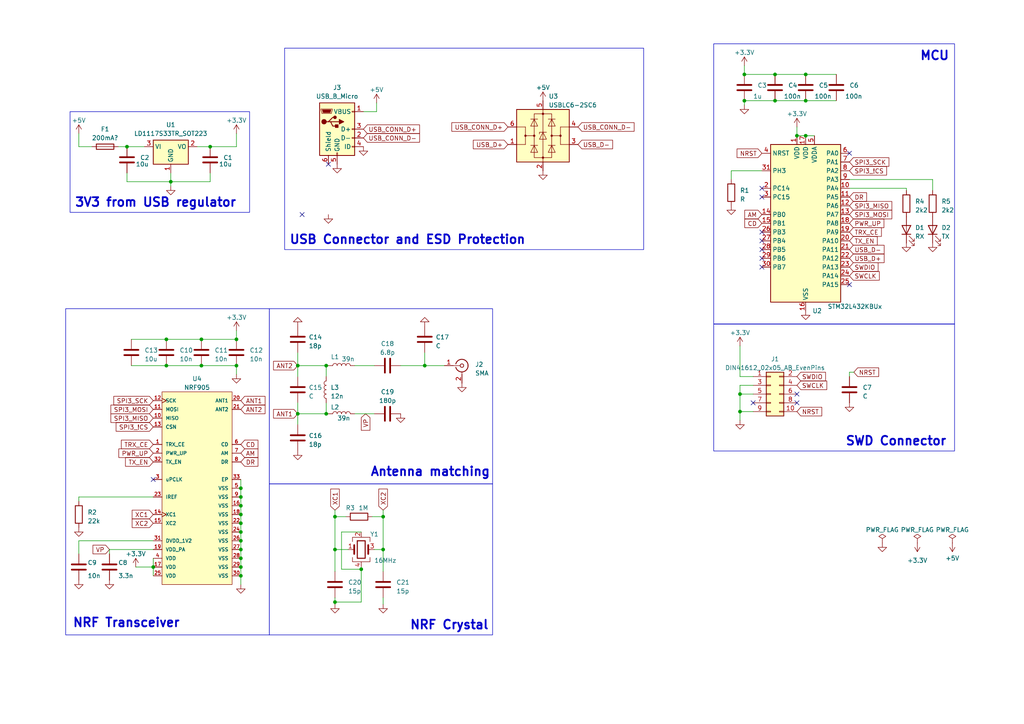
<source format=kicad_sch>
(kicad_sch (version 20230121) (generator eeschema)

  (uuid 11f6028e-21f9-48cd-a945-11acf38331f5)

  (paper "A4")

  (lib_symbols
    (symbol "Connector:Conn_Coaxial" (pin_names (offset 1.016) hide) (in_bom yes) (on_board yes)
      (property "Reference" "J" (at 0.254 3.048 0)
        (effects (font (size 1.27 1.27)))
      )
      (property "Value" "Conn_Coaxial" (at 2.921 0 90)
        (effects (font (size 1.27 1.27)))
      )
      (property "Footprint" "" (at 0 0 0)
        (effects (font (size 1.27 1.27)) hide)
      )
      (property "Datasheet" " ~" (at 0 0 0)
        (effects (font (size 1.27 1.27)) hide)
      )
      (property "ki_keywords" "BNC SMA SMB SMC LEMO coaxial connector CINCH RCA" (at 0 0 0)
        (effects (font (size 1.27 1.27)) hide)
      )
      (property "ki_description" "coaxial connector (BNC, SMA, SMB, SMC, Cinch/RCA, LEMO, ...)" (at 0 0 0)
        (effects (font (size 1.27 1.27)) hide)
      )
      (property "ki_fp_filters" "*BNC* *SMA* *SMB* *SMC* *Cinch* *LEMO*" (at 0 0 0)
        (effects (font (size 1.27 1.27)) hide)
      )
      (symbol "Conn_Coaxial_0_1"
        (arc (start -1.778 -0.508) (mid 0.2311 -1.8066) (end 1.778 0)
          (stroke (width 0.254) (type default))
          (fill (type none))
        )
        (polyline
          (pts
            (xy -2.54 0)
            (xy -0.508 0)
          )
          (stroke (width 0) (type default))
          (fill (type none))
        )
        (polyline
          (pts
            (xy 0 -2.54)
            (xy 0 -1.778)
          )
          (stroke (width 0) (type default))
          (fill (type none))
        )
        (circle (center 0 0) (radius 0.508)
          (stroke (width 0.2032) (type default))
          (fill (type none))
        )
        (arc (start 1.778 0) (mid 0.2099 1.8101) (end -1.778 0.508)
          (stroke (width 0.254) (type default))
          (fill (type none))
        )
      )
      (symbol "Conn_Coaxial_1_1"
        (pin passive line (at -5.08 0 0) (length 2.54)
          (name "In" (effects (font (size 1.27 1.27))))
          (number "1" (effects (font (size 1.27 1.27))))
        )
        (pin passive line (at 0 -5.08 90) (length 2.54)
          (name "Ext" (effects (font (size 1.27 1.27))))
          (number "2" (effects (font (size 1.27 1.27))))
        )
      )
    )
    (symbol "Connector:DIN41612_02x05_AB_EvenPins" (pin_names (offset 1.016) hide) (in_bom yes) (on_board yes)
      (property "Reference" "J1" (at 1.27 10.16 0)
        (effects (font (size 1.27 1.27)))
      )
      (property "Value" "DIN41612_02x05_AB_EvenPins" (at 1.27 7.62 0)
        (effects (font (size 1.27 1.27)))
      )
      (property "Footprint" "Connector_PinHeader_1.27mm:PinHeader_2x05_P1.27mm_Vertical" (at 0 0 0)
        (effects (font (size 1.27 1.27)) hide)
      )
      (property "Datasheet" "~" (at 0 0 0)
        (effects (font (size 1.27 1.27)) hide)
      )
      (property "ki_keywords" "connector" (at 0 0 0)
        (effects (font (size 1.27 1.27)) hide)
      )
      (property "ki_description" "DIN41612 connector, double row (AB) even pins only, 02x05, script generated (kicad-library-utils/schlib/autogen/connector/)" (at 0 0 0)
        (effects (font (size 1.27 1.27)) hide)
      )
      (property "ki_fp_filters" "DIN41612*2x*" (at 0 0 0)
        (effects (font (size 1.27 1.27)) hide)
      )
      (symbol "DIN41612_02x05_AB_EvenPins_1_1"
        (rectangle (start -1.27 -4.953) (end 0 -5.207)
          (stroke (width 0.1524) (type default))
          (fill (type none))
        )
        (rectangle (start -1.27 -2.413) (end 0 -2.667)
          (stroke (width 0.1524) (type default))
          (fill (type none))
        )
        (rectangle (start -1.27 0.127) (end 0 -0.127)
          (stroke (width 0.1524) (type default))
          (fill (type none))
        )
        (rectangle (start -1.27 2.667) (end 0 2.413)
          (stroke (width 0.1524) (type default))
          (fill (type none))
        )
        (rectangle (start -1.27 5.207) (end 0 4.953)
          (stroke (width 0.1524) (type default))
          (fill (type none))
        )
        (rectangle (start -1.27 6.35) (end 3.81 -6.35)
          (stroke (width 0.254) (type default))
          (fill (type background))
        )
        (rectangle (start 3.81 -4.953) (end 2.54 -5.207)
          (stroke (width 0.1524) (type default))
          (fill (type none))
        )
        (rectangle (start 3.81 -2.413) (end 2.54 -2.667)
          (stroke (width 0.1524) (type default))
          (fill (type none))
        )
        (rectangle (start 3.81 0.127) (end 2.54 -0.127)
          (stroke (width 0.1524) (type default))
          (fill (type none))
        )
        (rectangle (start 3.81 2.667) (end 2.54 2.413)
          (stroke (width 0.1524) (type default))
          (fill (type none))
        )
        (rectangle (start 3.81 5.207) (end 2.54 4.953)
          (stroke (width 0.1524) (type default))
          (fill (type none))
        )
        (pin passive line (at -5.08 5.08 0) (length 3.81)
          (name "Pin_a2" (effects (font (size 1.27 1.27))))
          (number "1" (effects (font (size 1.27 1.27))))
        )
        (pin passive line (at 7.62 -5.08 180) (length 3.81)
          (name "Pin_b10" (effects (font (size 1.27 1.27))))
          (number "10" (effects (font (size 1.27 1.27))))
        )
        (pin passive line (at 7.62 5.08 180) (length 3.81)
          (name "Pin_b2" (effects (font (size 1.27 1.27))))
          (number "2" (effects (font (size 1.27 1.27))))
        )
        (pin passive line (at -5.08 2.54 0) (length 3.81)
          (name "Pin_a4" (effects (font (size 1.27 1.27))))
          (number "3" (effects (font (size 1.27 1.27))))
        )
        (pin passive line (at 7.62 2.54 180) (length 3.81)
          (name "Pin_b4" (effects (font (size 1.27 1.27))))
          (number "4" (effects (font (size 1.27 1.27))))
        )
        (pin passive line (at -5.08 0 0) (length 3.81)
          (name "Pin_a6" (effects (font (size 1.27 1.27))))
          (number "5" (effects (font (size 1.27 1.27))))
        )
        (pin passive line (at 7.62 0 180) (length 3.81)
          (name "Pin_b6" (effects (font (size 1.27 1.27))))
          (number "6" (effects (font (size 1.27 1.27))))
        )
        (pin passive line (at -5.08 -2.54 0) (length 3.81)
          (name "Pin_a8" (effects (font (size 1.27 1.27))))
          (number "7" (effects (font (size 1.27 1.27))))
        )
        (pin passive line (at 7.62 -2.54 180) (length 3.81)
          (name "Pin_b8" (effects (font (size 1.27 1.27))))
          (number "8" (effects (font (size 1.27 1.27))))
        )
        (pin passive line (at -5.08 -5.08 0) (length 3.81)
          (name "Pin_a10" (effects (font (size 1.27 1.27))))
          (number "9" (effects (font (size 1.27 1.27))))
        )
      )
    )
    (symbol "Connector:USB_B_Micro" (pin_names (offset 1.016)) (in_bom yes) (on_board yes)
      (property "Reference" "J" (at -5.08 11.43 0)
        (effects (font (size 1.27 1.27)) (justify left))
      )
      (property "Value" "USB_B_Micro" (at -5.08 8.89 0)
        (effects (font (size 1.27 1.27)) (justify left))
      )
      (property "Footprint" "" (at 3.81 -1.27 0)
        (effects (font (size 1.27 1.27)) hide)
      )
      (property "Datasheet" "~" (at 3.81 -1.27 0)
        (effects (font (size 1.27 1.27)) hide)
      )
      (property "ki_keywords" "connector USB micro" (at 0 0 0)
        (effects (font (size 1.27 1.27)) hide)
      )
      (property "ki_description" "USB Micro Type B connector" (at 0 0 0)
        (effects (font (size 1.27 1.27)) hide)
      )
      (property "ki_fp_filters" "USB*" (at 0 0 0)
        (effects (font (size 1.27 1.27)) hide)
      )
      (symbol "USB_B_Micro_0_1"
        (rectangle (start -5.08 -7.62) (end 5.08 7.62)
          (stroke (width 0.254) (type default))
          (fill (type background))
        )
        (circle (center -3.81 2.159) (radius 0.635)
          (stroke (width 0.254) (type default))
          (fill (type outline))
        )
        (circle (center -0.635 3.429) (radius 0.381)
          (stroke (width 0.254) (type default))
          (fill (type outline))
        )
        (rectangle (start -0.127 -7.62) (end 0.127 -6.858)
          (stroke (width 0) (type default))
          (fill (type none))
        )
        (polyline
          (pts
            (xy -1.905 2.159)
            (xy 0.635 2.159)
          )
          (stroke (width 0.254) (type default))
          (fill (type none))
        )
        (polyline
          (pts
            (xy -3.175 2.159)
            (xy -2.54 2.159)
            (xy -1.27 3.429)
            (xy -0.635 3.429)
          )
          (stroke (width 0.254) (type default))
          (fill (type none))
        )
        (polyline
          (pts
            (xy -2.54 2.159)
            (xy -1.905 2.159)
            (xy -1.27 0.889)
            (xy 0 0.889)
          )
          (stroke (width 0.254) (type default))
          (fill (type none))
        )
        (polyline
          (pts
            (xy 0.635 2.794)
            (xy 0.635 1.524)
            (xy 1.905 2.159)
            (xy 0.635 2.794)
          )
          (stroke (width 0.254) (type default))
          (fill (type outline))
        )
        (polyline
          (pts
            (xy -4.318 5.588)
            (xy -1.778 5.588)
            (xy -2.032 4.826)
            (xy -4.064 4.826)
            (xy -4.318 5.588)
          )
          (stroke (width 0) (type default))
          (fill (type outline))
        )
        (polyline
          (pts
            (xy -4.699 5.842)
            (xy -4.699 5.588)
            (xy -4.445 4.826)
            (xy -4.445 4.572)
            (xy -1.651 4.572)
            (xy -1.651 4.826)
            (xy -1.397 5.588)
            (xy -1.397 5.842)
            (xy -4.699 5.842)
          )
          (stroke (width 0) (type default))
          (fill (type none))
        )
        (rectangle (start 0.254 1.27) (end -0.508 0.508)
          (stroke (width 0.254) (type default))
          (fill (type outline))
        )
        (rectangle (start 5.08 -5.207) (end 4.318 -4.953)
          (stroke (width 0) (type default))
          (fill (type none))
        )
        (rectangle (start 5.08 -2.667) (end 4.318 -2.413)
          (stroke (width 0) (type default))
          (fill (type none))
        )
        (rectangle (start 5.08 -0.127) (end 4.318 0.127)
          (stroke (width 0) (type default))
          (fill (type none))
        )
        (rectangle (start 5.08 4.953) (end 4.318 5.207)
          (stroke (width 0) (type default))
          (fill (type none))
        )
      )
      (symbol "USB_B_Micro_1_1"
        (pin power_out line (at 7.62 5.08 180) (length 2.54)
          (name "VBUS" (effects (font (size 1.27 1.27))))
          (number "1" (effects (font (size 1.27 1.27))))
        )
        (pin bidirectional line (at 7.62 -2.54 180) (length 2.54)
          (name "D-" (effects (font (size 1.27 1.27))))
          (number "2" (effects (font (size 1.27 1.27))))
        )
        (pin bidirectional line (at 7.62 0 180) (length 2.54)
          (name "D+" (effects (font (size 1.27 1.27))))
          (number "3" (effects (font (size 1.27 1.27))))
        )
        (pin passive line (at 7.62 -5.08 180) (length 2.54)
          (name "ID" (effects (font (size 1.27 1.27))))
          (number "4" (effects (font (size 1.27 1.27))))
        )
        (pin power_out line (at 0 -10.16 90) (length 2.54)
          (name "GND" (effects (font (size 1.27 1.27))))
          (number "5" (effects (font (size 1.27 1.27))))
        )
        (pin passive line (at -2.54 -10.16 90) (length 2.54)
          (name "Shield" (effects (font (size 1.27 1.27))))
          (number "6" (effects (font (size 1.27 1.27))))
        )
      )
    )
    (symbol "Device:C" (pin_numbers hide) (pin_names (offset 0.254)) (in_bom yes) (on_board yes)
      (property "Reference" "C" (at 0.635 2.54 0)
        (effects (font (size 1.27 1.27)) (justify left))
      )
      (property "Value" "C" (at 0.635 -2.54 0)
        (effects (font (size 1.27 1.27)) (justify left))
      )
      (property "Footprint" "" (at 0.9652 -3.81 0)
        (effects (font (size 1.27 1.27)) hide)
      )
      (property "Datasheet" "~" (at 0 0 0)
        (effects (font (size 1.27 1.27)) hide)
      )
      (property "ki_keywords" "cap capacitor" (at 0 0 0)
        (effects (font (size 1.27 1.27)) hide)
      )
      (property "ki_description" "Unpolarized capacitor" (at 0 0 0)
        (effects (font (size 1.27 1.27)) hide)
      )
      (property "ki_fp_filters" "C_*" (at 0 0 0)
        (effects (font (size 1.27 1.27)) hide)
      )
      (symbol "C_0_1"
        (polyline
          (pts
            (xy -2.032 -0.762)
            (xy 2.032 -0.762)
          )
          (stroke (width 0.508) (type default))
          (fill (type none))
        )
        (polyline
          (pts
            (xy -2.032 0.762)
            (xy 2.032 0.762)
          )
          (stroke (width 0.508) (type default))
          (fill (type none))
        )
      )
      (symbol "C_1_1"
        (pin passive line (at 0 3.81 270) (length 2.794)
          (name "~" (effects (font (size 1.27 1.27))))
          (number "1" (effects (font (size 1.27 1.27))))
        )
        (pin passive line (at 0 -3.81 90) (length 2.794)
          (name "~" (effects (font (size 1.27 1.27))))
          (number "2" (effects (font (size 1.27 1.27))))
        )
      )
    )
    (symbol "Device:Crystal_GND24" (pin_names (offset 1.016) hide) (in_bom yes) (on_board yes)
      (property "Reference" "Y" (at 3.175 5.08 0)
        (effects (font (size 1.27 1.27)) (justify left))
      )
      (property "Value" "Crystal_GND24" (at 3.175 3.175 0)
        (effects (font (size 1.27 1.27)) (justify left))
      )
      (property "Footprint" "" (at 0 0 0)
        (effects (font (size 1.27 1.27)) hide)
      )
      (property "Datasheet" "~" (at 0 0 0)
        (effects (font (size 1.27 1.27)) hide)
      )
      (property "ki_keywords" "quartz ceramic resonator oscillator" (at 0 0 0)
        (effects (font (size 1.27 1.27)) hide)
      )
      (property "ki_description" "Four pin crystal, GND on pins 2 and 4" (at 0 0 0)
        (effects (font (size 1.27 1.27)) hide)
      )
      (property "ki_fp_filters" "Crystal*" (at 0 0 0)
        (effects (font (size 1.27 1.27)) hide)
      )
      (symbol "Crystal_GND24_0_1"
        (rectangle (start -1.143 2.54) (end 1.143 -2.54)
          (stroke (width 0.3048) (type default))
          (fill (type none))
        )
        (polyline
          (pts
            (xy -2.54 0)
            (xy -2.032 0)
          )
          (stroke (width 0) (type default))
          (fill (type none))
        )
        (polyline
          (pts
            (xy -2.032 -1.27)
            (xy -2.032 1.27)
          )
          (stroke (width 0.508) (type default))
          (fill (type none))
        )
        (polyline
          (pts
            (xy 0 -3.81)
            (xy 0 -3.556)
          )
          (stroke (width 0) (type default))
          (fill (type none))
        )
        (polyline
          (pts
            (xy 0 3.556)
            (xy 0 3.81)
          )
          (stroke (width 0) (type default))
          (fill (type none))
        )
        (polyline
          (pts
            (xy 2.032 -1.27)
            (xy 2.032 1.27)
          )
          (stroke (width 0.508) (type default))
          (fill (type none))
        )
        (polyline
          (pts
            (xy 2.032 0)
            (xy 2.54 0)
          )
          (stroke (width 0) (type default))
          (fill (type none))
        )
        (polyline
          (pts
            (xy -2.54 -2.286)
            (xy -2.54 -3.556)
            (xy 2.54 -3.556)
            (xy 2.54 -2.286)
          )
          (stroke (width 0) (type default))
          (fill (type none))
        )
        (polyline
          (pts
            (xy -2.54 2.286)
            (xy -2.54 3.556)
            (xy 2.54 3.556)
            (xy 2.54 2.286)
          )
          (stroke (width 0) (type default))
          (fill (type none))
        )
      )
      (symbol "Crystal_GND24_1_1"
        (pin passive line (at -3.81 0 0) (length 1.27)
          (name "1" (effects (font (size 1.27 1.27))))
          (number "1" (effects (font (size 1.27 1.27))))
        )
        (pin passive line (at 0 5.08 270) (length 1.27)
          (name "2" (effects (font (size 1.27 1.27))))
          (number "2" (effects (font (size 1.27 1.27))))
        )
        (pin passive line (at 3.81 0 180) (length 1.27)
          (name "3" (effects (font (size 1.27 1.27))))
          (number "3" (effects (font (size 1.27 1.27))))
        )
        (pin passive line (at 0 -5.08 90) (length 1.27)
          (name "4" (effects (font (size 1.27 1.27))))
          (number "4" (effects (font (size 1.27 1.27))))
        )
      )
    )
    (symbol "Device:Fuse" (pin_numbers hide) (pin_names (offset 0)) (in_bom yes) (on_board yes)
      (property "Reference" "F" (at 2.032 0 90)
        (effects (font (size 1.27 1.27)))
      )
      (property "Value" "Fuse" (at -1.905 0 90)
        (effects (font (size 1.27 1.27)))
      )
      (property "Footprint" "" (at -1.778 0 90)
        (effects (font (size 1.27 1.27)) hide)
      )
      (property "Datasheet" "~" (at 0 0 0)
        (effects (font (size 1.27 1.27)) hide)
      )
      (property "ki_keywords" "fuse" (at 0 0 0)
        (effects (font (size 1.27 1.27)) hide)
      )
      (property "ki_description" "Fuse" (at 0 0 0)
        (effects (font (size 1.27 1.27)) hide)
      )
      (property "ki_fp_filters" "*Fuse*" (at 0 0 0)
        (effects (font (size 1.27 1.27)) hide)
      )
      (symbol "Fuse_0_1"
        (rectangle (start -0.762 -2.54) (end 0.762 2.54)
          (stroke (width 0.254) (type default))
          (fill (type none))
        )
        (polyline
          (pts
            (xy 0 2.54)
            (xy 0 -2.54)
          )
          (stroke (width 0) (type default))
          (fill (type none))
        )
      )
      (symbol "Fuse_1_1"
        (pin passive line (at 0 3.81 270) (length 1.27)
          (name "~" (effects (font (size 1.27 1.27))))
          (number "1" (effects (font (size 1.27 1.27))))
        )
        (pin passive line (at 0 -3.81 90) (length 1.27)
          (name "~" (effects (font (size 1.27 1.27))))
          (number "2" (effects (font (size 1.27 1.27))))
        )
      )
    )
    (symbol "Device:L" (pin_numbers hide) (pin_names (offset 1.016) hide) (in_bom yes) (on_board yes)
      (property "Reference" "L" (at -1.27 0 90)
        (effects (font (size 1.27 1.27)))
      )
      (property "Value" "L" (at 1.905 0 90)
        (effects (font (size 1.27 1.27)))
      )
      (property "Footprint" "" (at 0 0 0)
        (effects (font (size 1.27 1.27)) hide)
      )
      (property "Datasheet" "~" (at 0 0 0)
        (effects (font (size 1.27 1.27)) hide)
      )
      (property "ki_keywords" "inductor choke coil reactor magnetic" (at 0 0 0)
        (effects (font (size 1.27 1.27)) hide)
      )
      (property "ki_description" "Inductor" (at 0 0 0)
        (effects (font (size 1.27 1.27)) hide)
      )
      (property "ki_fp_filters" "Choke_* *Coil* Inductor_* L_*" (at 0 0 0)
        (effects (font (size 1.27 1.27)) hide)
      )
      (symbol "L_0_1"
        (arc (start 0 -2.54) (mid 0.6323 -1.905) (end 0 -1.27)
          (stroke (width 0) (type default))
          (fill (type none))
        )
        (arc (start 0 -1.27) (mid 0.6323 -0.635) (end 0 0)
          (stroke (width 0) (type default))
          (fill (type none))
        )
        (arc (start 0 0) (mid 0.6323 0.635) (end 0 1.27)
          (stroke (width 0) (type default))
          (fill (type none))
        )
        (arc (start 0 1.27) (mid 0.6323 1.905) (end 0 2.54)
          (stroke (width 0) (type default))
          (fill (type none))
        )
      )
      (symbol "L_1_1"
        (pin passive line (at 0 3.81 270) (length 1.27)
          (name "1" (effects (font (size 1.27 1.27))))
          (number "1" (effects (font (size 1.27 1.27))))
        )
        (pin passive line (at 0 -3.81 90) (length 1.27)
          (name "2" (effects (font (size 1.27 1.27))))
          (number "2" (effects (font (size 1.27 1.27))))
        )
      )
    )
    (symbol "Device:LED" (pin_numbers hide) (pin_names (offset 1.016) hide) (in_bom yes) (on_board yes)
      (property "Reference" "D" (at 0 2.54 0)
        (effects (font (size 1.27 1.27)))
      )
      (property "Value" "LED" (at 0 -2.54 0)
        (effects (font (size 1.27 1.27)))
      )
      (property "Footprint" "" (at 0 0 0)
        (effects (font (size 1.27 1.27)) hide)
      )
      (property "Datasheet" "~" (at 0 0 0)
        (effects (font (size 1.27 1.27)) hide)
      )
      (property "ki_keywords" "LED diode" (at 0 0 0)
        (effects (font (size 1.27 1.27)) hide)
      )
      (property "ki_description" "Light emitting diode" (at 0 0 0)
        (effects (font (size 1.27 1.27)) hide)
      )
      (property "ki_fp_filters" "LED* LED_SMD:* LED_THT:*" (at 0 0 0)
        (effects (font (size 1.27 1.27)) hide)
      )
      (symbol "LED_0_1"
        (polyline
          (pts
            (xy -1.27 -1.27)
            (xy -1.27 1.27)
          )
          (stroke (width 0.254) (type default))
          (fill (type none))
        )
        (polyline
          (pts
            (xy -1.27 0)
            (xy 1.27 0)
          )
          (stroke (width 0) (type default))
          (fill (type none))
        )
        (polyline
          (pts
            (xy 1.27 -1.27)
            (xy 1.27 1.27)
            (xy -1.27 0)
            (xy 1.27 -1.27)
          )
          (stroke (width 0.254) (type default))
          (fill (type none))
        )
        (polyline
          (pts
            (xy -3.048 -0.762)
            (xy -4.572 -2.286)
            (xy -3.81 -2.286)
            (xy -4.572 -2.286)
            (xy -4.572 -1.524)
          )
          (stroke (width 0) (type default))
          (fill (type none))
        )
        (polyline
          (pts
            (xy -1.778 -0.762)
            (xy -3.302 -2.286)
            (xy -2.54 -2.286)
            (xy -3.302 -2.286)
            (xy -3.302 -1.524)
          )
          (stroke (width 0) (type default))
          (fill (type none))
        )
      )
      (symbol "LED_1_1"
        (pin passive line (at -3.81 0 0) (length 2.54)
          (name "K" (effects (font (size 1.27 1.27))))
          (number "1" (effects (font (size 1.27 1.27))))
        )
        (pin passive line (at 3.81 0 180) (length 2.54)
          (name "A" (effects (font (size 1.27 1.27))))
          (number "2" (effects (font (size 1.27 1.27))))
        )
      )
    )
    (symbol "Device:R" (pin_numbers hide) (pin_names (offset 0)) (in_bom yes) (on_board yes)
      (property "Reference" "R" (at 2.032 0 90)
        (effects (font (size 1.27 1.27)))
      )
      (property "Value" "R" (at 0 0 90)
        (effects (font (size 1.27 1.27)))
      )
      (property "Footprint" "" (at -1.778 0 90)
        (effects (font (size 1.27 1.27)) hide)
      )
      (property "Datasheet" "~" (at 0 0 0)
        (effects (font (size 1.27 1.27)) hide)
      )
      (property "ki_keywords" "R res resistor" (at 0 0 0)
        (effects (font (size 1.27 1.27)) hide)
      )
      (property "ki_description" "Resistor" (at 0 0 0)
        (effects (font (size 1.27 1.27)) hide)
      )
      (property "ki_fp_filters" "R_*" (at 0 0 0)
        (effects (font (size 1.27 1.27)) hide)
      )
      (symbol "R_0_1"
        (rectangle (start -1.016 -2.54) (end 1.016 2.54)
          (stroke (width 0.254) (type default))
          (fill (type none))
        )
      )
      (symbol "R_1_1"
        (pin passive line (at 0 3.81 270) (length 1.27)
          (name "~" (effects (font (size 1.27 1.27))))
          (number "1" (effects (font (size 1.27 1.27))))
        )
        (pin passive line (at 0 -3.81 90) (length 1.27)
          (name "~" (effects (font (size 1.27 1.27))))
          (number "2" (effects (font (size 1.27 1.27))))
        )
      )
    )
    (symbol "MCU_ST_STM32L4:STM32L432KBUx" (in_bom yes) (on_board yes)
      (property "Reference" "U" (at -10.16 24.13 0)
        (effects (font (size 1.27 1.27)) (justify left))
      )
      (property "Value" "STM32L432KBUx" (at 5.08 24.13 0)
        (effects (font (size 1.27 1.27)) (justify left))
      )
      (property "Footprint" "Package_DFN_QFN:QFN-32-1EP_5x5mm_P0.5mm_EP3.45x3.45mm" (at -10.16 -22.86 0)
        (effects (font (size 1.27 1.27)) (justify right) hide)
      )
      (property "Datasheet" "https://www.st.com/resource/en/datasheet/stm32l432kb.pdf" (at 0 0 0)
        (effects (font (size 1.27 1.27)) hide)
      )
      (property "ki_locked" "" (at 0 0 0)
        (effects (font (size 1.27 1.27)))
      )
      (property "ki_keywords" "Arm Cortex-M4 STM32L4 STM32L4x2" (at 0 0 0)
        (effects (font (size 1.27 1.27)) hide)
      )
      (property "ki_description" "STMicroelectronics Arm Cortex-M4 MCU, 128KB flash, 64KB RAM, 80 MHz, 1.71-3.6V, 26 GPIO, UFQFPN32" (at 0 0 0)
        (effects (font (size 1.27 1.27)) hide)
      )
      (property "ki_fp_filters" "QFN*1EP*5x5mm*P0.5mm*" (at 0 0 0)
        (effects (font (size 1.27 1.27)) hide)
      )
      (symbol "STM32L432KBUx_0_1"
        (rectangle (start -10.16 -22.86) (end 10.16 22.86)
          (stroke (width 0.254) (type default))
          (fill (type background))
        )
      )
      (symbol "STM32L432KBUx_1_1"
        (pin power_in line (at -2.54 25.4 270) (length 2.54)
          (name "VDD" (effects (font (size 1.27 1.27))))
          (number "1" (effects (font (size 1.27 1.27))))
        )
        (pin bidirectional line (at 12.7 10.16 180) (length 2.54)
          (name "PA4" (effects (font (size 1.27 1.27))))
          (number "10" (effects (font (size 1.27 1.27))))
          (alternate "ADC1_IN9" bidirectional line)
          (alternate "COMP1_INM" bidirectional line)
          (alternate "COMP2_INM" bidirectional line)
          (alternate "DAC1_OUT1" bidirectional line)
          (alternate "LPTIM2_OUT" bidirectional line)
          (alternate "SAI1_FS_B" bidirectional line)
          (alternate "SPI1_NSS" bidirectional line)
          (alternate "SPI3_NSS" bidirectional line)
          (alternate "USART2_CK" bidirectional line)
        )
        (pin bidirectional line (at 12.7 7.62 180) (length 2.54)
          (name "PA5" (effects (font (size 1.27 1.27))))
          (number "11" (effects (font (size 1.27 1.27))))
          (alternate "ADC1_IN10" bidirectional line)
          (alternate "COMP1_INM" bidirectional line)
          (alternate "COMP2_INM" bidirectional line)
          (alternate "DAC1_OUT2" bidirectional line)
          (alternate "LPTIM2_ETR" bidirectional line)
          (alternate "SPI1_SCK" bidirectional line)
          (alternate "TIM2_CH1" bidirectional line)
          (alternate "TIM2_ETR" bidirectional line)
        )
        (pin bidirectional line (at 12.7 5.08 180) (length 2.54)
          (name "PA6" (effects (font (size 1.27 1.27))))
          (number "12" (effects (font (size 1.27 1.27))))
          (alternate "ADC1_IN11" bidirectional line)
          (alternate "COMP1_OUT" bidirectional line)
          (alternate "LPUART1_CTS" bidirectional line)
          (alternate "QUADSPI_BK1_IO3" bidirectional line)
          (alternate "SPI1_MISO" bidirectional line)
          (alternate "TIM16_CH1" bidirectional line)
          (alternate "TIM1_BKIN" bidirectional line)
          (alternate "TIM1_BKIN_COMP2" bidirectional line)
        )
        (pin bidirectional line (at 12.7 2.54 180) (length 2.54)
          (name "PA7" (effects (font (size 1.27 1.27))))
          (number "13" (effects (font (size 1.27 1.27))))
          (alternate "ADC1_IN12" bidirectional line)
          (alternate "COMP2_OUT" bidirectional line)
          (alternate "I2C3_SCL" bidirectional line)
          (alternate "QUADSPI_BK1_IO2" bidirectional line)
          (alternate "SPI1_MOSI" bidirectional line)
          (alternate "TIM1_CH1N" bidirectional line)
        )
        (pin bidirectional line (at -12.7 2.54 0) (length 2.54)
          (name "PB0" (effects (font (size 1.27 1.27))))
          (number "14" (effects (font (size 1.27 1.27))))
          (alternate "ADC1_IN15" bidirectional line)
          (alternate "COMP1_OUT" bidirectional line)
          (alternate "QUADSPI_BK1_IO1" bidirectional line)
          (alternate "SAI1_EXTCLK" bidirectional line)
          (alternate "SPI1_NSS" bidirectional line)
          (alternate "TIM1_CH2N" bidirectional line)
        )
        (pin bidirectional line (at -12.7 0 0) (length 2.54)
          (name "PB1" (effects (font (size 1.27 1.27))))
          (number "15" (effects (font (size 1.27 1.27))))
          (alternate "ADC1_IN16" bidirectional line)
          (alternate "COMP1_INM" bidirectional line)
          (alternate "LPTIM2_IN1" bidirectional line)
          (alternate "LPUART1_DE" bidirectional line)
          (alternate "LPUART1_RTS" bidirectional line)
          (alternate "QUADSPI_BK1_IO0" bidirectional line)
          (alternate "TIM1_CH3N" bidirectional line)
        )
        (pin power_in line (at 0 -25.4 90) (length 2.54)
          (name "VSS" (effects (font (size 1.27 1.27))))
          (number "16" (effects (font (size 1.27 1.27))))
        )
        (pin power_in line (at 0 25.4 270) (length 2.54)
          (name "VDD" (effects (font (size 1.27 1.27))))
          (number "17" (effects (font (size 1.27 1.27))))
        )
        (pin bidirectional line (at 12.7 0 180) (length 2.54)
          (name "PA8" (effects (font (size 1.27 1.27))))
          (number "18" (effects (font (size 1.27 1.27))))
          (alternate "LPTIM2_OUT" bidirectional line)
          (alternate "RCC_MCO" bidirectional line)
          (alternate "SAI1_SCK_A" bidirectional line)
          (alternate "SWPMI1_IO" bidirectional line)
          (alternate "TIM1_CH1" bidirectional line)
          (alternate "USART1_CK" bidirectional line)
        )
        (pin bidirectional line (at 12.7 -2.54 180) (length 2.54)
          (name "PA9" (effects (font (size 1.27 1.27))))
          (number "19" (effects (font (size 1.27 1.27))))
          (alternate "DAC1_EXTI9" bidirectional line)
          (alternate "I2C1_SCL" bidirectional line)
          (alternate "SAI1_FS_A" bidirectional line)
          (alternate "TIM15_BKIN" bidirectional line)
          (alternate "TIM1_CH2" bidirectional line)
          (alternate "USART1_TX" bidirectional line)
        )
        (pin bidirectional line (at -12.7 10.16 0) (length 2.54)
          (name "PC14" (effects (font (size 1.27 1.27))))
          (number "2" (effects (font (size 1.27 1.27))))
          (alternate "RCC_OSC32_IN" bidirectional line)
        )
        (pin bidirectional line (at 12.7 -5.08 180) (length 2.54)
          (name "PA10" (effects (font (size 1.27 1.27))))
          (number "20" (effects (font (size 1.27 1.27))))
          (alternate "CRS_SYNC" bidirectional line)
          (alternate "I2C1_SDA" bidirectional line)
          (alternate "SAI1_SD_A" bidirectional line)
          (alternate "TIM1_CH3" bidirectional line)
          (alternate "USART1_RX" bidirectional line)
        )
        (pin bidirectional line (at 12.7 -7.62 180) (length 2.54)
          (name "PA11" (effects (font (size 1.27 1.27))))
          (number "21" (effects (font (size 1.27 1.27))))
          (alternate "ADC1_EXTI11" bidirectional line)
          (alternate "CAN1_RX" bidirectional line)
          (alternate "COMP1_OUT" bidirectional line)
          (alternate "SPI1_MISO" bidirectional line)
          (alternate "TIM1_BKIN2" bidirectional line)
          (alternate "TIM1_BKIN2_COMP1" bidirectional line)
          (alternate "TIM1_CH4" bidirectional line)
          (alternate "USART1_CTS" bidirectional line)
          (alternate "USB_DM" bidirectional line)
        )
        (pin bidirectional line (at 12.7 -10.16 180) (length 2.54)
          (name "PA12" (effects (font (size 1.27 1.27))))
          (number "22" (effects (font (size 1.27 1.27))))
          (alternate "CAN1_TX" bidirectional line)
          (alternate "SPI1_MOSI" bidirectional line)
          (alternate "TIM1_ETR" bidirectional line)
          (alternate "USART1_DE" bidirectional line)
          (alternate "USART1_RTS" bidirectional line)
          (alternate "USB_DP" bidirectional line)
        )
        (pin bidirectional line (at 12.7 -12.7 180) (length 2.54)
          (name "PA13" (effects (font (size 1.27 1.27))))
          (number "23" (effects (font (size 1.27 1.27))))
          (alternate "IR_OUT" bidirectional line)
          (alternate "SAI1_SD_B" bidirectional line)
          (alternate "SWPMI1_TX" bidirectional line)
          (alternate "SYS_JTMS-SWDIO" bidirectional line)
          (alternate "USB_NOE" bidirectional line)
        )
        (pin bidirectional line (at 12.7 -15.24 180) (length 2.54)
          (name "PA14" (effects (font (size 1.27 1.27))))
          (number "24" (effects (font (size 1.27 1.27))))
          (alternate "I2C1_SMBA" bidirectional line)
          (alternate "LPTIM1_OUT" bidirectional line)
          (alternate "SAI1_FS_B" bidirectional line)
          (alternate "SWPMI1_RX" bidirectional line)
          (alternate "SYS_JTCK-SWCLK" bidirectional line)
        )
        (pin bidirectional line (at 12.7 -17.78 180) (length 2.54)
          (name "PA15" (effects (font (size 1.27 1.27))))
          (number "25" (effects (font (size 1.27 1.27))))
          (alternate "ADC1_EXTI15" bidirectional line)
          (alternate "SPI1_NSS" bidirectional line)
          (alternate "SPI3_NSS" bidirectional line)
          (alternate "SWPMI1_SUSPEND" bidirectional line)
          (alternate "SYS_JTDI" bidirectional line)
          (alternate "TIM2_CH1" bidirectional line)
          (alternate "TIM2_ETR" bidirectional line)
          (alternate "USART2_RX" bidirectional line)
        )
        (pin bidirectional line (at -12.7 -2.54 0) (length 2.54)
          (name "PB3" (effects (font (size 1.27 1.27))))
          (number "26" (effects (font (size 1.27 1.27))))
          (alternate "COMP2_INM" bidirectional line)
          (alternate "SAI1_SCK_B" bidirectional line)
          (alternate "SPI1_SCK" bidirectional line)
          (alternate "SPI3_SCK" bidirectional line)
          (alternate "SYS_JTDO-SWO" bidirectional line)
          (alternate "TIM2_CH2" bidirectional line)
          (alternate "USART1_DE" bidirectional line)
          (alternate "USART1_RTS" bidirectional line)
        )
        (pin bidirectional line (at -12.7 -5.08 0) (length 2.54)
          (name "PB4" (effects (font (size 1.27 1.27))))
          (number "27" (effects (font (size 1.27 1.27))))
          (alternate "COMP2_INP" bidirectional line)
          (alternate "I2C3_SDA" bidirectional line)
          (alternate "SAI1_MCLK_B" bidirectional line)
          (alternate "SPI1_MISO" bidirectional line)
          (alternate "SPI3_MISO" bidirectional line)
          (alternate "SYS_JTRST" bidirectional line)
          (alternate "TSC_G2_IO1" bidirectional line)
          (alternate "USART1_CTS" bidirectional line)
        )
        (pin bidirectional line (at -12.7 -7.62 0) (length 2.54)
          (name "PB5" (effects (font (size 1.27 1.27))))
          (number "28" (effects (font (size 1.27 1.27))))
          (alternate "COMP2_OUT" bidirectional line)
          (alternate "I2C1_SMBA" bidirectional line)
          (alternate "LPTIM1_IN1" bidirectional line)
          (alternate "SAI1_SD_B" bidirectional line)
          (alternate "SPI1_MOSI" bidirectional line)
          (alternate "SPI3_MOSI" bidirectional line)
          (alternate "TIM16_BKIN" bidirectional line)
          (alternate "TSC_G2_IO2" bidirectional line)
          (alternate "USART1_CK" bidirectional line)
        )
        (pin bidirectional line (at -12.7 -10.16 0) (length 2.54)
          (name "PB6" (effects (font (size 1.27 1.27))))
          (number "29" (effects (font (size 1.27 1.27))))
          (alternate "COMP2_INP" bidirectional line)
          (alternate "I2C1_SCL" bidirectional line)
          (alternate "LPTIM1_ETR" bidirectional line)
          (alternate "SAI1_FS_B" bidirectional line)
          (alternate "TIM16_CH1N" bidirectional line)
          (alternate "TSC_G2_IO3" bidirectional line)
          (alternate "USART1_TX" bidirectional line)
        )
        (pin bidirectional line (at -12.7 7.62 0) (length 2.54)
          (name "PC15" (effects (font (size 1.27 1.27))))
          (number "3" (effects (font (size 1.27 1.27))))
          (alternate "ADC1_EXTI15" bidirectional line)
          (alternate "RCC_OSC32_OUT" bidirectional line)
        )
        (pin bidirectional line (at -12.7 -12.7 0) (length 2.54)
          (name "PB7" (effects (font (size 1.27 1.27))))
          (number "30" (effects (font (size 1.27 1.27))))
          (alternate "COMP2_INM" bidirectional line)
          (alternate "I2C1_SDA" bidirectional line)
          (alternate "LPTIM1_IN2" bidirectional line)
          (alternate "SYS_PVD_IN" bidirectional line)
          (alternate "TSC_G2_IO4" bidirectional line)
          (alternate "USART1_RX" bidirectional line)
        )
        (pin bidirectional line (at -12.7 15.24 0) (length 2.54)
          (name "PH3" (effects (font (size 1.27 1.27))))
          (number "31" (effects (font (size 1.27 1.27))))
        )
        (pin passive line (at 0 -25.4 90) (length 2.54) hide
          (name "VSS" (effects (font (size 1.27 1.27))))
          (number "32" (effects (font (size 1.27 1.27))))
        )
        (pin passive line (at 0 -25.4 90) (length 2.54) hide
          (name "VSS" (effects (font (size 1.27 1.27))))
          (number "33" (effects (font (size 1.27 1.27))))
        )
        (pin input line (at -12.7 20.32 0) (length 2.54)
          (name "NRST" (effects (font (size 1.27 1.27))))
          (number "4" (effects (font (size 1.27 1.27))))
        )
        (pin power_in line (at 2.54 25.4 270) (length 2.54)
          (name "VDDA" (effects (font (size 1.27 1.27))))
          (number "5" (effects (font (size 1.27 1.27))))
        )
        (pin bidirectional line (at 12.7 20.32 180) (length 2.54)
          (name "PA0" (effects (font (size 1.27 1.27))))
          (number "6" (effects (font (size 1.27 1.27))))
          (alternate "ADC1_IN5" bidirectional line)
          (alternate "COMP1_INM" bidirectional line)
          (alternate "COMP1_OUT" bidirectional line)
          (alternate "OPAMP1_VINP" bidirectional line)
          (alternate "RCC_CK_IN" bidirectional line)
          (alternate "RTC_TAMP2" bidirectional line)
          (alternate "SAI1_EXTCLK" bidirectional line)
          (alternate "SYS_WKUP1" bidirectional line)
          (alternate "TIM2_CH1" bidirectional line)
          (alternate "TIM2_ETR" bidirectional line)
          (alternate "USART2_CTS" bidirectional line)
        )
        (pin bidirectional line (at 12.7 17.78 180) (length 2.54)
          (name "PA1" (effects (font (size 1.27 1.27))))
          (number "7" (effects (font (size 1.27 1.27))))
          (alternate "ADC1_IN6" bidirectional line)
          (alternate "COMP1_INP" bidirectional line)
          (alternate "I2C1_SMBA" bidirectional line)
          (alternate "OPAMP1_VINM" bidirectional line)
          (alternate "SPI1_SCK" bidirectional line)
          (alternate "TIM15_CH1N" bidirectional line)
          (alternate "TIM2_CH2" bidirectional line)
          (alternate "USART2_DE" bidirectional line)
          (alternate "USART2_RTS" bidirectional line)
        )
        (pin bidirectional line (at 12.7 15.24 180) (length 2.54)
          (name "PA2" (effects (font (size 1.27 1.27))))
          (number "8" (effects (font (size 1.27 1.27))))
          (alternate "ADC1_IN7" bidirectional line)
          (alternate "COMP2_INM" bidirectional line)
          (alternate "COMP2_OUT" bidirectional line)
          (alternate "LPUART1_TX" bidirectional line)
          (alternate "QUADSPI_BK1_NCS" bidirectional line)
          (alternate "RCC_LSCO" bidirectional line)
          (alternate "SYS_WKUP4" bidirectional line)
          (alternate "TIM15_CH1" bidirectional line)
          (alternate "TIM2_CH3" bidirectional line)
          (alternate "USART2_TX" bidirectional line)
        )
        (pin bidirectional line (at 12.7 12.7 180) (length 2.54)
          (name "PA3" (effects (font (size 1.27 1.27))))
          (number "9" (effects (font (size 1.27 1.27))))
          (alternate "ADC1_IN8" bidirectional line)
          (alternate "COMP2_INP" bidirectional line)
          (alternate "LPUART1_RX" bidirectional line)
          (alternate "OPAMP1_VOUT" bidirectional line)
          (alternate "QUADSPI_CLK" bidirectional line)
          (alternate "SAI1_MCLK_A" bidirectional line)
          (alternate "TIM15_CH2" bidirectional line)
          (alternate "TIM2_CH4" bidirectional line)
          (alternate "USART2_RX" bidirectional line)
        )
      )
    )
    (symbol "Power_Protection:USBLC6-2SC6" (pin_names hide) (in_bom yes) (on_board yes)
      (property "Reference" "U" (at 2.54 8.89 0)
        (effects (font (size 1.27 1.27)) (justify left))
      )
      (property "Value" "USBLC6-2SC6" (at 2.54 -8.89 0)
        (effects (font (size 1.27 1.27)) (justify left))
      )
      (property "Footprint" "Package_TO_SOT_SMD:SOT-23-6" (at 0 -12.7 0)
        (effects (font (size 1.27 1.27)) hide)
      )
      (property "Datasheet" "https://www.st.com/resource/en/datasheet/usblc6-2.pdf" (at 5.08 8.89 0)
        (effects (font (size 1.27 1.27)) hide)
      )
      (property "ki_keywords" "usb ethernet video" (at 0 0 0)
        (effects (font (size 1.27 1.27)) hide)
      )
      (property "ki_description" "Very low capacitance ESD protection diode, 2 data-line, SOT-23-6" (at 0 0 0)
        (effects (font (size 1.27 1.27)) hide)
      )
      (property "ki_fp_filters" "SOT?23*" (at 0 0 0)
        (effects (font (size 1.27 1.27)) hide)
      )
      (symbol "USBLC6-2SC6_0_1"
        (rectangle (start -7.62 -7.62) (end 7.62 7.62)
          (stroke (width 0.254) (type default))
          (fill (type background))
        )
        (circle (center -5.08 0) (radius 0.254)
          (stroke (width 0) (type default))
          (fill (type outline))
        )
        (circle (center -2.54 0) (radius 0.254)
          (stroke (width 0) (type default))
          (fill (type outline))
        )
        (rectangle (start -2.54 6.35) (end 2.54 -6.35)
          (stroke (width 0) (type default))
          (fill (type none))
        )
        (circle (center 0 -6.35) (radius 0.254)
          (stroke (width 0) (type default))
          (fill (type outline))
        )
        (polyline
          (pts
            (xy -5.08 -2.54)
            (xy -7.62 -2.54)
          )
          (stroke (width 0) (type default))
          (fill (type none))
        )
        (polyline
          (pts
            (xy -5.08 0)
            (xy -5.08 -2.54)
          )
          (stroke (width 0) (type default))
          (fill (type none))
        )
        (polyline
          (pts
            (xy -5.08 2.54)
            (xy -7.62 2.54)
          )
          (stroke (width 0) (type default))
          (fill (type none))
        )
        (polyline
          (pts
            (xy -1.524 -2.794)
            (xy -3.556 -2.794)
          )
          (stroke (width 0) (type default))
          (fill (type none))
        )
        (polyline
          (pts
            (xy -1.524 4.826)
            (xy -3.556 4.826)
          )
          (stroke (width 0) (type default))
          (fill (type none))
        )
        (polyline
          (pts
            (xy 0 -7.62)
            (xy 0 -6.35)
          )
          (stroke (width 0) (type default))
          (fill (type none))
        )
        (polyline
          (pts
            (xy 0 -6.35)
            (xy 0 1.27)
          )
          (stroke (width 0) (type default))
          (fill (type none))
        )
        (polyline
          (pts
            (xy 0 1.27)
            (xy 0 6.35)
          )
          (stroke (width 0) (type default))
          (fill (type none))
        )
        (polyline
          (pts
            (xy 0 6.35)
            (xy 0 7.62)
          )
          (stroke (width 0) (type default))
          (fill (type none))
        )
        (polyline
          (pts
            (xy 1.524 -2.794)
            (xy 3.556 -2.794)
          )
          (stroke (width 0) (type default))
          (fill (type none))
        )
        (polyline
          (pts
            (xy 1.524 4.826)
            (xy 3.556 4.826)
          )
          (stroke (width 0) (type default))
          (fill (type none))
        )
        (polyline
          (pts
            (xy 5.08 -2.54)
            (xy 7.62 -2.54)
          )
          (stroke (width 0) (type default))
          (fill (type none))
        )
        (polyline
          (pts
            (xy 5.08 0)
            (xy 5.08 -2.54)
          )
          (stroke (width 0) (type default))
          (fill (type none))
        )
        (polyline
          (pts
            (xy 5.08 2.54)
            (xy 7.62 2.54)
          )
          (stroke (width 0) (type default))
          (fill (type none))
        )
        (polyline
          (pts
            (xy -2.54 0)
            (xy -5.08 0)
            (xy -5.08 2.54)
          )
          (stroke (width 0) (type default))
          (fill (type none))
        )
        (polyline
          (pts
            (xy 2.54 0)
            (xy 5.08 0)
            (xy 5.08 2.54)
          )
          (stroke (width 0) (type default))
          (fill (type none))
        )
        (polyline
          (pts
            (xy -3.556 -4.826)
            (xy -1.524 -4.826)
            (xy -2.54 -2.794)
            (xy -3.556 -4.826)
          )
          (stroke (width 0) (type default))
          (fill (type none))
        )
        (polyline
          (pts
            (xy -3.556 2.794)
            (xy -1.524 2.794)
            (xy -2.54 4.826)
            (xy -3.556 2.794)
          )
          (stroke (width 0) (type default))
          (fill (type none))
        )
        (polyline
          (pts
            (xy -1.016 -1.016)
            (xy 1.016 -1.016)
            (xy 0 1.016)
            (xy -1.016 -1.016)
          )
          (stroke (width 0) (type default))
          (fill (type none))
        )
        (polyline
          (pts
            (xy 1.016 1.016)
            (xy 0.762 1.016)
            (xy -1.016 1.016)
            (xy -1.016 0.508)
          )
          (stroke (width 0) (type default))
          (fill (type none))
        )
        (polyline
          (pts
            (xy 3.556 -4.826)
            (xy 1.524 -4.826)
            (xy 2.54 -2.794)
            (xy 3.556 -4.826)
          )
          (stroke (width 0) (type default))
          (fill (type none))
        )
        (polyline
          (pts
            (xy 3.556 2.794)
            (xy 1.524 2.794)
            (xy 2.54 4.826)
            (xy 3.556 2.794)
          )
          (stroke (width 0) (type default))
          (fill (type none))
        )
        (circle (center 0 6.35) (radius 0.254)
          (stroke (width 0) (type default))
          (fill (type outline))
        )
        (circle (center 2.54 0) (radius 0.254)
          (stroke (width 0) (type default))
          (fill (type outline))
        )
        (circle (center 5.08 0) (radius 0.254)
          (stroke (width 0) (type default))
          (fill (type outline))
        )
      )
      (symbol "USBLC6-2SC6_1_1"
        (pin passive line (at -10.16 -2.54 0) (length 2.54)
          (name "I/O1" (effects (font (size 1.27 1.27))))
          (number "1" (effects (font (size 1.27 1.27))))
        )
        (pin passive line (at 0 -10.16 90) (length 2.54)
          (name "GND" (effects (font (size 1.27 1.27))))
          (number "2" (effects (font (size 1.27 1.27))))
        )
        (pin passive line (at 10.16 -2.54 180) (length 2.54)
          (name "I/O2" (effects (font (size 1.27 1.27))))
          (number "3" (effects (font (size 1.27 1.27))))
        )
        (pin passive line (at 10.16 2.54 180) (length 2.54)
          (name "I/O2" (effects (font (size 1.27 1.27))))
          (number "4" (effects (font (size 1.27 1.27))))
        )
        (pin passive line (at 0 10.16 270) (length 2.54)
          (name "VBUS" (effects (font (size 1.27 1.27))))
          (number "5" (effects (font (size 1.27 1.27))))
        )
        (pin passive line (at -10.16 2.54 0) (length 2.54)
          (name "I/O1" (effects (font (size 1.27 1.27))))
          (number "6" (effects (font (size 1.27 1.27))))
        )
      )
    )
    (symbol "Regulator_Linear:LD1117S33TR_SOT223" (in_bom yes) (on_board yes)
      (property "Reference" "U" (at -3.81 3.175 0)
        (effects (font (size 1.27 1.27)))
      )
      (property "Value" "LD1117S33TR_SOT223" (at 0 3.175 0)
        (effects (font (size 1.27 1.27)) (justify left))
      )
      (property "Footprint" "Package_TO_SOT_SMD:SOT-223-3_TabPin2" (at 0 5.08 0)
        (effects (font (size 1.27 1.27)) hide)
      )
      (property "Datasheet" "http://www.st.com/st-web-ui/static/active/en/resource/technical/document/datasheet/CD00000544.pdf" (at 2.54 -6.35 0)
        (effects (font (size 1.27 1.27)) hide)
      )
      (property "ki_keywords" "REGULATOR LDO 3.3V" (at 0 0 0)
        (effects (font (size 1.27 1.27)) hide)
      )
      (property "ki_description" "800mA Fixed Low Drop Positive Voltage Regulator, Fixed Output 3.3V, SOT-223" (at 0 0 0)
        (effects (font (size 1.27 1.27)) hide)
      )
      (property "ki_fp_filters" "SOT?223*TabPin2*" (at 0 0 0)
        (effects (font (size 1.27 1.27)) hide)
      )
      (symbol "LD1117S33TR_SOT223_0_1"
        (rectangle (start -5.08 -5.08) (end 5.08 1.905)
          (stroke (width 0.254) (type default))
          (fill (type background))
        )
      )
      (symbol "LD1117S33TR_SOT223_1_1"
        (pin power_in line (at 0 -7.62 90) (length 2.54)
          (name "GND" (effects (font (size 1.27 1.27))))
          (number "1" (effects (font (size 1.27 1.27))))
        )
        (pin power_out line (at 7.62 0 180) (length 2.54)
          (name "VO" (effects (font (size 1.27 1.27))))
          (number "2" (effects (font (size 1.27 1.27))))
        )
        (pin power_in line (at -7.62 0 0) (length 2.54)
          (name "VI" (effects (font (size 1.27 1.27))))
          (number "3" (effects (font (size 1.27 1.27))))
        )
      )
    )
    (symbol "eec:NRF905" (pin_names (offset 1.016)) (in_bom yes) (on_board yes)
      (property "Reference" "U" (at 0 5.08 0)
        (effects (font (size 1.27 1.27)) (justify left))
      )
      (property "Value" "NRF905" (at 0 7.62 0)
        (effects (font (size 1.27 1.27)) (justify left))
      )
      (property "Footprint" "Nordic_Semiconductor-NRF905-*" (at 0 10.16 0)
        (effects (font (size 1.27 1.27)) (justify left) hide)
      )
      (property "Datasheet" "http://www.nordicsemi.com/eng/content/download/2452/29528/file/Product_Specification_nRF905_v1.5.pdf" (at 0 12.7 0)
        (effects (font (size 1.27 1.27)) (justify left) hide)
      )
      (property "Component Link 1 Description" "Manufacturer URL" (at 0 15.24 0)
        (effects (font (size 1.27 1.27)) (justify left) hide)
      )
      (property "Component Link 1 URL" "http://www.nordicsemi.com/eng/Products/" (at 0 17.78 0)
        (effects (font (size 1.27 1.27)) (justify left) hide)
      )
      (property "Current Rating" "10 A" (at 0 20.32 0)
        (effects (font (size 1.27 1.27)) (justify left) hide)
      )
      (property "Datasheet Version" "Rev. 1.5, 04/2008" (at 0 22.86 0)
        (effects (font (size 1.27 1.27)) (justify left) hide)
      )
      (property "Diameter" "8.5 mm" (at 0 25.4 0)
        (effects (font (size 1.27 1.27)) (justify left) hide)
      )
      (property "Height" "11 mm" (at 0 27.94 0)
        (effects (font (size 1.27 1.27)) (justify left) hide)
      )
      (property "Lead Pitch" "5 mm" (at 0 30.48 0)
        (effects (font (size 1.27 1.27)) (justify left) hide)
      )
      (property "Max Operating Temperature" "105degC" (at 0 33.02 0)
        (effects (font (size 1.27 1.27)) (justify left) hide)
      )
      (property "Min Operating Temperature" "-55degC" (at 0 35.56 0)
        (effects (font (size 1.27 1.27)) (justify left) hide)
      )
      (property "Mount" "Through Hole" (at 0 38.1 0)
        (effects (font (size 1.27 1.27)) (justify left) hide)
      )
      (property "Package Description" "32-Pin Quad Flat No-lead Package, Body 5 x 5 mm, Pitch 0.5 mm" (at 0 40.64 0)
        (effects (font (size 1.27 1.27)) (justify left) hide)
      )
      (property "Package Quantity" "100" (at 0 43.18 0)
        (effects (font (size 1.27 1.27)) (justify left) hide)
      )
      (property "Package Reference" "QFN-32L" (at 0 45.72 0)
        (effects (font (size 1.27 1.27)) (justify left) hide)
      )
      (property "Packaging" "Bulk" (at 0 48.26 0)
        (effects (font (size 1.27 1.27)) (justify left) hide)
      )
      (property "REACH SVHC" "No SVHC" (at 0 50.8 0)
        (effects (font (size 1.27 1.27)) (justify left) hide)
      )
      (property "Radiation Hardening" "No" (at 0 53.34 0)
        (effects (font (size 1.27 1.27)) (justify left) hide)
      )
      (property "Ro HSCompliant" "true" (at 0 55.88 0)
        (effects (font (size 1.27 1.27)) (justify left) hide)
      )
      (property "Shielding" "Unshielded" (at 0 58.42 0)
        (effects (font (size 1.27 1.27)) (justify left) hide)
      )
      (property "Tolerance" "10%" (at 0 60.96 0)
        (effects (font (size 1.27 1.27)) (justify left) hide)
      )
      (property "category" "IC" (at 0 63.5 0)
        (effects (font (size 1.27 1.27)) (justify left) hide)
      )
      (property "ciiva ids" "977418" (at 0 66.04 0)
        (effects (font (size 1.27 1.27)) (justify left) hide)
      )
      (property "library id" "6b143a919447d6e6" (at 0 68.58 0)
        (effects (font (size 1.27 1.27)) (justify left) hide)
      )
      (property "manufacturer" "Nordic Semiconductor" (at 0 71.12 0)
        (effects (font (size 1.27 1.27)) (justify left) hide)
      )
      (property "package" "Radial" (at 0 73.66 0)
        (effects (font (size 1.27 1.27)) (justify left) hide)
      )
      (property "release date" "1475043747" (at 0 76.2 0)
        (effects (font (size 1.27 1.27)) (justify left) hide)
      )
      (property "resistance" "0.013 Ohm" (at 0 78.74 0)
        (effects (font (size 1.27 1.27)) (justify left) hide)
      )
      (property "vault revision" "B2EEC784-92C9-410B-B983-91D0FAA8D66E" (at 0 81.28 0)
        (effects (font (size 1.27 1.27)) (justify left) hide)
      )
      (property "imported" "yes" (at 0 83.82 0)
        (effects (font (size 1.27 1.27)) (justify left) hide)
      )
      (property "ki_locked" "" (at 0 0 0)
        (effects (font (size 1.27 1.27)))
      )
      (property "ki_description" "NRF905" (at 0 0 0)
        (effects (font (size 1.27 1.27)) hide)
      )
      (symbol "NRF905_1_1"
        (rectangle (start 5.08 2.54) (end 25.4 -53.34)
          (stroke (width 0) (type solid))
          (fill (type background))
        )
        (pin input line (at 2.54 -12.7 0) (length 2.54)
          (name "TRX_CE" (effects (font (size 1.016 1.016))))
          (number "1" (effects (font (size 1.016 1.016))))
        )
        (pin output line (at 2.54 -5.08 0) (length 2.54)
          (name "MISO" (effects (font (size 1.016 1.016))))
          (number "10" (effects (font (size 1.016 1.016))))
        )
        (pin input line (at 2.54 -2.54 0) (length 2.54)
          (name "MOSI" (effects (font (size 1.016 1.016))))
          (number "11" (effects (font (size 1.016 1.016))))
        )
        (pin input clock (at 2.54 0 0) (length 2.54)
          (name "SCK" (effects (font (size 1.016 1.016))))
          (number "12" (effects (font (size 1.016 1.016))))
        )
        (pin input line (at 2.54 -7.62 0) (length 2.54)
          (name "CSN" (effects (font (size 1.016 1.016))))
          (number "13" (effects (font (size 1.016 1.016))))
        )
        (pin input clock (at 2.54 -33.02 0) (length 2.54)
          (name "XC1" (effects (font (size 1.016 1.016))))
          (number "14" (effects (font (size 1.016 1.016))))
        )
        (pin passive line (at 2.54 -35.56 0) (length 2.54)
          (name "XC2" (effects (font (size 1.016 1.016))))
          (number "15" (effects (font (size 1.016 1.016))))
        )
        (pin power_in line (at 27.94 -30.48 180) (length 2.54)
          (name "VSS" (effects (font (size 1.016 1.016))))
          (number "16" (effects (font (size 1.016 1.016))))
        )
        (pin power_in line (at 2.54 -48.26 0) (length 2.54)
          (name "VDD" (effects (font (size 1.016 1.016))))
          (number "17" (effects (font (size 1.016 1.016))))
        )
        (pin power_in line (at 27.94 -33.02 180) (length 2.54)
          (name "VSS" (effects (font (size 1.016 1.016))))
          (number "18" (effects (font (size 1.016 1.016))))
        )
        (pin power_in line (at 2.54 -43.18 0) (length 2.54)
          (name "VDD_PA" (effects (font (size 1.016 1.016))))
          (number "19" (effects (font (size 1.016 1.016))))
        )
        (pin input line (at 2.54 -15.24 0) (length 2.54)
          (name "PWR_UP" (effects (font (size 1.016 1.016))))
          (number "2" (effects (font (size 1.016 1.016))))
        )
        (pin output line (at 27.94 0 180) (length 2.54)
          (name "ANT1" (effects (font (size 1.016 1.016))))
          (number "20" (effects (font (size 1.016 1.016))))
        )
        (pin output line (at 27.94 -2.54 180) (length 2.54)
          (name "ANT2" (effects (font (size 1.016 1.016))))
          (number "21" (effects (font (size 1.016 1.016))))
        )
        (pin power_in line (at 27.94 -35.56 180) (length 2.54)
          (name "VSS" (effects (font (size 1.016 1.016))))
          (number "22" (effects (font (size 1.016 1.016))))
        )
        (pin input line (at 2.54 -27.94 0) (length 2.54)
          (name "IREF" (effects (font (size 1.016 1.016))))
          (number "23" (effects (font (size 1.016 1.016))))
        )
        (pin power_in line (at 27.94 -38.1 180) (length 2.54)
          (name "VSS" (effects (font (size 1.016 1.016))))
          (number "24" (effects (font (size 1.016 1.016))))
        )
        (pin power_in line (at 2.54 -50.8 0) (length 2.54)
          (name "VDD" (effects (font (size 1.016 1.016))))
          (number "25" (effects (font (size 1.016 1.016))))
        )
        (pin power_in line (at 27.94 -40.64 180) (length 2.54)
          (name "VSS" (effects (font (size 1.016 1.016))))
          (number "26" (effects (font (size 1.016 1.016))))
        )
        (pin power_in line (at 27.94 -43.18 180) (length 2.54)
          (name "VSS" (effects (font (size 1.016 1.016))))
          (number "27" (effects (font (size 1.016 1.016))))
        )
        (pin power_in line (at 27.94 -45.72 180) (length 2.54)
          (name "VSS" (effects (font (size 1.016 1.016))))
          (number "28" (effects (font (size 1.016 1.016))))
        )
        (pin power_in line (at 27.94 -48.26 180) (length 2.54)
          (name "VSS" (effects (font (size 1.016 1.016))))
          (number "29" (effects (font (size 1.016 1.016))))
        )
        (pin output line (at 2.54 -22.86 0) (length 2.54)
          (name "uPCLK" (effects (font (size 1.016 1.016))))
          (number "3" (effects (font (size 1.016 1.016))))
        )
        (pin power_in line (at 27.94 -50.8 180) (length 2.54)
          (name "VSS" (effects (font (size 1.016 1.016))))
          (number "30" (effects (font (size 1.016 1.016))))
        )
        (pin power_in line (at 2.54 -40.64 0) (length 2.54)
          (name "DVDD_1V2" (effects (font (size 1.016 1.016))))
          (number "31" (effects (font (size 1.016 1.016))))
        )
        (pin input line (at 2.54 -17.78 0) (length 2.54)
          (name "TX_EN" (effects (font (size 1.016 1.016))))
          (number "32" (effects (font (size 1.016 1.016))))
        )
        (pin passive line (at 27.94 -22.86 180) (length 2.54)
          (name "EP" (effects (font (size 1.016 1.016))))
          (number "33" (effects (font (size 1.016 1.016))))
        )
        (pin power_in line (at 2.54 -45.72 0) (length 2.54)
          (name "VDD" (effects (font (size 1.016 1.016))))
          (number "4" (effects (font (size 1.016 1.016))))
        )
        (pin power_in line (at 27.94 -25.4 180) (length 2.54)
          (name "VSS" (effects (font (size 1.016 1.016))))
          (number "5" (effects (font (size 1.016 1.016))))
        )
        (pin output line (at 27.94 -12.7 180) (length 2.54)
          (name "CD" (effects (font (size 1.016 1.016))))
          (number "6" (effects (font (size 1.016 1.016))))
        )
        (pin output line (at 27.94 -15.24 180) (length 2.54)
          (name "AM" (effects (font (size 1.016 1.016))))
          (number "7" (effects (font (size 1.016 1.016))))
        )
        (pin output line (at 27.94 -17.78 180) (length 2.54)
          (name "DR" (effects (font (size 1.016 1.016))))
          (number "8" (effects (font (size 1.016 1.016))))
        )
        (pin power_in line (at 27.94 -27.94 180) (length 2.54)
          (name "VSS" (effects (font (size 1.016 1.016))))
          (number "9" (effects (font (size 1.016 1.016))))
        )
      )
    )
    (symbol "power:+3.3V" (power) (pin_names (offset 0)) (in_bom yes) (on_board yes)
      (property "Reference" "#PWR" (at 0 -3.81 0)
        (effects (font (size 1.27 1.27)) hide)
      )
      (property "Value" "+3.3V" (at 0 3.556 0)
        (effects (font (size 1.27 1.27)))
      )
      (property "Footprint" "" (at 0 0 0)
        (effects (font (size 1.27 1.27)) hide)
      )
      (property "Datasheet" "" (at 0 0 0)
        (effects (font (size 1.27 1.27)) hide)
      )
      (property "ki_keywords" "global power" (at 0 0 0)
        (effects (font (size 1.27 1.27)) hide)
      )
      (property "ki_description" "Power symbol creates a global label with name \"+3.3V\"" (at 0 0 0)
        (effects (font (size 1.27 1.27)) hide)
      )
      (symbol "+3.3V_0_1"
        (polyline
          (pts
            (xy -0.762 1.27)
            (xy 0 2.54)
          )
          (stroke (width 0) (type default))
          (fill (type none))
        )
        (polyline
          (pts
            (xy 0 0)
            (xy 0 2.54)
          )
          (stroke (width 0) (type default))
          (fill (type none))
        )
        (polyline
          (pts
            (xy 0 2.54)
            (xy 0.762 1.27)
          )
          (stroke (width 0) (type default))
          (fill (type none))
        )
      )
      (symbol "+3.3V_1_1"
        (pin power_in line (at 0 0 90) (length 0) hide
          (name "+3.3V" (effects (font (size 1.27 1.27))))
          (number "1" (effects (font (size 1.27 1.27))))
        )
      )
    )
    (symbol "power:+5V" (power) (pin_names (offset 0)) (in_bom yes) (on_board yes)
      (property "Reference" "#PWR" (at 0 -3.81 0)
        (effects (font (size 1.27 1.27)) hide)
      )
      (property "Value" "+5V" (at 0 3.556 0)
        (effects (font (size 1.27 1.27)))
      )
      (property "Footprint" "" (at 0 0 0)
        (effects (font (size 1.27 1.27)) hide)
      )
      (property "Datasheet" "" (at 0 0 0)
        (effects (font (size 1.27 1.27)) hide)
      )
      (property "ki_keywords" "global power" (at 0 0 0)
        (effects (font (size 1.27 1.27)) hide)
      )
      (property "ki_description" "Power symbol creates a global label with name \"+5V\"" (at 0 0 0)
        (effects (font (size 1.27 1.27)) hide)
      )
      (symbol "+5V_0_1"
        (polyline
          (pts
            (xy -0.762 1.27)
            (xy 0 2.54)
          )
          (stroke (width 0) (type default))
          (fill (type none))
        )
        (polyline
          (pts
            (xy 0 0)
            (xy 0 2.54)
          )
          (stroke (width 0) (type default))
          (fill (type none))
        )
        (polyline
          (pts
            (xy 0 2.54)
            (xy 0.762 1.27)
          )
          (stroke (width 0) (type default))
          (fill (type none))
        )
      )
      (symbol "+5V_1_1"
        (pin power_in line (at 0 0 90) (length 0) hide
          (name "+5V" (effects (font (size 1.27 1.27))))
          (number "1" (effects (font (size 1.27 1.27))))
        )
      )
    )
    (symbol "power:GND" (power) (pin_names (offset 0)) (in_bom yes) (on_board yes)
      (property "Reference" "#PWR" (at 0 -6.35 0)
        (effects (font (size 1.27 1.27)) hide)
      )
      (property "Value" "GND" (at 0 -3.81 0)
        (effects (font (size 1.27 1.27)))
      )
      (property "Footprint" "" (at 0 0 0)
        (effects (font (size 1.27 1.27)) hide)
      )
      (property "Datasheet" "" (at 0 0 0)
        (effects (font (size 1.27 1.27)) hide)
      )
      (property "ki_keywords" "global power" (at 0 0 0)
        (effects (font (size 1.27 1.27)) hide)
      )
      (property "ki_description" "Power symbol creates a global label with name \"GND\" , ground" (at 0 0 0)
        (effects (font (size 1.27 1.27)) hide)
      )
      (symbol "GND_0_1"
        (polyline
          (pts
            (xy 0 0)
            (xy 0 -1.27)
            (xy 1.27 -1.27)
            (xy 0 -2.54)
            (xy -1.27 -1.27)
            (xy 0 -1.27)
          )
          (stroke (width 0) (type default))
          (fill (type none))
        )
      )
      (symbol "GND_1_1"
        (pin power_in line (at 0 0 270) (length 0) hide
          (name "GND" (effects (font (size 1.27 1.27))))
          (number "1" (effects (font (size 1.27 1.27))))
        )
      )
    )
    (symbol "power:PWR_FLAG" (power) (pin_numbers hide) (pin_names (offset 0) hide) (in_bom yes) (on_board yes)
      (property "Reference" "#FLG" (at 0 1.905 0)
        (effects (font (size 1.27 1.27)) hide)
      )
      (property "Value" "PWR_FLAG" (at 0 3.81 0)
        (effects (font (size 1.27 1.27)))
      )
      (property "Footprint" "" (at 0 0 0)
        (effects (font (size 1.27 1.27)) hide)
      )
      (property "Datasheet" "~" (at 0 0 0)
        (effects (font (size 1.27 1.27)) hide)
      )
      (property "ki_keywords" "flag power" (at 0 0 0)
        (effects (font (size 1.27 1.27)) hide)
      )
      (property "ki_description" "Special symbol for telling ERC where power comes from" (at 0 0 0)
        (effects (font (size 1.27 1.27)) hide)
      )
      (symbol "PWR_FLAG_0_0"
        (pin power_out line (at 0 0 90) (length 0)
          (name "pwr" (effects (font (size 1.27 1.27))))
          (number "1" (effects (font (size 1.27 1.27))))
        )
      )
      (symbol "PWR_FLAG_0_1"
        (polyline
          (pts
            (xy 0 0)
            (xy 0 1.27)
            (xy -1.016 1.905)
            (xy 0 2.54)
            (xy 1.016 1.905)
            (xy 0 1.27)
          )
          (stroke (width 0) (type default))
          (fill (type none))
        )
      )
    )
  )

  (junction (at 123.19 106.045) (diameter 0) (color 0 0 0 0)
    (uuid 04ccc362-262c-4b5e-8653-586cbdc89bf5)
  )
  (junction (at 69.85 146.685) (diameter 0) (color 0 0 0 0)
    (uuid 05fbcfbc-afac-49b0-8497-b033b8399315)
  )
  (junction (at 58.42 98.425) (diameter 0) (color 0 0 0 0)
    (uuid 16d4f4b0-2025-45ec-831b-9f324b7dab50)
  )
  (junction (at 49.53 52.705) (diameter 0) (color 0 0 0 0)
    (uuid 1db32165-b736-42d7-85e8-3701ffda6a0c)
  )
  (junction (at 69.85 149.225) (diameter 0) (color 0 0 0 0)
    (uuid 1fb63dda-66c8-4c9e-94ad-2a31d9823961)
  )
  (junction (at 224.79 29.21) (diameter 0) (color 0 0 0 0)
    (uuid 336581bf-6328-4c61-a97b-e3d67ba6dae9)
  )
  (junction (at 94.615 106.045) (diameter 0) (color 0 0 0 0)
    (uuid 366ea67e-a873-4e5b-b906-f8d6bccdf1a9)
  )
  (junction (at 69.85 141.605) (diameter 0) (color 0 0 0 0)
    (uuid 3c77895e-2b93-4d4a-85bb-0640db9c5850)
  )
  (junction (at 86.36 106.045) (diameter 0) (color 0 0 0 0)
    (uuid 458e38cf-ca48-4ab4-8fa7-0241c67ea2a7)
  )
  (junction (at 68.58 106.045) (diameter 0) (color 0 0 0 0)
    (uuid 4da993de-38b2-42f1-a64f-5d2032c1fe3c)
  )
  (junction (at 97.155 174.625) (diameter 0) (color 0 0 0 0)
    (uuid 50d8045a-0b1a-4bd8-b59d-661217d2e56e)
  )
  (junction (at 60.96 42.545) (diameter 0) (color 0 0 0 0)
    (uuid 561c2091-113b-4609-b50f-85dd9af547a2)
  )
  (junction (at 104.775 165.1) (diameter 0) (color 0 0 0 0)
    (uuid 568986e6-47c6-4119-8271-ea9f1cf9c943)
  )
  (junction (at 69.85 167.005) (diameter 0) (color 0 0 0 0)
    (uuid 5fce9b4a-2caa-4d3c-8698-e79c8eff5c00)
  )
  (junction (at 214.63 114.3) (diameter 0) (color 0 0 0 0)
    (uuid 6b27fec9-decc-440a-9a88-49c3b086bd94)
  )
  (junction (at 86.36 120.015) (diameter 0) (color 0 0 0 0)
    (uuid 6eaa995c-8585-43cd-b135-54cb2c80937b)
  )
  (junction (at 69.85 164.465) (diameter 0) (color 0 0 0 0)
    (uuid 6ec47506-421c-42ce-a539-c1ce43f93f10)
  )
  (junction (at 111.125 159.385) (diameter 0) (color 0 0 0 0)
    (uuid 7200f48d-6d8c-4ab6-a969-b9a64fb4efee)
  )
  (junction (at 44.45 164.465) (diameter 0) (color 0 0 0 0)
    (uuid 72e07ca3-b754-4ba1-88ea-5cc3ca0b213e)
  )
  (junction (at 48.26 98.425) (diameter 0) (color 0 0 0 0)
    (uuid 75e06ac7-12d8-40be-9e9e-9222ffd51dd8)
  )
  (junction (at 231.14 39.37) (diameter 0) (color 0 0 0 0)
    (uuid 77a03935-9dca-46c1-bef3-a454693f7f35)
  )
  (junction (at 111.125 149.86) (diameter 0) (color 0 0 0 0)
    (uuid 885704ad-323b-4790-a8ce-eaa7d1b8c0c2)
  )
  (junction (at 214.63 119.38) (diameter 0) (color 0 0 0 0)
    (uuid 98e5717c-d143-4bbc-b27e-cafa98163b0d)
  )
  (junction (at 224.79 21.59) (diameter 0) (color 0 0 0 0)
    (uuid 9d0157e1-ba90-47f4-9db1-78ca47c4b0fb)
  )
  (junction (at 233.68 29.21) (diameter 0) (color 0 0 0 0)
    (uuid 9d9734bc-b94a-4c57-a044-e5336ca4e744)
  )
  (junction (at 233.68 39.37) (diameter 0) (color 0 0 0 0)
    (uuid a3d7c256-7bf9-400a-913a-43ca29b9e039)
  )
  (junction (at 97.155 149.86) (diameter 0) (color 0 0 0 0)
    (uuid aad27ce6-8033-4f0f-a792-8b97f02722bf)
  )
  (junction (at 68.58 98.425) (diameter 0) (color 0 0 0 0)
    (uuid ac1f40db-e3db-4d3e-bf96-9eb050ba60ff)
  )
  (junction (at 69.85 154.305) (diameter 0) (color 0 0 0 0)
    (uuid af6efa75-fc75-48cf-9d0f-dc99a8a80a7c)
  )
  (junction (at 69.85 144.145) (diameter 0) (color 0 0 0 0)
    (uuid b13a14de-b0ca-4f30-a537-cece89f362ba)
  )
  (junction (at 69.85 151.765) (diameter 0) (color 0 0 0 0)
    (uuid bd0256d3-3645-4e1b-9e1d-8641a38c211a)
  )
  (junction (at 215.9 29.21) (diameter 0) (color 0 0 0 0)
    (uuid c7fcdf3a-fb06-4439-ac3e-49b3bd39d822)
  )
  (junction (at 94.615 120.015) (diameter 0) (color 0 0 0 0)
    (uuid cdca5567-99ce-4a38-ae25-f522cc543119)
  )
  (junction (at 233.68 21.59) (diameter 0) (color 0 0 0 0)
    (uuid d014b358-b1ee-40f8-bab3-e4b7c4d6043e)
  )
  (junction (at 36.83 42.545) (diameter 0) (color 0 0 0 0)
    (uuid d3a4d571-da31-4bf3-99bb-5a7b9be67669)
  )
  (junction (at 69.85 156.845) (diameter 0) (color 0 0 0 0)
    (uuid e37bc363-4f77-45f4-b281-474782bc77c9)
  )
  (junction (at 69.85 161.925) (diameter 0) (color 0 0 0 0)
    (uuid e3b2eb38-da04-4c57-a650-9b43180feb9e)
  )
  (junction (at 69.85 159.385) (diameter 0) (color 0 0 0 0)
    (uuid ede600e4-f70c-4c76-9805-6129a5795730)
  )
  (junction (at 48.26 106.045) (diameter 0) (color 0 0 0 0)
    (uuid eeb65815-5dbc-4f70-88f7-ab925af4bc26)
  )
  (junction (at 215.9 21.59) (diameter 0) (color 0 0 0 0)
    (uuid f7bf5852-ddc0-4e6c-962b-569bab65f0af)
  )
  (junction (at 58.42 106.045) (diameter 0) (color 0 0 0 0)
    (uuid fa9841f3-3e95-4c93-ad6d-6a600821e545)
  )
  (junction (at 97.155 159.385) (diameter 0) (color 0 0 0 0)
    (uuid fbb38a7a-1b81-44a4-9f98-e861d97c537b)
  )

  (no_connect (at 220.98 72.39) (uuid 2695f230-c1ff-43f6-8506-fb3749cb307b))
  (no_connect (at 220.98 54.61) (uuid 41cb9319-c0a4-4e80-b673-5597d0eb1c52))
  (no_connect (at 220.98 69.85) (uuid 505267ef-8844-4547-b497-01b063476d1f))
  (no_connect (at 220.98 57.15) (uuid 53e44989-91d0-4b70-92aa-b938497c52e8))
  (no_connect (at 231.14 116.84) (uuid 5a9aac15-b43c-48dc-a01f-d0845151073d))
  (no_connect (at 44.45 139.065) (uuid 81dd82d1-8369-4b18-bdba-873b6272fba7))
  (no_connect (at 95.25 47.625) (uuid 8eb7f108-b77d-4daa-a635-3f055eef36a6))
  (no_connect (at 231.14 114.3) (uuid 915eeb23-0bc3-451c-96d3-995284cf9c7a))
  (no_connect (at 246.38 82.55) (uuid 9b2729ec-4aed-4387-9f04-7e273b2a90ab))
  (no_connect (at 218.44 116.84) (uuid baabfb7e-cc94-430f-a43c-3e7f3c0226ce))
  (no_connect (at 220.98 77.47) (uuid d7241218-6d2f-4dba-b600-bd212e1cd076))
  (no_connect (at 220.98 74.93) (uuid e19bde47-e4f1-4432-ad77-45a2074faec5))
  (no_connect (at 87.63 62.23) (uuid eae409da-239b-46f9-82a1-1fea404d223c))
  (no_connect (at 220.98 67.31) (uuid eb4968a0-4513-4a2b-8cc4-b32c0f86d16d))
  (no_connect (at 246.38 44.45) (uuid f967b008-3f9a-4b65-9004-0e879deb2111))

  (wire (pts (xy 22.86 156.845) (xy 22.86 160.655))
    (stroke (width 0) (type default))
    (uuid 032fac49-487d-42b0-b81c-7cb432086255)
  )
  (wire (pts (xy 242.57 29.21) (xy 233.68 29.21))
    (stroke (width 0) (type default))
    (uuid 07ff65e4-4f0f-4538-b75f-23df05f9baa9)
  )
  (wire (pts (xy 214.63 114.3) (xy 218.44 114.3))
    (stroke (width 0) (type default))
    (uuid 0ee0115c-9566-487a-8c1d-3e6a846b5493)
  )
  (wire (pts (xy 22.86 38.735) (xy 22.86 42.545))
    (stroke (width 0) (type default))
    (uuid 13a6a9db-5b02-46fe-8a1a-a1be20099980)
  )
  (wire (pts (xy 212.09 49.53) (xy 220.98 49.53))
    (stroke (width 0) (type default))
    (uuid 1520caa1-c0ba-4c8c-a377-44fc9d79358e)
  )
  (wire (pts (xy 123.19 106.045) (xy 128.905 106.045))
    (stroke (width 0) (type default))
    (uuid 157a6269-82dc-4e40-9727-b6f7e28265ee)
  )
  (wire (pts (xy 49.53 52.705) (xy 60.96 52.705))
    (stroke (width 0) (type default))
    (uuid 15b1c27b-775d-4c0c-be54-f59d9b9d959c)
  )
  (wire (pts (xy 97.155 159.385) (xy 100.965 159.385))
    (stroke (width 0) (type default))
    (uuid 179065dc-0844-43b3-9f27-ea99f0b18788)
  )
  (wire (pts (xy 97.155 174.625) (xy 97.155 173.355))
    (stroke (width 0) (type default))
    (uuid 1ee4ba5a-1899-4f46-9064-a79c0240ea63)
  )
  (wire (pts (xy 270.51 55.245) (xy 270.51 52.07))
    (stroke (width 0) (type default))
    (uuid 1fa3bf7c-eab5-4c17-b967-ee63be175d27)
  )
  (wire (pts (xy 36.83 50.165) (xy 36.83 52.705))
    (stroke (width 0) (type default))
    (uuid 20fb66b3-c9f0-462b-a3e0-b0623c3525e2)
  )
  (wire (pts (xy 123.19 102.235) (xy 123.19 106.045))
    (stroke (width 0) (type default))
    (uuid 218a2e6b-8fb5-4719-897d-e7fe03435417)
  )
  (wire (pts (xy 102.87 120.015) (xy 108.585 120.015))
    (stroke (width 0) (type default))
    (uuid 28cb31c3-9639-4e85-b8a6-87ef67c0a862)
  )
  (wire (pts (xy 215.9 29.21) (xy 215.9 30.48))
    (stroke (width 0) (type default))
    (uuid 2a375d63-c174-4a5f-8bde-189e2acce11f)
  )
  (wire (pts (xy 109.22 29.845) (xy 109.22 32.385))
    (stroke (width 0) (type default))
    (uuid 2a4c28d5-2a8f-41f9-aaeb-457270ecd833)
  )
  (wire (pts (xy 39.37 164.465) (xy 44.45 164.465))
    (stroke (width 0) (type default))
    (uuid 2f1ef85e-57f6-493a-b18d-91a3da9c37c4)
  )
  (wire (pts (xy 36.83 52.705) (xy 49.53 52.705))
    (stroke (width 0) (type default))
    (uuid 306f01df-bb83-4593-ab8c-5cd8366c9251)
  )
  (wire (pts (xy 214.63 114.3) (xy 214.63 119.38))
    (stroke (width 0) (type default))
    (uuid 30cb4854-b75a-42e3-825d-435469b46e83)
  )
  (wire (pts (xy 68.58 95.885) (xy 68.58 98.425))
    (stroke (width 0) (type default))
    (uuid 3309ae70-e7fb-4884-bb3c-e6e6201475ae)
  )
  (wire (pts (xy 97.155 159.385) (xy 97.155 165.735))
    (stroke (width 0) (type default))
    (uuid 35626259-31ba-440e-93f6-b8139bc78699)
  )
  (wire (pts (xy 111.125 149.86) (xy 111.125 159.385))
    (stroke (width 0) (type default))
    (uuid 35c8e439-851e-4690-91b2-3b1062b023bf)
  )
  (wire (pts (xy 102.87 106.045) (xy 108.585 106.045))
    (stroke (width 0) (type default))
    (uuid 367be7dc-9dc3-4d7d-8527-9d7d8167f998)
  )
  (wire (pts (xy 104.775 174.625) (xy 97.155 174.625))
    (stroke (width 0) (type default))
    (uuid 38082f1e-a18e-42b1-9784-85c7f25e1a24)
  )
  (wire (pts (xy 38.1 98.425) (xy 48.26 98.425))
    (stroke (width 0) (type default))
    (uuid 3b1d635e-3266-4811-a932-739df1e08def)
  )
  (wire (pts (xy 69.85 144.145) (xy 69.85 146.685))
    (stroke (width 0) (type default))
    (uuid 3b928cf3-1fd1-405a-bbcd-7125d7a59563)
  )
  (wire (pts (xy 69.85 164.465) (xy 69.85 167.005))
    (stroke (width 0) (type default))
    (uuid 3e4bdf69-c165-4952-836f-1119a76681e1)
  )
  (wire (pts (xy 242.57 21.59) (xy 233.68 21.59))
    (stroke (width 0) (type default))
    (uuid 4007f9f8-f698-4c9e-b84a-58a60073c475)
  )
  (wire (pts (xy 86.36 106.045) (xy 94.615 106.045))
    (stroke (width 0) (type default))
    (uuid 4188d90e-3513-4f5c-a013-69a45848fdbe)
  )
  (wire (pts (xy 60.96 52.705) (xy 60.96 50.165))
    (stroke (width 0) (type default))
    (uuid 43827e02-0f01-46f6-86be-c521f62871b4)
  )
  (wire (pts (xy 214.63 111.76) (xy 214.63 114.3))
    (stroke (width 0) (type default))
    (uuid 454597ca-162e-4df8-b570-2215b4997398)
  )
  (wire (pts (xy 107.95 149.86) (xy 111.125 149.86))
    (stroke (width 0) (type default))
    (uuid 493a1642-60b2-4fa8-afe6-872e1943fd39)
  )
  (wire (pts (xy 69.85 156.845) (xy 69.85 159.385))
    (stroke (width 0) (type default))
    (uuid 4e6fbf26-97a2-49ea-8f54-2b08bc3820d0)
  )
  (wire (pts (xy 68.58 106.045) (xy 68.58 108.585))
    (stroke (width 0) (type default))
    (uuid 5039b080-3288-492f-bc02-6542fa19da44)
  )
  (wire (pts (xy 22.86 42.545) (xy 26.67 42.545))
    (stroke (width 0) (type default))
    (uuid 518ea935-0317-433d-a952-580b0810992f)
  )
  (wire (pts (xy 94.615 106.045) (xy 95.25 106.045))
    (stroke (width 0) (type default))
    (uuid 5333d8c3-9be5-44a8-b9af-5b0deddf1049)
  )
  (wire (pts (xy 60.96 42.545) (xy 68.58 42.545))
    (stroke (width 0) (type default))
    (uuid 54306cef-4c5e-43fb-a631-64980bf4242c)
  )
  (wire (pts (xy 86.36 102.235) (xy 86.36 106.045))
    (stroke (width 0) (type default))
    (uuid 55f92771-2a9e-4c00-a82c-f3a586ee09fe)
  )
  (wire (pts (xy 86.36 120.015) (xy 94.615 120.015))
    (stroke (width 0) (type default))
    (uuid 588704da-0cef-438d-88b4-d9a492a1bca9)
  )
  (wire (pts (xy 231.14 36.83) (xy 231.14 39.37))
    (stroke (width 0) (type default))
    (uuid 5c748965-7741-4ee3-a26c-10dcc753e50f)
  )
  (wire (pts (xy 97.155 149.86) (xy 97.155 159.385))
    (stroke (width 0) (type default))
    (uuid 5d1d5046-6efe-4a08-9a4f-e7121427fb56)
  )
  (wire (pts (xy 111.125 159.385) (xy 111.125 165.735))
    (stroke (width 0) (type default))
    (uuid 60ffd2e3-b804-42be-ae0c-7a4448688233)
  )
  (wire (pts (xy 99.06 154.305) (xy 99.06 165.1))
    (stroke (width 0) (type default))
    (uuid 64c9afdf-60f0-4947-b47d-bcb40f909b60)
  )
  (wire (pts (xy 48.26 106.045) (xy 58.42 106.045))
    (stroke (width 0) (type default))
    (uuid 657211f9-e540-4f95-a68e-7fd9bc0bbf03)
  )
  (wire (pts (xy 218.44 111.76) (xy 214.63 111.76))
    (stroke (width 0) (type default))
    (uuid 668e023a-6494-4ca2-a6d0-ac002a4eda84)
  )
  (wire (pts (xy 44.45 156.845) (xy 22.86 156.845))
    (stroke (width 0) (type default))
    (uuid 6d696e78-d4db-43c4-ac59-6c4a92b96250)
  )
  (wire (pts (xy 97.155 149.86) (xy 100.33 149.86))
    (stroke (width 0) (type default))
    (uuid 6d799956-8e34-4aa3-82e7-591d0cbcaa3c)
  )
  (wire (pts (xy 44.45 164.465) (xy 44.45 167.005))
    (stroke (width 0) (type default))
    (uuid 6ef498b1-3a2c-4b0d-b240-4be0d850e4b1)
  )
  (wire (pts (xy 104.775 164.465) (xy 104.775 165.1))
    (stroke (width 0) (type default))
    (uuid 75e6de6e-8bee-49cc-a854-e73e7c6a1c34)
  )
  (wire (pts (xy 215.9 21.59) (xy 215.9 19.05))
    (stroke (width 0) (type default))
    (uuid 79ecb19f-517b-4043-8446-29966777860d)
  )
  (wire (pts (xy 109.22 32.385) (xy 105.41 32.385))
    (stroke (width 0) (type default))
    (uuid 7a4665b3-fa25-43b7-a3f1-8396ae8e3b01)
  )
  (wire (pts (xy 111.125 147.955) (xy 111.125 149.86))
    (stroke (width 0) (type default))
    (uuid 7ae7c599-940b-432e-aac3-60339d48db65)
  )
  (wire (pts (xy 22.86 144.145) (xy 22.86 145.415))
    (stroke (width 0) (type default))
    (uuid 7cad2da0-1249-434a-8560-21c5eea55b8c)
  )
  (wire (pts (xy 69.85 161.925) (xy 69.85 164.465))
    (stroke (width 0) (type default))
    (uuid 7f7b0201-08d0-4e14-bcd6-40b94b140dee)
  )
  (wire (pts (xy 38.1 106.045) (xy 48.26 106.045))
    (stroke (width 0) (type default))
    (uuid 800cb3b1-9429-4acf-a499-3a592b793442)
  )
  (wire (pts (xy 69.85 149.225) (xy 69.85 151.765))
    (stroke (width 0) (type default))
    (uuid 81075ef1-707f-4f2a-bc89-76f0fe018796)
  )
  (wire (pts (xy 36.83 42.545) (xy 41.91 42.545))
    (stroke (width 0) (type default))
    (uuid 85df41b1-a4c8-4e31-918d-7ff1e0ad9aae)
  )
  (wire (pts (xy 108.585 159.385) (xy 111.125 159.385))
    (stroke (width 0) (type default))
    (uuid 862dc8d0-c351-4cf4-9f85-ac14fe2ddca2)
  )
  (wire (pts (xy 31.75 159.385) (xy 31.75 160.655))
    (stroke (width 0) (type default))
    (uuid 86841520-9637-4932-be6d-eccf1f586ae3)
  )
  (wire (pts (xy 48.26 98.425) (xy 58.42 98.425))
    (stroke (width 0) (type default))
    (uuid 8c5ade81-e8f2-42c0-a3b7-24def6a8a23a)
  )
  (wire (pts (xy 69.85 146.685) (xy 69.85 149.225))
    (stroke (width 0) (type default))
    (uuid 8ce882dd-f7ca-4048-89eb-15487227968a)
  )
  (wire (pts (xy 69.85 139.065) (xy 69.85 141.605))
    (stroke (width 0) (type default))
    (uuid 8cf5b96a-db1d-439e-af61-8ee3ce10924d)
  )
  (wire (pts (xy 44.45 159.385) (xy 31.75 159.385))
    (stroke (width 0) (type default))
    (uuid 8cf779dd-2d1c-4460-a6e6-f62010df469e)
  )
  (wire (pts (xy 262.89 55.245) (xy 262.89 54.61))
    (stroke (width 0) (type default))
    (uuid 8f111e65-9631-436f-bf2d-61682be6cc16)
  )
  (wire (pts (xy 34.29 42.545) (xy 36.83 42.545))
    (stroke (width 0) (type default))
    (uuid 93111ca4-a3c3-4ce8-835a-90609ce848ed)
  )
  (wire (pts (xy 58.42 98.425) (xy 68.58 98.425))
    (stroke (width 0) (type default))
    (uuid 95d643d9-189d-4821-99e2-bdd98b70a4e3)
  )
  (wire (pts (xy 69.85 154.305) (xy 69.85 156.845))
    (stroke (width 0) (type default))
    (uuid 9761ce75-aa62-487b-bad0-e899c1d7cba2)
  )
  (wire (pts (xy 44.45 144.145) (xy 22.86 144.145))
    (stroke (width 0) (type default))
    (uuid 98b2a086-cae4-4620-9fb9-18af60b34219)
  )
  (wire (pts (xy 233.68 29.21) (xy 224.79 29.21))
    (stroke (width 0) (type default))
    (uuid 9a221288-7cf1-4649-b2de-b7c2f23f6477)
  )
  (wire (pts (xy 233.68 39.37) (xy 231.14 39.37))
    (stroke (width 0) (type default))
    (uuid a0bbded3-3183-4042-bcfb-a9fd4fe0cc3b)
  )
  (wire (pts (xy 94.615 106.045) (xy 94.615 109.22))
    (stroke (width 0) (type default))
    (uuid a1f3cb13-2ebd-4de5-8fd7-561cb289157c)
  )
  (wire (pts (xy 94.615 120.015) (xy 95.25 120.015))
    (stroke (width 0) (type default))
    (uuid a31eb130-24e4-4260-acb8-00e7cf2691b8)
  )
  (wire (pts (xy 214.63 119.38) (xy 214.63 121.92))
    (stroke (width 0) (type default))
    (uuid a49a0097-0ba2-4535-9dad-6df227a0347a)
  )
  (wire (pts (xy 236.22 39.37) (xy 233.68 39.37))
    (stroke (width 0) (type default))
    (uuid a7296083-ccdb-4777-9314-9f2f1bb768f3)
  )
  (wire (pts (xy 69.85 167.005) (xy 69.85 169.545))
    (stroke (width 0) (type default))
    (uuid a755bd25-9d5e-4398-b3c5-96d6ff321683)
  )
  (wire (pts (xy 57.15 42.545) (xy 60.96 42.545))
    (stroke (width 0) (type default))
    (uuid a853e818-58ed-49da-8cb5-3aff5419df7d)
  )
  (wire (pts (xy 104.775 154.305) (xy 99.06 154.305))
    (stroke (width 0) (type default))
    (uuid ab8df3ac-9962-4822-be4f-3702362330b1)
  )
  (wire (pts (xy 97.155 175.26) (xy 97.155 174.625))
    (stroke (width 0) (type default))
    (uuid abb43803-8e8a-40ae-84d6-f9d6b93e6861)
  )
  (wire (pts (xy 68.58 38.735) (xy 68.58 42.545))
    (stroke (width 0) (type default))
    (uuid ac8937c3-1998-4516-9496-259d68a123c7)
  )
  (wire (pts (xy 69.85 141.605) (xy 69.85 144.145))
    (stroke (width 0) (type default))
    (uuid b00008fb-0b3a-490a-9e38-9994ced6319d)
  )
  (wire (pts (xy 86.36 106.045) (xy 86.36 109.22))
    (stroke (width 0) (type default))
    (uuid b3a3b64a-54ad-44bb-8292-b3d41a1d271b)
  )
  (wire (pts (xy 233.68 21.59) (xy 224.79 21.59))
    (stroke (width 0) (type default))
    (uuid b49b8d94-54a0-4d86-94e6-f8c426d4c11e)
  )
  (wire (pts (xy 86.36 120.015) (xy 86.36 123.19))
    (stroke (width 0) (type default))
    (uuid b7679aa8-594e-43a8-96ba-991a82acd1c5)
  )
  (wire (pts (xy 99.06 165.1) (xy 104.775 165.1))
    (stroke (width 0) (type default))
    (uuid b8b2cf8c-df6d-4fb7-859b-36c9f3660d2e)
  )
  (wire (pts (xy 104.775 165.1) (xy 104.775 174.625))
    (stroke (width 0) (type default))
    (uuid b920526a-9e1b-4a57-b3c8-e101951a4c3d)
  )
  (wire (pts (xy 224.79 29.21) (xy 215.9 29.21))
    (stroke (width 0) (type default))
    (uuid b9fbeb25-9c0c-431c-9507-f1d925c115cc)
  )
  (wire (pts (xy 49.53 52.705) (xy 49.53 53.975))
    (stroke (width 0) (type default))
    (uuid bbf30b35-8c7a-44c3-a91b-458d87941b80)
  )
  (wire (pts (xy 69.85 151.765) (xy 69.85 154.305))
    (stroke (width 0) (type default))
    (uuid be9dcef1-1196-451c-8596-cda089066c63)
  )
  (wire (pts (xy 69.85 159.385) (xy 69.85 161.925))
    (stroke (width 0) (type default))
    (uuid c149ddce-8ceb-444c-9497-c13f5ba82118)
  )
  (wire (pts (xy 224.79 21.59) (xy 215.9 21.59))
    (stroke (width 0) (type default))
    (uuid c22a08ef-0c0f-4d48-9941-3aa1c78a5193)
  )
  (wire (pts (xy 262.89 54.61) (xy 246.38 54.61))
    (stroke (width 0) (type default))
    (uuid c931933f-d0a4-4f9c-a890-7af7425caf1b)
  )
  (wire (pts (xy 246.38 107.95) (xy 246.38 109.22))
    (stroke (width 0) (type default))
    (uuid ca93225e-90aa-4af9-8626-6fcaa926ff88)
  )
  (wire (pts (xy 214.63 119.38) (xy 218.44 119.38))
    (stroke (width 0) (type default))
    (uuid cc0d87ee-1c86-493c-b5ca-e581c5df5a4d)
  )
  (wire (pts (xy 44.45 161.925) (xy 44.45 164.465))
    (stroke (width 0) (type default))
    (uuid cc6b5530-d43e-4be4-a7ab-7f9a88dad53b)
  )
  (wire (pts (xy 214.63 100.33) (xy 214.63 109.22))
    (stroke (width 0) (type default))
    (uuid cd23f12d-f7ee-48d1-9f1d-99172d64b761)
  )
  (wire (pts (xy 212.09 52.07) (xy 212.09 49.53))
    (stroke (width 0) (type default))
    (uuid d08a6aea-818c-49b1-8061-04563353ca8d)
  )
  (wire (pts (xy 97.155 147.955) (xy 97.155 149.86))
    (stroke (width 0) (type default))
    (uuid d35e0292-4b8d-4b2c-beaa-362f81794add)
  )
  (wire (pts (xy 94.615 116.84) (xy 94.615 120.015))
    (stroke (width 0) (type default))
    (uuid e3a01466-bdec-4362-9868-ebbd6390a845)
  )
  (wire (pts (xy 214.63 109.22) (xy 218.44 109.22))
    (stroke (width 0) (type default))
    (uuid e85af5cc-25e0-4a76-98fa-97c0ebc4f0af)
  )
  (wire (pts (xy 111.125 175.26) (xy 111.125 173.355))
    (stroke (width 0) (type default))
    (uuid ebceb663-ef52-41f0-812a-75398aa2717d)
  )
  (wire (pts (xy 270.51 52.07) (xy 246.38 52.07))
    (stroke (width 0) (type default))
    (uuid edf20781-2dd2-4b95-8781-17e13349364c)
  )
  (wire (pts (xy 116.205 106.045) (xy 123.19 106.045))
    (stroke (width 0) (type default))
    (uuid eebd9e58-d498-42b4-9e1b-27b53d745230)
  )
  (wire (pts (xy 49.53 50.165) (xy 49.53 52.705))
    (stroke (width 0) (type default))
    (uuid f0361d48-0046-4727-b00a-12c3d41f6474)
  )
  (wire (pts (xy 247.65 107.95) (xy 246.38 107.95))
    (stroke (width 0) (type default))
    (uuid f2c15aec-8903-41ca-ba9a-f5c51589bcff)
  )
  (wire (pts (xy 58.42 106.045) (xy 68.58 106.045))
    (stroke (width 0) (type default))
    (uuid f35d4c9f-30c6-4985-866f-426b928d2b62)
  )
  (wire (pts (xy 86.36 116.84) (xy 86.36 120.015))
    (stroke (width 0) (type default))
    (uuid fa64cd6c-92eb-4b83-8062-683afa62f244)
  )

  (rectangle (start 207.01 93.98) (end 276.86 130.81)
    (stroke (width 0) (type default))
    (fill (type none))
    (uuid 81fdfd0a-5c77-4380-9c68-ea3365283b4b)
  )
  (rectangle (start 78.105 89.535) (end 142.875 140.335)
    (stroke (width 0) (type default))
    (fill (type none))
    (uuid b68fa494-6525-4bb0-bed8-e4383c7e1902)
  )
  (rectangle (start 20.32 32.385) (end 72.39 61.595)
    (stroke (width 0) (type default))
    (fill (type none))
    (uuid bf133301-12df-4bf5-8128-892c998dd29f)
  )
  (rectangle (start 207.01 12.7) (end 276.86 93.98)
    (stroke (width 0) (type default))
    (fill (type none))
    (uuid e9cad8a6-95de-43c6-a112-24dee8c5c6d4)
  )
  (rectangle (start 19.05 89.535) (end 78.105 184.15)
    (stroke (width 0) (type default))
    (fill (type none))
    (uuid ec03b39a-7167-4bf6-9a49-b6e0ba500f65)
  )
  (rectangle (start 82.55 13.97) (end 186.69 72.39)
    (stroke (width 0) (type default))
    (fill (type none))
    (uuid fb6e0f97-ea3c-4631-b408-9e64b46b8b94)
  )
  (rectangle (start 78.105 140.335) (end 142.875 184.15)
    (stroke (width 0) (type default))
    (fill (type none))
    (uuid fd9b235a-504d-4db6-97de-ba6214348c5a)
  )

  (text "MCU\n" (at 266.7 17.78 0)
    (effects (font (size 2.54 2.54) (thickness 0.508) bold) (justify left bottom))
    (uuid 222c5533-1677-4558-bd58-489977a18a71)
  )
  (text "NRF Transceiver" (at 20.955 182.245 0)
    (effects (font (size 2.54 2.54) (thickness 0.508) bold) (justify left bottom))
    (uuid 403130e7-e676-40e8-bbe5-012122fd0ed6)
  )
  (text "NRF Crystal\n" (at 118.745 182.88 0)
    (effects (font (size 2.54 2.54) bold) (justify left bottom))
    (uuid 7b4d9a91-65b3-4ed6-b94b-4528e0a49760)
  )
  (text "USB Connector and ESD Protection" (at 83.82 71.12 0)
    (effects (font (size 2.54 2.54) (thickness 0.508) bold) (justify left bottom))
    (uuid 888f59b7-7884-44b0-b728-0b605844faf0)
  )
  (text "Antenna matching" (at 107.315 138.43 0)
    (effects (font (size 2.54 2.54) bold) (justify left bottom))
    (uuid dc121c90-29d9-4c6f-a242-e329208fd6e4)
  )
  (text "3V3 from USB regulator" (at 21.59 60.325 0)
    (effects (font (size 2.54 2.54) (thickness 0.508) bold) (justify left bottom))
    (uuid e6bfb253-bf24-4eb3-a813-0cbcadc36181)
  )
  (text "SWD Connector\n" (at 245.11 129.54 0)
    (effects (font (size 2.54 2.54) (thickness 0.508) bold) (justify left bottom))
    (uuid eefa2ea5-3bcd-436c-a6ea-76eb4dce28c0)
  )

  (global_label "SPI3_SCK" (shape input) (at 246.38 46.99 0) (fields_autoplaced)
    (effects (font (size 1.27 1.27)) (justify left))
    (uuid 0342da70-0ed0-457f-8ced-aad68126d873)
    (property "Intersheetrefs" "${INTERSHEET_REFS}" (at 258.2967 46.99 0)
      (effects (font (size 1.27 1.27)) (justify left) hide)
    )
  )
  (global_label "XC1" (shape input) (at 97.155 147.955 90) (fields_autoplaced)
    (effects (font (size 1.27 1.27)) (justify left))
    (uuid 0587fb02-6882-4198-99b3-1bdf9dbd869e)
    (property "Intersheetrefs" "${INTERSHEET_REFS}" (at 97.155 141.3602 90)
      (effects (font (size 1.27 1.27)) (justify left) hide)
    )
  )
  (global_label "USB_CONN_D+" (shape input) (at 147.32 36.83 180) (fields_autoplaced)
    (effects (font (size 1.27 1.27)) (justify right))
    (uuid 0701d163-a5a0-47d8-8754-c8205ca2636c)
    (property "Intersheetrefs" "${INTERSHEET_REFS}" (at 130.5651 36.83 0)
      (effects (font (size 1.27 1.27)) (justify right) hide)
    )
  )
  (global_label "TRX_CE" (shape input) (at 44.45 128.905 180) (fields_autoplaced)
    (effects (font (size 1.27 1.27)) (justify right))
    (uuid 0a52f7f6-ed2e-436f-b25e-70c8c644dec9)
    (property "Intersheetrefs" "${INTERSHEET_REFS}" (at 34.7105 128.905 0)
      (effects (font (size 1.27 1.27)) (justify right) hide)
    )
  )
  (global_label "AM" (shape input) (at 69.85 131.445 0) (fields_autoplaced)
    (effects (font (size 1.27 1.27)) (justify left))
    (uuid 10448a02-7daa-4899-98d4-2f8b14307b6c)
    (property "Intersheetrefs" "${INTERSHEET_REFS}" (at 75.2958 131.445 0)
      (effects (font (size 1.27 1.27)) (justify left) hide)
    )
  )
  (global_label "DR" (shape input) (at 69.85 133.985 0) (fields_autoplaced)
    (effects (font (size 1.27 1.27)) (justify left))
    (uuid 188d95a5-65ab-4957-a76d-0788b8d49532)
    (property "Intersheetrefs" "${INTERSHEET_REFS}" (at 75.2958 133.985 0)
      (effects (font (size 1.27 1.27)) (justify left) hide)
    )
  )
  (global_label "USB_D+" (shape input) (at 246.38 74.93 0) (fields_autoplaced)
    (effects (font (size 1.27 1.27)) (justify left))
    (uuid 1ed75b41-2c5a-478c-b80f-c82949ee8949)
    (property "Intersheetrefs" "${INTERSHEET_REFS}" (at 256.9058 74.93 0)
      (effects (font (size 1.27 1.27)) (justify left) hide)
    )
  )
  (global_label "PWR_UP" (shape input) (at 44.45 131.445 180) (fields_autoplaced)
    (effects (font (size 1.27 1.27)) (justify right))
    (uuid 23677ea5-ed9e-4f35-a476-3cb8d5d35ba9)
    (property "Intersheetrefs" "${INTERSHEET_REFS}" (at 33.9847 131.445 0)
      (effects (font (size 1.27 1.27)) (justify right) hide)
    )
  )
  (global_label "TX_EN" (shape input) (at 44.45 133.985 180) (fields_autoplaced)
    (effects (font (size 1.27 1.27)) (justify right))
    (uuid 2f598c2d-db2f-43ca-83d8-c817fab5a385)
    (property "Intersheetrefs" "${INTERSHEET_REFS}" (at 35.92 133.985 0)
      (effects (font (size 1.27 1.27)) (justify right) hide)
    )
  )
  (global_label "SPI3_MOSI" (shape input) (at 246.38 62.23 0) (fields_autoplaced)
    (effects (font (size 1.27 1.27)) (justify left))
    (uuid 3355b9f9-f0d2-4e3a-bfb3-ace88f3251ec)
    (property "Intersheetrefs" "${INTERSHEET_REFS}" (at 259.1434 62.23 0)
      (effects (font (size 1.27 1.27)) (justify left) hide)
    )
  )
  (global_label "USB_CONN_D-" (shape input) (at 105.41 40.005 0) (fields_autoplaced)
    (effects (font (size 1.27 1.27)) (justify left))
    (uuid 373c90c0-216a-40c4-b57e-a71c0d5520f8)
    (property "Intersheetrefs" "${INTERSHEET_REFS}" (at 122.1649 40.005 0)
      (effects (font (size 1.27 1.27)) (justify left) hide)
    )
  )
  (global_label "PWR_UP" (shape input) (at 246.38 64.77 0) (fields_autoplaced)
    (effects (font (size 1.27 1.27)) (justify left))
    (uuid 37b234d3-a734-4690-b38f-27a78119cc29)
    (property "Intersheetrefs" "${INTERSHEET_REFS}" (at 256.8453 64.77 0)
      (effects (font (size 1.27 1.27)) (justify left) hide)
    )
  )
  (global_label "TX_EN" (shape input) (at 246.38 69.85 0) (fields_autoplaced)
    (effects (font (size 1.27 1.27)) (justify left))
    (uuid 38fafa2d-5386-4f72-84bb-dc5a85f364ba)
    (property "Intersheetrefs" "${INTERSHEET_REFS}" (at 254.91 69.85 0)
      (effects (font (size 1.27 1.27)) (justify left) hide)
    )
  )
  (global_label "NRST" (shape input) (at 231.14 119.38 0) (fields_autoplaced)
    (effects (font (size 1.27 1.27)) (justify left))
    (uuid 3a8a24b9-aaba-459e-aea4-c4e773776406)
    (property "Intersheetrefs" "${INTERSHEET_REFS}" (at 238.8234 119.38 0)
      (effects (font (size 1.27 1.27)) (justify left) hide)
    )
  )
  (global_label "USB_D-" (shape input) (at 167.64 41.91 0) (fields_autoplaced)
    (effects (font (size 1.27 1.27)) (justify left))
    (uuid 3e19fd1c-fe55-48e8-9091-debf653ea9df)
    (property "Intersheetrefs" "${INTERSHEET_REFS}" (at 178.1658 41.91 0)
      (effects (font (size 1.27 1.27)) (justify left) hide)
    )
  )
  (global_label "DR" (shape input) (at 246.38 57.15 0) (fields_autoplaced)
    (effects (font (size 1.27 1.27)) (justify left))
    (uuid 45d8fb9c-7c76-4780-b123-e31d95bb2174)
    (property "Intersheetrefs" "${INTERSHEET_REFS}" (at 251.8258 57.15 0)
      (effects (font (size 1.27 1.27)) (justify left) hide)
    )
  )
  (global_label "SPI3_!CS" (shape input) (at 44.45 123.825 180) (fields_autoplaced)
    (effects (font (size 1.27 1.27)) (justify right))
    (uuid 471f514d-1589-454e-92e7-874a965f38b8)
    (property "Intersheetrefs" "${INTERSHEET_REFS}" (at 33.1985 123.825 0)
      (effects (font (size 1.27 1.27)) (justify right) hide)
    )
  )
  (global_label "NRST" (shape input) (at 220.98 44.45 180) (fields_autoplaced)
    (effects (font (size 1.27 1.27)) (justify right))
    (uuid 502b96ee-b241-406c-8b7a-5778e1d4bed4)
    (property "Intersheetrefs" "${INTERSHEET_REFS}" (at 213.2966 44.45 0)
      (effects (font (size 1.27 1.27)) (justify right) hide)
    )
  )
  (global_label "SPI3_SCK" (shape input) (at 44.45 116.205 180) (fields_autoplaced)
    (effects (font (size 1.27 1.27)) (justify right))
    (uuid 5b4c16de-9288-42ca-bf32-18fbf8e5044a)
    (property "Intersheetrefs" "${INTERSHEET_REFS}" (at 32.5333 116.205 0)
      (effects (font (size 1.27 1.27)) (justify right) hide)
    )
  )
  (global_label "USB_CONN_D+" (shape input) (at 105.41 37.465 0) (fields_autoplaced)
    (effects (font (size 1.27 1.27)) (justify left))
    (uuid 629ef0f2-2b6c-42b9-b107-170f6c7c5e05)
    (property "Intersheetrefs" "${INTERSHEET_REFS}" (at 122.1649 37.465 0)
      (effects (font (size 1.27 1.27)) (justify left) hide)
    )
  )
  (global_label "XC1" (shape input) (at 44.45 149.225 180) (fields_autoplaced)
    (effects (font (size 1.27 1.27)) (justify right))
    (uuid 638210b8-b9c0-455c-bb0e-26354ce0be6a)
    (property "Intersheetrefs" "${INTERSHEET_REFS}" (at 37.8552 149.225 0)
      (effects (font (size 1.27 1.27)) (justify right) hide)
    )
  )
  (global_label "SWCLK" (shape input) (at 246.38 80.01 0) (fields_autoplaced)
    (effects (font (size 1.27 1.27)) (justify left))
    (uuid 6431d0a8-7849-4d38-8bcb-66175bca9bdc)
    (property "Intersheetrefs" "${INTERSHEET_REFS}" (at 255.5148 80.01 0)
      (effects (font (size 1.27 1.27)) (justify left) hide)
    )
  )
  (global_label "ANT1" (shape input) (at 69.85 116.205 0) (fields_autoplaced)
    (effects (font (size 1.27 1.27)) (justify left))
    (uuid 651ea6e9-e8c3-4b7f-bf29-d461877be6e9)
    (property "Intersheetrefs" "${INTERSHEET_REFS}" (at 77.352 116.205 0)
      (effects (font (size 1.27 1.27)) (justify left) hide)
    )
  )
  (global_label "TRX_CE" (shape input) (at 246.38 67.31 0) (fields_autoplaced)
    (effects (font (size 1.27 1.27)) (justify left))
    (uuid 746a9b6a-7830-49b9-8c59-d78510aabff2)
    (property "Intersheetrefs" "${INTERSHEET_REFS}" (at 256.1195 67.31 0)
      (effects (font (size 1.27 1.27)) (justify left) hide)
    )
  )
  (global_label "SWCLK" (shape input) (at 231.14 111.76 0) (fields_autoplaced)
    (effects (font (size 1.27 1.27)) (justify left))
    (uuid 77c38e3f-1b06-499e-a4c1-104c42b92351)
    (property "Intersheetrefs" "${INTERSHEET_REFS}" (at 240.2748 111.76 0)
      (effects (font (size 1.27 1.27)) (justify left) hide)
    )
  )
  (global_label "CD" (shape input) (at 220.98 64.77 180) (fields_autoplaced)
    (effects (font (size 1.27 1.27)) (justify right))
    (uuid 7dade109-eb7d-4a22-945c-73a45eb3af1e)
    (property "Intersheetrefs" "${INTERSHEET_REFS}" (at 215.5342 64.77 0)
      (effects (font (size 1.27 1.27)) (justify right) hide)
    )
  )
  (global_label "XC2" (shape input) (at 111.125 147.955 90) (fields_autoplaced)
    (effects (font (size 1.27 1.27)) (justify left))
    (uuid 7ee9b46a-2a64-4a07-98d0-e25aedeb9a4d)
    (property "Intersheetrefs" "${INTERSHEET_REFS}" (at 111.125 141.3602 90)
      (effects (font (size 1.27 1.27)) (justify left) hide)
    )
  )
  (global_label "SPI3_MISO" (shape input) (at 44.45 121.285 180) (fields_autoplaced)
    (effects (font (size 1.27 1.27)) (justify right))
    (uuid 823578cb-5e88-4417-85f0-75dfc9826923)
    (property "Intersheetrefs" "${INTERSHEET_REFS}" (at 31.6866 121.285 0)
      (effects (font (size 1.27 1.27)) (justify right) hide)
    )
  )
  (global_label "SPI3_MISO" (shape input) (at 246.38 59.69 0) (fields_autoplaced)
    (effects (font (size 1.27 1.27)) (justify left))
    (uuid 8b123b7e-3dc4-4806-8c83-eaab1d7f59ef)
    (property "Intersheetrefs" "${INTERSHEET_REFS}" (at 259.1434 59.69 0)
      (effects (font (size 1.27 1.27)) (justify left) hide)
    )
  )
  (global_label "SWDIO" (shape input) (at 231.14 109.22 0) (fields_autoplaced)
    (effects (font (size 1.27 1.27)) (justify left))
    (uuid 8f39c67b-1e14-4848-83f1-e6e7dac6be32)
    (property "Intersheetrefs" "${INTERSHEET_REFS}" (at 239.912 109.22 0)
      (effects (font (size 1.27 1.27)) (justify left) hide)
    )
  )
  (global_label "SPI3_!CS" (shape input) (at 246.38 49.53 0) (fields_autoplaced)
    (effects (font (size 1.27 1.27)) (justify left))
    (uuid 91defd11-2bde-4cc9-a689-70a09ad6022c)
    (property "Intersheetrefs" "${INTERSHEET_REFS}" (at 257.6315 49.53 0)
      (effects (font (size 1.27 1.27)) (justify left) hide)
    )
  )
  (global_label "USB_CONN_D-" (shape input) (at 167.64 36.83 0) (fields_autoplaced)
    (effects (font (size 1.27 1.27)) (justify left))
    (uuid 981fe2f0-14d2-4736-9c0c-fb6079015ccd)
    (property "Intersheetrefs" "${INTERSHEET_REFS}" (at 184.3949 36.83 0)
      (effects (font (size 1.27 1.27)) (justify left) hide)
    )
  )
  (global_label "ANT2" (shape input) (at 69.85 118.745 0) (fields_autoplaced)
    (effects (font (size 1.27 1.27)) (justify left))
    (uuid 9a046960-3c69-442b-8d55-ba0b73fea20c)
    (property "Intersheetrefs" "${INTERSHEET_REFS}" (at 77.352 118.745 0)
      (effects (font (size 1.27 1.27)) (justify left) hide)
    )
  )
  (global_label "SPI3_MOSI" (shape input) (at 44.45 118.745 180) (fields_autoplaced)
    (effects (font (size 1.27 1.27)) (justify right))
    (uuid 9d0b8b89-5adb-4141-94c0-e4e7f8eadad5)
    (property "Intersheetrefs" "${INTERSHEET_REFS}" (at 31.6866 118.745 0)
      (effects (font (size 1.27 1.27)) (justify right) hide)
    )
  )
  (global_label "SWDIO" (shape input) (at 246.38 77.47 0) (fields_autoplaced)
    (effects (font (size 1.27 1.27)) (justify left))
    (uuid a0c1cbfc-26d8-458e-a640-f12205c6fa06)
    (property "Intersheetrefs" "${INTERSHEET_REFS}" (at 255.152 77.47 0)
      (effects (font (size 1.27 1.27)) (justify left) hide)
    )
  )
  (global_label "ANT1" (shape input) (at 86.36 120.015 180) (fields_autoplaced)
    (effects (font (size 1.27 1.27)) (justify right))
    (uuid a371a092-69af-4a42-ac37-fbdcb377fda2)
    (property "Intersheetrefs" "${INTERSHEET_REFS}" (at 78.858 120.015 0)
      (effects (font (size 1.27 1.27)) (justify right) hide)
    )
  )
  (global_label "NRST" (shape input) (at 247.65 107.95 0) (fields_autoplaced)
    (effects (font (size 1.27 1.27)) (justify left))
    (uuid ad4e1ed4-f4ea-49ba-a526-d5378b62ccbb)
    (property "Intersheetrefs" "${INTERSHEET_REFS}" (at 255.3334 107.95 0)
      (effects (font (size 1.27 1.27)) (justify left) hide)
    )
  )
  (global_label "USB_D+" (shape input) (at 147.32 41.91 180) (fields_autoplaced)
    (effects (font (size 1.27 1.27)) (justify right))
    (uuid b0419935-d723-41fc-a1fd-87de3f068320)
    (property "Intersheetrefs" "${INTERSHEET_REFS}" (at 136.7942 41.91 0)
      (effects (font (size 1.27 1.27)) (justify right) hide)
    )
  )
  (global_label "AM" (shape input) (at 220.98 62.23 180) (fields_autoplaced)
    (effects (font (size 1.27 1.27)) (justify right))
    (uuid c0b0f817-f3cf-43f5-b6dd-328357466bbe)
    (property "Intersheetrefs" "${INTERSHEET_REFS}" (at 215.5342 62.23 0)
      (effects (font (size 1.27 1.27)) (justify right) hide)
    )
  )
  (global_label "XC2" (shape input) (at 44.45 151.765 180) (fields_autoplaced)
    (effects (font (size 1.27 1.27)) (justify right))
    (uuid c91d0173-bd37-4f84-9f9e-3d4e5ab2ae2b)
    (property "Intersheetrefs" "${INTERSHEET_REFS}" (at 37.8552 151.765 0)
      (effects (font (size 1.27 1.27)) (justify right) hide)
    )
  )
  (global_label "ANT2" (shape input) (at 86.36 106.045 180) (fields_autoplaced)
    (effects (font (size 1.27 1.27)) (justify right))
    (uuid cbe77f13-1ad2-4d2f-9ef6-dea2b01776c7)
    (property "Intersheetrefs" "${INTERSHEET_REFS}" (at 78.858 106.045 0)
      (effects (font (size 1.27 1.27)) (justify right) hide)
    )
  )
  (global_label "USB_D-" (shape input) (at 246.38 72.39 0) (fields_autoplaced)
    (effects (font (size 1.27 1.27)) (justify left))
    (uuid d588aea0-e51a-4549-b76c-318599b27cb8)
    (property "Intersheetrefs" "${INTERSHEET_REFS}" (at 256.9058 72.39 0)
      (effects (font (size 1.27 1.27)) (justify left) hide)
    )
  )
  (global_label "VP" (shape input) (at 106.045 120.015 270) (fields_autoplaced)
    (effects (font (size 1.27 1.27)) (justify right))
    (uuid ea80840e-3b12-4ae6-8a4f-f781268c472c)
    (property "Intersheetrefs" "${INTERSHEET_REFS}" (at 106.045 125.2794 90)
      (effects (font (size 1.27 1.27)) (justify right) hide)
    )
  )
  (global_label "CD" (shape input) (at 69.85 128.905 0) (fields_autoplaced)
    (effects (font (size 1.27 1.27)) (justify left))
    (uuid f17a61e9-2abd-43a8-9ec2-7711b58ea5cf)
    (property "Intersheetrefs" "${INTERSHEET_REFS}" (at 75.2958 128.905 0)
      (effects (font (size 1.27 1.27)) (justify left) hide)
    )
  )
  (global_label "VP" (shape input) (at 31.75 159.385 180) (fields_autoplaced)
    (effects (font (size 1.27 1.27)) (justify right))
    (uuid f88ee24c-8674-4b42-9678-2747c4ef43ea)
    (property "Intersheetrefs" "${INTERSHEET_REFS}" (at 26.4856 159.385 0)
      (effects (font (size 1.27 1.27)) (justify right) hide)
    )
  )

  (symbol (lib_id "power:GND") (at 133.985 111.125 0) (unit 1)
    (in_bom yes) (on_board yes) (dnp no) (fields_autoplaced)
    (uuid 0341749c-875a-4e3d-86d2-ff42335d63d1)
    (property "Reference" "#PWR027" (at 133.985 117.475 0)
      (effects (font (size 1.27 1.27)) hide)
    )
    (property "Value" "GND" (at 133.985 116.205 0)
      (effects (font (size 1.27 1.27)) hide)
    )
    (property "Footprint" "" (at 133.985 111.125 0)
      (effects (font (size 1.27 1.27)) hide)
    )
    (property "Datasheet" "" (at 133.985 111.125 0)
      (effects (font (size 1.27 1.27)) hide)
    )
    (pin "1" (uuid d622df62-bd46-4be9-b818-50e5a161e7a9))
    (instances
      (project "STM32_RF"
        (path "/11f6028e-21f9-48cd-a945-11acf38331f5"
          (reference "#PWR027") (unit 1)
        )
      )
    )
  )

  (symbol (lib_id "Device:LED") (at 262.89 66.675 90) (unit 1)
    (in_bom yes) (on_board yes) (dnp no)
    (uuid 0af071bc-b009-4e16-a68d-dc9d3281b587)
    (property "Reference" "D1" (at 265.43 66.04 90)
      (effects (font (size 1.27 1.27)) (justify right))
    )
    (property "Value" "RX" (at 265.43 68.58 90)
      (effects (font (size 1.27 1.27)) (justify right))
    )
    (property "Footprint" "Diode_SMD:D_0805_2012Metric" (at 262.89 66.675 0)
      (effects (font (size 1.27 1.27)) hide)
    )
    (property "Datasheet" "~" (at 262.89 66.675 0)
      (effects (font (size 1.27 1.27)) hide)
    )
    (pin "1" (uuid 91c1a4a1-85eb-4e2c-addc-810bd2554a8c))
    (pin "2" (uuid 2378cd45-fdf1-4c45-897b-3ac994375a69))
    (instances
      (project "STM32_RF"
        (path "/11f6028e-21f9-48cd-a945-11acf38331f5"
          (reference "D1") (unit 1)
        )
      )
    )
  )

  (symbol (lib_id "power:GND") (at 97.79 47.625 0) (unit 1)
    (in_bom yes) (on_board yes) (dnp no) (fields_autoplaced)
    (uuid 0b98f4f5-a56c-47d3-a121-7c7ffeb70369)
    (property "Reference" "#PWR036" (at 97.79 53.975 0)
      (effects (font (size 1.27 1.27)) hide)
    )
    (property "Value" "GND" (at 97.79 52.705 0)
      (effects (font (size 1.27 1.27)) hide)
    )
    (property "Footprint" "" (at 97.79 47.625 0)
      (effects (font (size 1.27 1.27)) hide)
    )
    (property "Datasheet" "" (at 97.79 47.625 0)
      (effects (font (size 1.27 1.27)) hide)
    )
    (pin "1" (uuid 8fac7b6e-da64-442c-a164-b306905e5b19))
    (instances
      (project "STM32_RF"
        (path "/11f6028e-21f9-48cd-a945-11acf38331f5"
          (reference "#PWR036") (unit 1)
        )
      )
    )
  )

  (symbol (lib_id "power:+5V") (at 109.22 29.845 0) (unit 1)
    (in_bom yes) (on_board yes) (dnp no) (fields_autoplaced)
    (uuid 0c6f8e25-0749-433a-9f38-f4b187368f3f)
    (property "Reference" "#PWR015" (at 109.22 33.655 0)
      (effects (font (size 1.27 1.27)) hide)
    )
    (property "Value" "+5V" (at 109.22 26.035 0)
      (effects (font (size 1.27 1.27)))
    )
    (property "Footprint" "" (at 109.22 29.845 0)
      (effects (font (size 1.27 1.27)) hide)
    )
    (property "Datasheet" "" (at 109.22 29.845 0)
      (effects (font (size 1.27 1.27)) hide)
    )
    (pin "1" (uuid 93f12e74-a2fb-455c-ae70-93235fd2e2ad))
    (instances
      (project "STM32_RF"
        (path "/11f6028e-21f9-48cd-a945-11acf38331f5"
          (reference "#PWR015") (unit 1)
        )
      )
    )
  )

  (symbol (lib_id "power:GND") (at 97.155 175.26 0) (unit 1)
    (in_bom yes) (on_board yes) (dnp no) (fields_autoplaced)
    (uuid 1057cafd-5b44-4bd4-9e1d-e34e0f87de5d)
    (property "Reference" "#PWR029" (at 97.155 181.61 0)
      (effects (font (size 1.27 1.27)) hide)
    )
    (property "Value" "GND" (at 97.155 180.34 0)
      (effects (font (size 1.27 1.27)) hide)
    )
    (property "Footprint" "" (at 97.155 175.26 0)
      (effects (font (size 1.27 1.27)) hide)
    )
    (property "Datasheet" "" (at 97.155 175.26 0)
      (effects (font (size 1.27 1.27)) hide)
    )
    (pin "1" (uuid 885a0121-d962-495a-bd98-6e3ab06befdc))
    (instances
      (project "STM32_RF"
        (path "/11f6028e-21f9-48cd-a945-11acf38331f5"
          (reference "#PWR029") (unit 1)
        )
      )
    )
  )

  (symbol (lib_id "power:GND") (at 212.09 59.69 0) (unit 1)
    (in_bom yes) (on_board yes) (dnp no) (fields_autoplaced)
    (uuid 1086114f-a520-4e26-82a9-09784e775d17)
    (property "Reference" "#PWR09" (at 212.09 66.04 0)
      (effects (font (size 1.27 1.27)) hide)
    )
    (property "Value" "GND" (at 212.09 64.77 0)
      (effects (font (size 1.27 1.27)) hide)
    )
    (property "Footprint" "" (at 212.09 59.69 0)
      (effects (font (size 1.27 1.27)) hide)
    )
    (property "Datasheet" "" (at 212.09 59.69 0)
      (effects (font (size 1.27 1.27)) hide)
    )
    (pin "1" (uuid 8ac3b0f8-7c6d-4b7a-b5f5-0dce41f1cc45))
    (instances
      (project "STM32_RF"
        (path "/11f6028e-21f9-48cd-a945-11acf38331f5"
          (reference "#PWR09") (unit 1)
        )
      )
    )
  )

  (symbol (lib_id "Device:R") (at 212.09 55.88 0) (unit 1)
    (in_bom yes) (on_board yes) (dnp no) (fields_autoplaced)
    (uuid 1827443f-87c6-456d-866c-f9a5e16e4c7b)
    (property "Reference" "R1" (at 214.63 55.245 0)
      (effects (font (size 1.27 1.27)) (justify left))
    )
    (property "Value" "R" (at 214.63 57.785 0)
      (effects (font (size 1.27 1.27)) (justify left))
    )
    (property "Footprint" "Resistor_SMD:R_0805_2012Metric" (at 210.312 55.88 90)
      (effects (font (size 1.27 1.27)) hide)
    )
    (property "Datasheet" "~" (at 212.09 55.88 0)
      (effects (font (size 1.27 1.27)) hide)
    )
    (pin "1" (uuid da717a77-645e-4b9d-abc0-ba6c3d182351))
    (pin "2" (uuid cc51a443-5af5-4d6f-863e-b5f59c5f0249))
    (instances
      (project "STM32_RF"
        (path "/11f6028e-21f9-48cd-a945-11acf38331f5"
          (reference "R1") (unit 1)
        )
      )
    )
  )

  (symbol (lib_id "power:+3.3V") (at 214.63 100.33 0) (unit 1)
    (in_bom yes) (on_board yes) (dnp no) (fields_autoplaced)
    (uuid 1a7abcc1-da2a-411c-bdbf-2c8a2207ed03)
    (property "Reference" "#PWR013" (at 214.63 104.14 0)
      (effects (font (size 1.27 1.27)) hide)
    )
    (property "Value" "+3.3V" (at 214.63 96.52 0)
      (effects (font (size 1.27 1.27)))
    )
    (property "Footprint" "" (at 214.63 100.33 0)
      (effects (font (size 1.27 1.27)) hide)
    )
    (property "Datasheet" "" (at 214.63 100.33 0)
      (effects (font (size 1.27 1.27)) hide)
    )
    (pin "1" (uuid e5192c7f-7dcf-4fb5-b92a-26f70b2290f1))
    (instances
      (project "STM32_RF"
        (path "/11f6028e-21f9-48cd-a945-11acf38331f5"
          (reference "#PWR013") (unit 1)
        )
      )
    )
  )

  (symbol (lib_id "power:GND") (at 111.125 175.26 0) (unit 1)
    (in_bom yes) (on_board yes) (dnp no) (fields_autoplaced)
    (uuid 1c968d98-952b-4f1e-8768-f0d0f0fcf8b4)
    (property "Reference" "#PWR028" (at 111.125 181.61 0)
      (effects (font (size 1.27 1.27)) hide)
    )
    (property "Value" "GND" (at 111.125 180.34 0)
      (effects (font (size 1.27 1.27)) hide)
    )
    (property "Footprint" "" (at 111.125 175.26 0)
      (effects (font (size 1.27 1.27)) hide)
    )
    (property "Datasheet" "" (at 111.125 175.26 0)
      (effects (font (size 1.27 1.27)) hide)
    )
    (pin "1" (uuid b764e093-b2e5-479d-9b83-6a07caf5142b))
    (instances
      (project "STM32_RF"
        (path "/11f6028e-21f9-48cd-a945-11acf38331f5"
          (reference "#PWR028") (unit 1)
        )
      )
    )
  )

  (symbol (lib_id "eec:NRF905") (at 41.91 116.205 0) (unit 1)
    (in_bom yes) (on_board yes) (dnp no) (fields_autoplaced)
    (uuid 22cd1db3-45c7-4222-9fb6-b96cd3cc1530)
    (property "Reference" "U4" (at 57.15 109.855 0)
      (effects (font (size 1.27 1.27)))
    )
    (property "Value" "NRF905" (at 57.15 112.395 0)
      (effects (font (size 1.27 1.27)))
    )
    (property "Footprint" "Package_DFN_QFN:QFN-32-1EP_5x5mm_P0.5mm_EP3.3x3.3mm" (at 41.91 106.045 0)
      (effects (font (size 1.27 1.27)) (justify left) hide)
    )
    (property "Datasheet" "http://www.nordicsemi.com/eng/content/download/2452/29528/file/Product_Specification_nRF905_v1.5.pdf" (at 41.91 103.505 0)
      (effects (font (size 1.27 1.27)) (justify left) hide)
    )
    (property "Component Link 1 Description" "Manufacturer URL" (at 41.91 100.965 0)
      (effects (font (size 1.27 1.27)) (justify left) hide)
    )
    (property "Component Link 1 URL" "http://www.nordicsemi.com/eng/Products/" (at 41.91 98.425 0)
      (effects (font (size 1.27 1.27)) (justify left) hide)
    )
    (property "Current Rating" "10 A" (at 41.91 95.885 0)
      (effects (font (size 1.27 1.27)) (justify left) hide)
    )
    (property "Datasheet Version" "Rev. 1.5, 04/2008" (at 41.91 93.345 0)
      (effects (font (size 1.27 1.27)) (justify left) hide)
    )
    (property "Diameter" "8.5 mm" (at 41.91 90.805 0)
      (effects (font (size 1.27 1.27)) (justify left) hide)
    )
    (property "Height" "11 mm" (at 41.91 88.265 0)
      (effects (font (size 1.27 1.27)) (justify left) hide)
    )
    (property "Lead Pitch" "5 mm" (at 41.91 85.725 0)
      (effects (font (size 1.27 1.27)) (justify left) hide)
    )
    (property "Max Operating Temperature" "105degC" (at 41.91 83.185 0)
      (effects (font (size 1.27 1.27)) (justify left) hide)
    )
    (property "Min Operating Temperature" "-55degC" (at 41.91 80.645 0)
      (effects (font (size 1.27 1.27)) (justify left) hide)
    )
    (property "Mount" "Through Hole" (at 41.91 78.105 0)
      (effects (font (size 1.27 1.27)) (justify left) hide)
    )
    (property "Package Description" "32-Pin Quad Flat No-lead Package, Body 5 x 5 mm, Pitch 0.5 mm" (at 41.91 75.565 0)
      (effects (font (size 1.27 1.27)) (justify left) hide)
    )
    (property "Package Quantity" "100" (at 41.91 73.025 0)
      (effects (font (size 1.27 1.27)) (justify left) hide)
    )
    (property "Package Reference" "QFN-32L" (at 41.91 70.485 0)
      (effects (font (size 1.27 1.27)) (justify left) hide)
    )
    (property "Packaging" "Bulk" (at 41.91 67.945 0)
      (effects (font (size 1.27 1.27)) (justify left) hide)
    )
    (property "REACH SVHC" "No SVHC" (at 41.91 65.405 0)
      (effects (font (size 1.27 1.27)) (justify left) hide)
    )
    (property "Radiation Hardening" "No" (at 41.91 62.865 0)
      (effects (font (size 1.27 1.27)) (justify left) hide)
    )
    (property "Ro HSCompliant" "true" (at 41.91 60.325 0)
      (effects (font (size 1.27 1.27)) (justify left) hide)
    )
    (property "Shielding" "Unshielded" (at 41.91 57.785 0)
      (effects (font (size 1.27 1.27)) (justify left) hide)
    )
    (property "Tolerance" "10%" (at 41.91 55.245 0)
      (effects (font (size 1.27 1.27)) (justify left) hide)
    )
    (property "category" "IC" (at 41.91 52.705 0)
      (effects (font (size 1.27 1.27)) (justify left) hide)
    )
    (property "ciiva ids" "977418" (at 41.91 50.165 0)
      (effects (font (size 1.27 1.27)) (justify left) hide)
    )
    (property "library id" "6b143a919447d6e6" (at 41.91 47.625 0)
      (effects (font (size 1.27 1.27)) (justify left) hide)
    )
    (property "manufacturer" "Nordic Semiconductor" (at 41.91 45.085 0)
      (effects (font (size 1.27 1.27)) (justify left) hide)
    )
    (property "package" "Radial" (at 41.91 42.545 0)
      (effects (font (size 1.27 1.27)) (justify left) hide)
    )
    (property "release date" "1475043747" (at 41.91 40.005 0)
      (effects (font (size 1.27 1.27)) (justify left) hide)
    )
    (property "resistance" "0.013 Ohm" (at 41.91 37.465 0)
      (effects (font (size 1.27 1.27)) (justify left) hide)
    )
    (property "vault revision" "B2EEC784-92C9-410B-B983-91D0FAA8D66E" (at 41.91 34.925 0)
      (effects (font (size 1.27 1.27)) (justify left) hide)
    )
    (property "imported" "yes" (at 41.91 32.385 0)
      (effects (font (size 1.27 1.27)) (justify left) hide)
    )
    (pin "1" (uuid 17311200-ec59-4ac4-b2f8-2b5da1a47356))
    (pin "10" (uuid 869f0b32-48aa-42aa-8013-8b7de185dec1))
    (pin "11" (uuid ecbec7a7-3066-489f-b8d5-41e5ec6f1d8f))
    (pin "12" (uuid 8807fa61-b700-4370-a59c-891180490bd0))
    (pin "13" (uuid 7ab613e3-ae49-43d7-a50c-31df264f5d9c))
    (pin "14" (uuid cbac1936-8fd4-4d90-b6ce-6ded131c0520))
    (pin "15" (uuid e285ea22-6e97-4442-8dc9-e57bdc9caa2f))
    (pin "16" (uuid 9272bf29-42d7-4165-94c6-a909c8441a99))
    (pin "17" (uuid 8c06ac45-db2b-49c4-b728-9ac1c228c885))
    (pin "18" (uuid 9e1839ba-9095-40e5-a7f4-998770af98be))
    (pin "19" (uuid 256a37b1-91a2-45c8-bf2c-3cf2821b76ac))
    (pin "2" (uuid 0dd92adc-fd9e-43b2-892e-3c8897bd2959))
    (pin "20" (uuid 9541d916-7445-4723-9aae-90c15d903c34))
    (pin "21" (uuid b9ee71c5-bf7b-44c3-bc60-6e96b602ca2a))
    (pin "22" (uuid 87e3c6f9-5feb-442c-8c4f-a49d436f922a))
    (pin "23" (uuid fe2e6239-fc60-4f13-a0d1-2c3a345e671c))
    (pin "24" (uuid f26ed48a-7fa0-41e4-8d60-c04cb5a2b462))
    (pin "25" (uuid bb62712c-e6a5-475c-bbc9-15adae679699))
    (pin "26" (uuid b5807461-1155-43f4-8080-d079e0536a87))
    (pin "27" (uuid 51f52ef4-6908-45eb-b820-e65e384173e7))
    (pin "28" (uuid 1514c79f-fac8-4b4e-a232-d2ad01781b30))
    (pin "29" (uuid e1116898-502b-4a8d-abb9-8790b57a634f))
    (pin "3" (uuid 5623c599-6373-4f13-80bc-b65a31ddd9c6))
    (pin "30" (uuid ed9df77e-c911-4ce5-818b-29593f816a21))
    (pin "31" (uuid 3d9a72fb-a619-4687-b751-65d24b751582))
    (pin "32" (uuid e064680d-59b6-4810-9692-3a82e10592bb))
    (pin "33" (uuid 1502078c-4184-4e69-98ba-b065c88111c0))
    (pin "4" (uuid 51a79a4f-327f-41ae-ad45-1ab5ff4b4bd3))
    (pin "5" (uuid 038285a1-2f6e-4529-ac3a-2aa8f1f4d93a))
    (pin "6" (uuid 169de4c0-59ca-4c28-adeb-ff6df81535c5))
    (pin "7" (uuid 99e6b65f-b02d-4790-a693-aa5f9af43538))
    (pin "8" (uuid b7aa36b7-8d26-46f4-b560-ce5325841856))
    (pin "9" (uuid 6ad0088c-6ad3-4c51-ad16-aa02a5ab7b37))
    (instances
      (project "STM32_RF"
        (path "/11f6028e-21f9-48cd-a945-11acf38331f5"
          (reference "U4") (unit 1)
        )
      )
    )
  )

  (symbol (lib_id "Device:C") (at 112.395 106.045 90) (unit 1)
    (in_bom yes) (on_board yes) (dnp no) (fields_autoplaced)
    (uuid 23069bcf-571d-403f-8211-9fae70860cea)
    (property "Reference" "C18" (at 112.395 99.695 90)
      (effects (font (size 1.27 1.27)))
    )
    (property "Value" "6.8p" (at 112.395 102.235 90)
      (effects (font (size 1.27 1.27)))
    )
    (property "Footprint" "Capacitor_SMD:C_0603_1608Metric" (at 116.205 105.0798 0)
      (effects (font (size 1.27 1.27)) hide)
    )
    (property "Datasheet" "~" (at 112.395 106.045 0)
      (effects (font (size 1.27 1.27)) hide)
    )
    (pin "1" (uuid 56093532-1e62-42d8-a55f-57b8bb899c14))
    (pin "2" (uuid 9d955c5d-35ed-4221-9203-f1b716639140))
    (instances
      (project "STM32_RF"
        (path "/11f6028e-21f9-48cd-a945-11acf38331f5"
          (reference "C18") (unit 1)
        )
      )
    )
  )

  (symbol (lib_id "power:GND") (at 68.58 108.585 0) (unit 1)
    (in_bom yes) (on_board yes) (dnp no) (fields_autoplaced)
    (uuid 2821baf3-de0f-4bc3-ab42-41dd679f534c)
    (property "Reference" "#PWR021" (at 68.58 114.935 0)
      (effects (font (size 1.27 1.27)) hide)
    )
    (property "Value" "GND" (at 68.58 113.665 0)
      (effects (font (size 1.27 1.27)) hide)
    )
    (property "Footprint" "" (at 68.58 108.585 0)
      (effects (font (size 1.27 1.27)) hide)
    )
    (property "Datasheet" "" (at 68.58 108.585 0)
      (effects (font (size 1.27 1.27)) hide)
    )
    (pin "1" (uuid 5702d18a-7781-4534-8706-8f215a2f6f6a))
    (instances
      (project "STM32_RF"
        (path "/11f6028e-21f9-48cd-a945-11acf38331f5"
          (reference "#PWR021") (unit 1)
        )
      )
    )
  )

  (symbol (lib_id "Device:C") (at 123.19 98.425 0) (unit 1)
    (in_bom yes) (on_board yes) (dnp no) (fields_autoplaced)
    (uuid 2903789f-5893-4e3c-8a32-3835c3cbd12c)
    (property "Reference" "C17" (at 126.365 97.79 0)
      (effects (font (size 1.27 1.27)) (justify left))
    )
    (property "Value" "C" (at 126.365 100.33 0)
      (effects (font (size 1.27 1.27)) (justify left))
    )
    (property "Footprint" "Capacitor_SMD:C_0603_1608Metric" (at 124.1552 102.235 0)
      (effects (font (size 1.27 1.27)) hide)
    )
    (property "Datasheet" "~" (at 123.19 98.425 0)
      (effects (font (size 1.27 1.27)) hide)
    )
    (pin "1" (uuid 625db168-2b72-43ad-be06-fa35c69f9e1c))
    (pin "2" (uuid 02bdafbc-46dd-4025-874a-57ba4a11cb62))
    (instances
      (project "STM32_RF"
        (path "/11f6028e-21f9-48cd-a945-11acf38331f5"
          (reference "C17") (unit 1)
        )
      )
    )
  )

  (symbol (lib_id "power:GND") (at 157.48 49.53 0) (unit 1)
    (in_bom yes) (on_board yes) (dnp no) (fields_autoplaced)
    (uuid 30bcc7d0-8c59-4c65-985a-1e7bebdcb5fc)
    (property "Reference" "#PWR016" (at 157.48 55.88 0)
      (effects (font (size 1.27 1.27)) hide)
    )
    (property "Value" "GND" (at 157.48 54.61 0)
      (effects (font (size 1.27 1.27)) hide)
    )
    (property "Footprint" "" (at 157.48 49.53 0)
      (effects (font (size 1.27 1.27)) hide)
    )
    (property "Datasheet" "" (at 157.48 49.53 0)
      (effects (font (size 1.27 1.27)) hide)
    )
    (pin "1" (uuid 5fbdd465-b9c0-4b5e-82b6-9052ea287e04))
    (instances
      (project "STM32_RF"
        (path "/11f6028e-21f9-48cd-a945-11acf38331f5"
          (reference "#PWR016") (unit 1)
        )
      )
    )
  )

  (symbol (lib_id "power:GND") (at 22.86 153.035 0) (unit 1)
    (in_bom yes) (on_board yes) (dnp no) (fields_autoplaced)
    (uuid 30df67cb-d788-4a37-8b97-b19f427a0fa7)
    (property "Reference" "#PWR020" (at 22.86 159.385 0)
      (effects (font (size 1.27 1.27)) hide)
    )
    (property "Value" "GND" (at 22.86 158.115 0)
      (effects (font (size 1.27 1.27)) hide)
    )
    (property "Footprint" "" (at 22.86 153.035 0)
      (effects (font (size 1.27 1.27)) hide)
    )
    (property "Datasheet" "" (at 22.86 153.035 0)
      (effects (font (size 1.27 1.27)) hide)
    )
    (pin "1" (uuid ee9b52da-efd5-4ddd-800e-4d22303da335))
    (instances
      (project "STM32_RF"
        (path "/11f6028e-21f9-48cd-a945-11acf38331f5"
          (reference "#PWR020") (unit 1)
        )
      )
    )
  )

  (symbol (lib_id "Connector:DIN41612_02x05_AB_EvenPins") (at 223.52 114.3 0) (unit 1)
    (in_bom yes) (on_board yes) (dnp no) (fields_autoplaced)
    (uuid 33fe884d-c22f-4114-97d0-0cbb594ebb97)
    (property "Reference" "J1" (at 224.79 104.14 0)
      (effects (font (size 1.27 1.27)))
    )
    (property "Value" "DIN41612_02x05_AB_EvenPins" (at 224.79 106.68 0)
      (effects (font (size 1.27 1.27)))
    )
    (property "Footprint" "Connector_PinHeader_1.27mm:PinHeader_2x05_P1.27mm_Vertical" (at 223.52 114.3 0)
      (effects (font (size 1.27 1.27)) hide)
    )
    (property "Datasheet" "~" (at 223.52 114.3 0)
      (effects (font (size 1.27 1.27)) hide)
    )
    (pin "1" (uuid f0147565-fa1d-4e44-927d-db7b54d4bec8))
    (pin "10" (uuid ba9ce0c6-1500-49b8-9b79-d6ebebb9b2a5))
    (pin "2" (uuid 1e368440-398f-4342-a8c4-9fee5cdf8510))
    (pin "3" (uuid 03d6b38a-838c-4ac0-9728-1e87eeb06e9f))
    (pin "4" (uuid e42e0781-e4f3-4cd2-b59e-1ccecf38ca7c))
    (pin "5" (uuid 4e32337b-1717-46d9-ba85-60e3e4ed80cb))
    (pin "6" (uuid 1d9c5dee-36b3-446e-a3dc-bd103f904073))
    (pin "7" (uuid c2e9c816-8ba9-4b80-8603-72c1d8bf5e08))
    (pin "8" (uuid 9a3ae01e-265c-48e2-a811-b157ecf00cbf))
    (pin "9" (uuid 1c1e4462-5433-4d6d-9ff6-713d33f6b3db))
    (instances
      (project "STM32_RF"
        (path "/11f6028e-21f9-48cd-a945-11acf38331f5"
          (reference "J1") (unit 1)
        )
      )
    )
  )

  (symbol (lib_id "power:PWR_FLAG") (at 266.065 157.48 0) (unit 1)
    (in_bom yes) (on_board yes) (dnp no) (fields_autoplaced)
    (uuid 385a4d90-b28e-46b0-96ec-28e36ea77441)
    (property "Reference" "#FLG02" (at 266.065 155.575 0)
      (effects (font (size 1.27 1.27)) hide)
    )
    (property "Value" "PWR_FLAG" (at 266.065 153.67 0)
      (effects (font (size 1.27 1.27)))
    )
    (property "Footprint" "" (at 266.065 157.48 0)
      (effects (font (size 1.27 1.27)) hide)
    )
    (property "Datasheet" "~" (at 266.065 157.48 0)
      (effects (font (size 1.27 1.27)) hide)
    )
    (pin "1" (uuid 6595f9e3-8335-4dcd-86e4-14d12bb41b16))
    (instances
      (project "STM32_RF"
        (path "/11f6028e-21f9-48cd-a945-11acf38331f5"
          (reference "#FLG02") (unit 1)
        )
      )
    )
  )

  (symbol (lib_id "power:+5V") (at 276.225 157.48 180) (unit 1)
    (in_bom yes) (on_board yes) (dnp no) (fields_autoplaced)
    (uuid 3a505ebb-7ea2-4593-bbc0-dbcf770d3521)
    (property "Reference" "#PWR032" (at 276.225 153.67 0)
      (effects (font (size 1.27 1.27)) hide)
    )
    (property "Value" "+5V" (at 276.225 161.925 0)
      (effects (font (size 1.27 1.27)))
    )
    (property "Footprint" "" (at 276.225 157.48 0)
      (effects (font (size 1.27 1.27)) hide)
    )
    (property "Datasheet" "" (at 276.225 157.48 0)
      (effects (font (size 1.27 1.27)) hide)
    )
    (pin "1" (uuid 37911145-2831-4e77-b152-817c28929a06))
    (instances
      (project "STM32_RF"
        (path "/11f6028e-21f9-48cd-a945-11acf38331f5"
          (reference "#PWR032") (unit 1)
        )
      )
    )
  )

  (symbol (lib_id "Device:C") (at 38.1 102.235 0) (unit 1)
    (in_bom yes) (on_board yes) (dnp no) (fields_autoplaced)
    (uuid 3b353b89-807d-41d4-91de-64a09b644c09)
    (property "Reference" "C13" (at 41.91 101.6 0)
      (effects (font (size 1.27 1.27)) (justify left))
    )
    (property "Value" "10u" (at 41.91 104.14 0)
      (effects (font (size 1.27 1.27)) (justify left))
    )
    (property "Footprint" "Capacitor_SMD:C_0805_2012Metric" (at 39.0652 106.045 0)
      (effects (font (size 1.27 1.27)) hide)
    )
    (property "Datasheet" "~" (at 38.1 102.235 0)
      (effects (font (size 1.27 1.27)) hide)
    )
    (pin "1" (uuid 4483a923-897e-4b7b-b500-2e2db61334e3))
    (pin "2" (uuid 4fd793ab-b349-4518-8cd3-62240b6ebb7f))
    (instances
      (project "STM32_RF"
        (path "/11f6028e-21f9-48cd-a945-11acf38331f5"
          (reference "C13") (unit 1)
        )
      )
    )
  )

  (symbol (lib_id "power:GND") (at 262.89 70.485 0) (unit 1)
    (in_bom yes) (on_board yes) (dnp no) (fields_autoplaced)
    (uuid 3cec9206-26f2-4680-a65f-23d544491f9c)
    (property "Reference" "#PWR033" (at 262.89 76.835 0)
      (effects (font (size 1.27 1.27)) hide)
    )
    (property "Value" "GND" (at 262.89 75.565 0)
      (effects (font (size 1.27 1.27)) hide)
    )
    (property "Footprint" "" (at 262.89 70.485 0)
      (effects (font (size 1.27 1.27)) hide)
    )
    (property "Datasheet" "" (at 262.89 70.485 0)
      (effects (font (size 1.27 1.27)) hide)
    )
    (pin "1" (uuid e5862000-c359-478d-b3d3-9e2ce30d5c61))
    (instances
      (project "STM32_RF"
        (path "/11f6028e-21f9-48cd-a945-11acf38331f5"
          (reference "#PWR033") (unit 1)
        )
      )
    )
  )

  (symbol (lib_id "Device:C") (at 36.83 46.355 0) (unit 1)
    (in_bom yes) (on_board yes) (dnp no)
    (uuid 3fb71097-42e5-41ad-99ae-7f9df76e935e)
    (property "Reference" "C2" (at 40.64 45.72 0)
      (effects (font (size 1.27 1.27)) (justify left))
    )
    (property "Value" "10u" (at 39.37 47.625 0)
      (effects (font (size 1.27 1.27)) (justify left))
    )
    (property "Footprint" "Capacitor_SMD:C_0805_2012Metric" (at 37.7952 50.165 0)
      (effects (font (size 1.27 1.27)) hide)
    )
    (property "Datasheet" "~" (at 36.83 46.355 0)
      (effects (font (size 1.27 1.27)) hide)
    )
    (pin "1" (uuid 6a8686a2-3243-4d70-9473-2dc69e48d20e))
    (pin "2" (uuid 90b53a6a-7c21-4921-a1b6-8b5c3f1b8887))
    (instances
      (project "STM32_RF"
        (path "/11f6028e-21f9-48cd-a945-11acf38331f5"
          (reference "C2") (unit 1)
        )
      )
    )
  )

  (symbol (lib_id "power:GND") (at 86.36 94.615 180) (unit 1)
    (in_bom yes) (on_board yes) (dnp no) (fields_autoplaced)
    (uuid 41d4aae8-2248-44d1-9201-5e4f156731a6)
    (property "Reference" "#PWR023" (at 86.36 88.265 0)
      (effects (font (size 1.27 1.27)) hide)
    )
    (property "Value" "GND" (at 86.36 89.535 0)
      (effects (font (size 1.27 1.27)) hide)
    )
    (property "Footprint" "" (at 86.36 94.615 0)
      (effects (font (size 1.27 1.27)) hide)
    )
    (property "Datasheet" "" (at 86.36 94.615 0)
      (effects (font (size 1.27 1.27)) hide)
    )
    (pin "1" (uuid 528d0455-7f71-4985-b106-78c1896479c5))
    (instances
      (project "STM32_RF"
        (path "/11f6028e-21f9-48cd-a945-11acf38331f5"
          (reference "#PWR023") (unit 1)
        )
      )
    )
  )

  (symbol (lib_id "power:+3.3V") (at 68.58 38.735 0) (unit 1)
    (in_bom yes) (on_board yes) (dnp no) (fields_autoplaced)
    (uuid 434f505b-be65-474c-8716-290771cce5b3)
    (property "Reference" "#PWR03" (at 68.58 42.545 0)
      (effects (font (size 1.27 1.27)) hide)
    )
    (property "Value" "+3.3V" (at 68.58 34.925 0)
      (effects (font (size 1.27 1.27)))
    )
    (property "Footprint" "" (at 68.58 38.735 0)
      (effects (font (size 1.27 1.27)) hide)
    )
    (property "Datasheet" "" (at 68.58 38.735 0)
      (effects (font (size 1.27 1.27)) hide)
    )
    (pin "1" (uuid 40eb8072-4dd1-4d1c-bd78-95a852bbe12b))
    (instances
      (project "STM32_RF"
        (path "/11f6028e-21f9-48cd-a945-11acf38331f5"
          (reference "#PWR03") (unit 1)
        )
      )
    )
  )

  (symbol (lib_id "power:GND") (at 233.68 90.17 0) (unit 1)
    (in_bom yes) (on_board yes) (dnp no) (fields_autoplaced)
    (uuid 44ae680d-4022-4c9d-aad0-d47cb94fef2a)
    (property "Reference" "#PWR010" (at 233.68 96.52 0)
      (effects (font (size 1.27 1.27)) hide)
    )
    (property "Value" "GND" (at 233.68 95.25 0)
      (effects (font (size 1.27 1.27)) hide)
    )
    (property "Footprint" "" (at 233.68 90.17 0)
      (effects (font (size 1.27 1.27)) hide)
    )
    (property "Datasheet" "" (at 233.68 90.17 0)
      (effects (font (size 1.27 1.27)) hide)
    )
    (pin "1" (uuid e855551e-ade1-4ba4-855b-28b871c95bbd))
    (instances
      (project "STM32_RF"
        (path "/11f6028e-21f9-48cd-a945-11acf38331f5"
          (reference "#PWR010") (unit 1)
        )
      )
    )
  )

  (symbol (lib_id "power:+5V") (at 157.48 29.21 0) (unit 1)
    (in_bom yes) (on_board yes) (dnp no) (fields_autoplaced)
    (uuid 44b7026b-7fec-4be5-a541-12cb4faaa52d)
    (property "Reference" "#PWR017" (at 157.48 33.02 0)
      (effects (font (size 1.27 1.27)) hide)
    )
    (property "Value" "+5V" (at 157.48 25.4 0)
      (effects (font (size 1.27 1.27)))
    )
    (property "Footprint" "" (at 157.48 29.21 0)
      (effects (font (size 1.27 1.27)) hide)
    )
    (property "Datasheet" "" (at 157.48 29.21 0)
      (effects (font (size 1.27 1.27)) hide)
    )
    (pin "1" (uuid 84306e7f-7d81-4b94-9281-7e1569918533))
    (instances
      (project "STM32_RF"
        (path "/11f6028e-21f9-48cd-a945-11acf38331f5"
          (reference "#PWR017") (unit 1)
        )
      )
    )
  )

  (symbol (lib_id "power:+3.3V") (at 215.9 19.05 0) (unit 1)
    (in_bom yes) (on_board yes) (dnp no) (fields_autoplaced)
    (uuid 4d56077a-e8ca-458d-811f-d8eb67ba85eb)
    (property "Reference" "#PWR05" (at 215.9 22.86 0)
      (effects (font (size 1.27 1.27)) hide)
    )
    (property "Value" "+3.3V" (at 215.9 15.24 0)
      (effects (font (size 1.27 1.27)))
    )
    (property "Footprint" "" (at 215.9 19.05 0)
      (effects (font (size 1.27 1.27)) hide)
    )
    (property "Datasheet" "" (at 215.9 19.05 0)
      (effects (font (size 1.27 1.27)) hide)
    )
    (pin "1" (uuid 80f5d3ff-b5ca-4666-92a5-875cc04bb0ec))
    (instances
      (project "STM32_RF"
        (path "/11f6028e-21f9-48cd-a945-11acf38331f5"
          (reference "#PWR05") (unit 1)
        )
      )
    )
  )

  (symbol (lib_id "Power_Protection:USBLC6-2SC6") (at 157.48 39.37 0) (unit 1)
    (in_bom yes) (on_board yes) (dnp no) (fields_autoplaced)
    (uuid 4d7c7afb-0c7b-4ea1-ad5e-6057c93fa69f)
    (property "Reference" "U3" (at 159.1311 27.94 0)
      (effects (font (size 1.27 1.27)) (justify left))
    )
    (property "Value" "USBLC6-2SC6" (at 159.1311 30.48 0)
      (effects (font (size 1.27 1.27)) (justify left))
    )
    (property "Footprint" "Package_TO_SOT_SMD:SOT-23-6_Handsoldering" (at 157.48 52.07 0)
      (effects (font (size 1.27 1.27)) hide)
    )
    (property "Datasheet" "https://www.st.com/resource/en/datasheet/usblc6-2.pdf" (at 162.56 30.48 0)
      (effects (font (size 1.27 1.27)) hide)
    )
    (pin "1" (uuid 221e835b-26c9-4055-a983-30f2d8a80d3f))
    (pin "2" (uuid 3d853dc0-74f9-42cb-99c2-c0ff72550c9a))
    (pin "3" (uuid 6b66d0f4-d7d3-44c0-b2aa-35b0f6e4786d))
    (pin "4" (uuid d75f638f-2eca-413a-b29b-32b5b23e4d46))
    (pin "5" (uuid d70aa4ef-173a-496d-bba4-f19f69f75536))
    (pin "6" (uuid b4fa06b8-06ec-487c-9388-cd6680e40ddf))
    (instances
      (project "STM32_RF"
        (path "/11f6028e-21f9-48cd-a945-11acf38331f5"
          (reference "U3") (unit 1)
        )
      )
    )
  )

  (symbol (lib_id "Device:C") (at 68.58 102.235 0) (unit 1)
    (in_bom yes) (on_board yes) (dnp no) (fields_autoplaced)
    (uuid 4d91e206-c94c-4c23-a8df-00acfe939e29)
    (property "Reference" "C12" (at 72.39 101.6 0)
      (effects (font (size 1.27 1.27)) (justify left))
    )
    (property "Value" "10n" (at 72.39 104.14 0)
      (effects (font (size 1.27 1.27)) (justify left))
    )
    (property "Footprint" "Capacitor_SMD:C_0603_1608Metric" (at 69.5452 106.045 0)
      (effects (font (size 1.27 1.27)) hide)
    )
    (property "Datasheet" "~" (at 68.58 102.235 0)
      (effects (font (size 1.27 1.27)) hide)
    )
    (pin "1" (uuid 30eaa320-cde7-4300-8eaa-c1183c20bfb9))
    (pin "2" (uuid 8dcb7810-5f61-4918-892d-25964eadaccf))
    (instances
      (project "STM32_RF"
        (path "/11f6028e-21f9-48cd-a945-11acf38331f5"
          (reference "C12") (unit 1)
        )
      )
    )
  )

  (symbol (lib_id "Device:R") (at 104.14 149.86 90) (unit 1)
    (in_bom yes) (on_board yes) (dnp no)
    (uuid 51257870-49b2-4634-84e3-5a101aace03e)
    (property "Reference" "R3" (at 101.6 147.32 90)
      (effects (font (size 1.27 1.27)))
    )
    (property "Value" "1M" (at 105.41 147.32 90)
      (effects (font (size 1.27 1.27)))
    )
    (property "Footprint" "Resistor_SMD:R_0805_2012Metric" (at 104.14 151.638 90)
      (effects (font (size 1.27 1.27)) hide)
    )
    (property "Datasheet" "~" (at 104.14 149.86 0)
      (effects (font (size 1.27 1.27)) hide)
    )
    (pin "1" (uuid 309141b9-b100-412e-abda-7773356469a5))
    (pin "2" (uuid 447a03ac-3e14-4da1-a329-38bd0f7ef81e))
    (instances
      (project "STM32_RF"
        (path "/11f6028e-21f9-48cd-a945-11acf38331f5"
          (reference "R3") (unit 1)
        )
      )
    )
  )

  (symbol (lib_id "Device:C") (at 224.79 25.4 0) (unit 1)
    (in_bom yes) (on_board yes) (dnp no)
    (uuid 54d8f81f-0915-4392-96db-6addcb1e8173)
    (property "Reference" "C4" (at 228.6 24.765 0)
      (effects (font (size 1.27 1.27)) (justify left))
    )
    (property "Value" "100n" (at 227.33 27.94 0)
      (effects (font (size 1.27 1.27)) (justify left))
    )
    (property "Footprint" "Capacitor_SMD:C_0603_1608Metric" (at 225.7552 29.21 0)
      (effects (font (size 1.27 1.27)) hide)
    )
    (property "Datasheet" "~" (at 224.79 25.4 0)
      (effects (font (size 1.27 1.27)) hide)
    )
    (pin "1" (uuid 5da49874-5aba-492a-92ee-e7506981a7b8))
    (pin "2" (uuid 610b1c51-8224-4e4d-ab2d-30931a6e07b2))
    (instances
      (project "STM32_RF"
        (path "/11f6028e-21f9-48cd-a945-11acf38331f5"
          (reference "C4") (unit 1)
        )
      )
    )
  )

  (symbol (lib_id "Connector:Conn_Coaxial") (at 133.985 106.045 0) (unit 1)
    (in_bom yes) (on_board yes) (dnp no) (fields_autoplaced)
    (uuid 568d54bf-51b5-40fd-9165-867c51566169)
    (property "Reference" "J2" (at 137.795 105.7032 0)
      (effects (font (size 1.27 1.27)) (justify left))
    )
    (property "Value" "SMA" (at 137.795 108.2432 0)
      (effects (font (size 1.27 1.27)) (justify left))
    )
    (property "Footprint" "Connector_Coaxial:SMA_Amphenol_132289_EdgeMount" (at 133.985 106.045 0)
      (effects (font (size 1.27 1.27)) hide)
    )
    (property "Datasheet" " ~" (at 133.985 106.045 0)
      (effects (font (size 1.27 1.27)) hide)
    )
    (pin "1" (uuid 498bd4c1-dd0e-494d-a748-652fe61ba3f6))
    (pin "2" (uuid 0d130a9e-15ee-4ed3-8571-a35128812165))
    (instances
      (project "STM32_RF"
        (path "/11f6028e-21f9-48cd-a945-11acf38331f5"
          (reference "J2") (unit 1)
        )
      )
    )
  )

  (symbol (lib_id "Device:C") (at 242.57 25.4 0) (unit 1)
    (in_bom yes) (on_board yes) (dnp no)
    (uuid 57899199-f45b-4db4-be2e-1fb4f79d4f17)
    (property "Reference" "C6" (at 246.38 24.765 0)
      (effects (font (size 1.27 1.27)) (justify left))
    )
    (property "Value" "100n" (at 245.11 27.94 0)
      (effects (font (size 1.27 1.27)) (justify left))
    )
    (property "Footprint" "Capacitor_SMD:C_0603_1608Metric" (at 243.5352 29.21 0)
      (effects (font (size 1.27 1.27)) hide)
    )
    (property "Datasheet" "~" (at 242.57 25.4 0)
      (effects (font (size 1.27 1.27)) hide)
    )
    (pin "1" (uuid 5fda89f6-1b04-4d4b-ba54-dc118dbcd187))
    (pin "2" (uuid 1ccc18ee-d620-4e65-b1c2-2fb57557b3b7))
    (instances
      (project "STM32_RF"
        (path "/11f6028e-21f9-48cd-a945-11acf38331f5"
          (reference "C6") (unit 1)
        )
      )
    )
  )

  (symbol (lib_id "power:GND") (at 123.19 94.615 180) (unit 1)
    (in_bom yes) (on_board yes) (dnp no) (fields_autoplaced)
    (uuid 584d911a-ff57-48d6-95c2-ac1a45615cd5)
    (property "Reference" "#PWR026" (at 123.19 88.265 0)
      (effects (font (size 1.27 1.27)) hide)
    )
    (property "Value" "GND" (at 123.19 89.535 0)
      (effects (font (size 1.27 1.27)) hide)
    )
    (property "Footprint" "" (at 123.19 94.615 0)
      (effects (font (size 1.27 1.27)) hide)
    )
    (property "Datasheet" "" (at 123.19 94.615 0)
      (effects (font (size 1.27 1.27)) hide)
    )
    (pin "1" (uuid 062d0d0e-c79a-45b2-9d36-03d954f9df44))
    (instances
      (project "STM32_RF"
        (path "/11f6028e-21f9-48cd-a945-11acf38331f5"
          (reference "#PWR026") (unit 1)
        )
      )
    )
  )

  (symbol (lib_id "Device:C") (at 48.26 102.235 0) (unit 1)
    (in_bom yes) (on_board yes) (dnp no) (fields_autoplaced)
    (uuid 5aba0701-7f4e-4221-9e87-0b1015c1be74)
    (property "Reference" "C10" (at 52.07 101.6 0)
      (effects (font (size 1.27 1.27)) (justify left))
    )
    (property "Value" "10n" (at 52.07 104.14 0)
      (effects (font (size 1.27 1.27)) (justify left))
    )
    (property "Footprint" "Capacitor_SMD:C_0603_1608Metric" (at 49.2252 106.045 0)
      (effects (font (size 1.27 1.27)) hide)
    )
    (property "Datasheet" "~" (at 48.26 102.235 0)
      (effects (font (size 1.27 1.27)) hide)
    )
    (pin "1" (uuid fbd53bb8-1821-44db-a3fc-ba05c754802c))
    (pin "2" (uuid d2636c4c-a879-4108-bf0c-86b91a8bfafb))
    (instances
      (project "STM32_RF"
        (path "/11f6028e-21f9-48cd-a945-11acf38331f5"
          (reference "C10") (unit 1)
        )
      )
    )
  )

  (symbol (lib_id "Device:C") (at 112.395 120.015 90) (unit 1)
    (in_bom yes) (on_board yes) (dnp no) (fields_autoplaced)
    (uuid 61979cd6-80d5-4515-b76e-b7d7c693fe4b)
    (property "Reference" "C19" (at 112.395 113.665 90)
      (effects (font (size 1.27 1.27)))
    )
    (property "Value" "180p" (at 112.395 116.205 90)
      (effects (font (size 1.27 1.27)))
    )
    (property "Footprint" "Capacitor_SMD:C_0603_1608Metric" (at 116.205 119.0498 0)
      (effects (font (size 1.27 1.27)) hide)
    )
    (property "Datasheet" "~" (at 112.395 120.015 0)
      (effects (font (size 1.27 1.27)) hide)
    )
    (pin "1" (uuid 8a16b521-f929-4ddc-92ac-76b459f9c24c))
    (pin "2" (uuid 218f2896-52bb-4d8f-8848-01352a6afac6))
    (instances
      (project "STM32_RF"
        (path "/11f6028e-21f9-48cd-a945-11acf38331f5"
          (reference "C19") (unit 1)
        )
      )
    )
  )

  (symbol (lib_id "Device:R") (at 270.51 59.055 0) (unit 1)
    (in_bom yes) (on_board yes) (dnp no) (fields_autoplaced)
    (uuid 65df6047-cb52-4a9c-9bc6-42ec211bb64c)
    (property "Reference" "R5" (at 273.05 58.42 0)
      (effects (font (size 1.27 1.27)) (justify left))
    )
    (property "Value" "2k2" (at 273.05 60.96 0)
      (effects (font (size 1.27 1.27)) (justify left))
    )
    (property "Footprint" "Resistor_SMD:R_0805_2012Metric" (at 268.732 59.055 90)
      (effects (font (size 1.27 1.27)) hide)
    )
    (property "Datasheet" "~" (at 270.51 59.055 0)
      (effects (font (size 1.27 1.27)) hide)
    )
    (pin "1" (uuid 8088c435-98b3-44c5-94a7-ed13d78e842e))
    (pin "2" (uuid 675277d7-4769-4fc8-a5cf-b19ac361d9a3))
    (instances
      (project "STM32_RF"
        (path "/11f6028e-21f9-48cd-a945-11acf38331f5"
          (reference "R5") (unit 1)
        )
      )
    )
  )

  (symbol (lib_id "Device:C") (at 246.38 113.03 0) (unit 1)
    (in_bom yes) (on_board yes) (dnp no) (fields_autoplaced)
    (uuid 672eaddb-c7cd-4690-9c19-0ee8fe06a28e)
    (property "Reference" "C7" (at 250.19 112.395 0)
      (effects (font (size 1.27 1.27)) (justify left))
    )
    (property "Value" "C" (at 250.19 114.935 0)
      (effects (font (size 1.27 1.27)) (justify left))
    )
    (property "Footprint" "Capacitor_SMD:C_0603_1608Metric" (at 247.3452 116.84 0)
      (effects (font (size 1.27 1.27)) hide)
    )
    (property "Datasheet" "~" (at 246.38 113.03 0)
      (effects (font (size 1.27 1.27)) hide)
    )
    (pin "1" (uuid faa115c1-0e8d-480f-bfb7-0a968984c88e))
    (pin "2" (uuid b404d061-6d50-4ffb-9bce-e9cd89c3b1ea))
    (instances
      (project "STM32_RF"
        (path "/11f6028e-21f9-48cd-a945-11acf38331f5"
          (reference "C7") (unit 1)
        )
      )
    )
  )

  (symbol (lib_id "power:+3.3V") (at 231.14 36.83 0) (unit 1)
    (in_bom yes) (on_board yes) (dnp no) (fields_autoplaced)
    (uuid 6f1db50d-e6dc-41e0-a11f-d3a7e726522b)
    (property "Reference" "#PWR04" (at 231.14 40.64 0)
      (effects (font (size 1.27 1.27)) hide)
    )
    (property "Value" "+3.3V" (at 231.14 33.02 0)
      (effects (font (size 1.27 1.27)))
    )
    (property "Footprint" "" (at 231.14 36.83 0)
      (effects (font (size 1.27 1.27)) hide)
    )
    (property "Datasheet" "" (at 231.14 36.83 0)
      (effects (font (size 1.27 1.27)) hide)
    )
    (pin "1" (uuid a8b7e788-66d1-4005-9c13-b3ccd09a4abb))
    (instances
      (project "STM32_RF"
        (path "/11f6028e-21f9-48cd-a945-11acf38331f5"
          (reference "#PWR04") (unit 1)
        )
      )
    )
  )

  (symbol (lib_id "Device:C") (at 22.86 164.465 0) (unit 1)
    (in_bom yes) (on_board yes) (dnp no)
    (uuid 709cb7c4-2e2a-4e47-ad98-6f253eecd661)
    (property "Reference" "C9" (at 25.4 163.195 0)
      (effects (font (size 1.27 1.27)) (justify left))
    )
    (property "Value" "10n" (at 25.4 167.005 0)
      (effects (font (size 1.27 1.27)) (justify left))
    )
    (property "Footprint" "Capacitor_SMD:C_0603_1608Metric" (at 23.8252 168.275 0)
      (effects (font (size 1.27 1.27)) hide)
    )
    (property "Datasheet" "~" (at 22.86 164.465 0)
      (effects (font (size 1.27 1.27)) hide)
    )
    (pin "1" (uuid 8d190d3d-992c-43c1-b9a7-6b0ef979bab6))
    (pin "2" (uuid a5bdd7cd-3285-46ea-8341-7b2dc59b4b8f))
    (instances
      (project "STM32_RF"
        (path "/11f6028e-21f9-48cd-a945-11acf38331f5"
          (reference "C9") (unit 1)
        )
      )
    )
  )

  (symbol (lib_id "Device:C") (at 97.155 169.545 0) (unit 1)
    (in_bom yes) (on_board yes) (dnp no) (fields_autoplaced)
    (uuid 741fb99d-8159-4b05-8aac-2a4214af828b)
    (property "Reference" "C20" (at 100.965 168.91 0)
      (effects (font (size 1.27 1.27)) (justify left))
    )
    (property "Value" "15p" (at 100.965 171.45 0)
      (effects (font (size 1.27 1.27)) (justify left))
    )
    (property "Footprint" "Capacitor_SMD:C_0603_1608Metric" (at 98.1202 173.355 0)
      (effects (font (size 1.27 1.27)) hide)
    )
    (property "Datasheet" "~" (at 97.155 169.545 0)
      (effects (font (size 1.27 1.27)) hide)
    )
    (pin "1" (uuid 8d20a517-d50a-4544-8dd8-df99f1528a39))
    (pin "2" (uuid 66b0f8d2-2dc4-450a-9cfc-78fc359017c9))
    (instances
      (project "STM32_RF"
        (path "/11f6028e-21f9-48cd-a945-11acf38331f5"
          (reference "C20") (unit 1)
        )
      )
    )
  )

  (symbol (lib_id "Device:C") (at 58.42 102.235 0) (unit 1)
    (in_bom yes) (on_board yes) (dnp no) (fields_autoplaced)
    (uuid 7468b48c-134c-4a5d-ac2d-2f00a573a41a)
    (property "Reference" "C11" (at 62.23 101.6 0)
      (effects (font (size 1.27 1.27)) (justify left))
    )
    (property "Value" "10n" (at 62.23 104.14 0)
      (effects (font (size 1.27 1.27)) (justify left))
    )
    (property "Footprint" "Capacitor_SMD:C_0603_1608Metric" (at 59.3852 106.045 0)
      (effects (font (size 1.27 1.27)) hide)
    )
    (property "Datasheet" "~" (at 58.42 102.235 0)
      (effects (font (size 1.27 1.27)) hide)
    )
    (pin "1" (uuid 80ea58a5-ed9d-48d2-9443-fd07fa33cdda))
    (pin "2" (uuid c9448c4d-273c-44d0-b52b-fbeb5ec17133))
    (instances
      (project "STM32_RF"
        (path "/11f6028e-21f9-48cd-a945-11acf38331f5"
          (reference "C11") (unit 1)
        )
      )
    )
  )

  (symbol (lib_id "Device:R") (at 22.86 149.225 0) (unit 1)
    (in_bom yes) (on_board yes) (dnp no) (fields_autoplaced)
    (uuid 76ce2fb7-76f4-4ff5-a358-6029c31d5605)
    (property "Reference" "R2" (at 25.4 148.59 0)
      (effects (font (size 1.27 1.27)) (justify left))
    )
    (property "Value" "22k" (at 25.4 151.13 0)
      (effects (font (size 1.27 1.27)) (justify left))
    )
    (property "Footprint" "Resistor_SMD:R_0805_2012Metric" (at 21.082 149.225 90)
      (effects (font (size 1.27 1.27)) hide)
    )
    (property "Datasheet" "~" (at 22.86 149.225 0)
      (effects (font (size 1.27 1.27)) hide)
    )
    (pin "1" (uuid 4657eef6-b2e5-45a6-8d80-0f5dc20be5dc))
    (pin "2" (uuid b2f0693b-afd1-47be-a461-e219b355c449))
    (instances
      (project "STM32_RF"
        (path "/11f6028e-21f9-48cd-a945-11acf38331f5"
          (reference "R2") (unit 1)
        )
      )
    )
  )

  (symbol (lib_id "Device:R") (at 262.89 59.055 0) (unit 1)
    (in_bom yes) (on_board yes) (dnp no) (fields_autoplaced)
    (uuid 7861bcd1-8134-4de1-92db-21163d4d7253)
    (property "Reference" "R4" (at 265.43 58.42 0)
      (effects (font (size 1.27 1.27)) (justify left))
    )
    (property "Value" "2k2" (at 265.43 60.96 0)
      (effects (font (size 1.27 1.27)) (justify left))
    )
    (property "Footprint" "Resistor_SMD:R_0805_2012Metric" (at 261.112 59.055 90)
      (effects (font (size 1.27 1.27)) hide)
    )
    (property "Datasheet" "~" (at 262.89 59.055 0)
      (effects (font (size 1.27 1.27)) hide)
    )
    (pin "1" (uuid f2b42469-da54-4ad8-a6ca-4ebe0fcd3ae0))
    (pin "2" (uuid 914c4d5a-6992-405f-bd03-062865c30954))
    (instances
      (project "STM32_RF"
        (path "/11f6028e-21f9-48cd-a945-11acf38331f5"
          (reference "R4") (unit 1)
        )
      )
    )
  )

  (symbol (lib_id "Device:C") (at 215.9 25.4 0) (unit 1)
    (in_bom yes) (on_board yes) (dnp no)
    (uuid 7bf2ace6-fe08-4577-a0c4-852dd5eab583)
    (property "Reference" "C3" (at 219.71 24.765 0)
      (effects (font (size 1.27 1.27)) (justify left))
    )
    (property "Value" "1u" (at 218.44 27.94 0)
      (effects (font (size 1.27 1.27)) (justify left))
    )
    (property "Footprint" "Capacitor_SMD:C_0805_2012Metric" (at 216.8652 29.21 0)
      (effects (font (size 1.27 1.27)) hide)
    )
    (property "Datasheet" "~" (at 215.9 25.4 0)
      (effects (font (size 1.27 1.27)) hide)
    )
    (pin "1" (uuid 696585f1-d0b6-44c1-9551-36662c666c49))
    (pin "2" (uuid 061e1894-2d22-4d4d-b678-8847bcfd2cb2))
    (instances
      (project "STM32_RF"
        (path "/11f6028e-21f9-48cd-a945-11acf38331f5"
          (reference "C3") (unit 1)
        )
      )
    )
  )

  (symbol (lib_id "Connector:USB_B_Micro") (at 97.79 37.465 0) (unit 1)
    (in_bom yes) (on_board yes) (dnp no) (fields_autoplaced)
    (uuid 7cecffd8-de74-4534-960b-60e9c2e1ff76)
    (property "Reference" "J3" (at 97.79 25.4 0)
      (effects (font (size 1.27 1.27)))
    )
    (property "Value" "USB_B_Micro" (at 97.79 27.94 0)
      (effects (font (size 1.27 1.27)))
    )
    (property "Footprint" "Connector_USB:USB_Micro-B_Amphenol_10103594-0001LF_Horizontal" (at 101.6 38.735 0)
      (effects (font (size 1.27 1.27)) hide)
    )
    (property "Datasheet" "~" (at 101.6 38.735 0)
      (effects (font (size 1.27 1.27)) hide)
    )
    (pin "1" (uuid aaf97b5e-2fb5-428a-b385-e04ecc9439da))
    (pin "2" (uuid 4e0a716a-bbbb-4907-b934-92a5c40d2d76))
    (pin "3" (uuid 18b97ffc-cbbd-4bc0-bc2d-99b7a8ddf634))
    (pin "4" (uuid 33b65494-b477-4453-a935-be592c9d139b))
    (pin "5" (uuid aa8c1313-b54d-4f13-ac60-85f24366b2c5))
    (pin "6" (uuid 7ba5a63e-2d2d-43ff-bf00-5da0503b9e9a))
    (instances
      (project "STM32_RF"
        (path "/11f6028e-21f9-48cd-a945-11acf38331f5"
          (reference "J3") (unit 1)
        )
      )
    )
  )

  (symbol (lib_id "power:GND") (at 49.53 53.975 0) (unit 1)
    (in_bom yes) (on_board yes) (dnp no) (fields_autoplaced)
    (uuid 85337da7-9e37-45d2-90d4-7054c59bf2b5)
    (property "Reference" "#PWR01" (at 49.53 60.325 0)
      (effects (font (size 1.27 1.27)) hide)
    )
    (property "Value" "GND" (at 49.53 59.055 0)
      (effects (font (size 1.27 1.27)) hide)
    )
    (property "Footprint" "" (at 49.53 53.975 0)
      (effects (font (size 1.27 1.27)) hide)
    )
    (property "Datasheet" "" (at 49.53 53.975 0)
      (effects (font (size 1.27 1.27)) hide)
    )
    (pin "1" (uuid e53781f9-a2d6-41f0-a0ab-3ccb5e3f56f1))
    (instances
      (project "STM32_RF"
        (path "/11f6028e-21f9-48cd-a945-11acf38331f5"
          (reference "#PWR01") (unit 1)
        )
      )
    )
  )

  (symbol (lib_id "Device:Crystal_GND24") (at 104.775 159.385 0) (unit 1)
    (in_bom yes) (on_board yes) (dnp no)
    (uuid 8cba8805-5d0e-4574-965b-248a7c283437)
    (property "Reference" "Y1" (at 108.585 154.94 0)
      (effects (font (size 1.27 1.27)))
    )
    (property "Value" "16MHz" (at 111.76 162.56 0)
      (effects (font (size 1.27 1.27)))
    )
    (property "Footprint" "Crystal:Crystal_SMD_3225-4Pin_3.2x2.5mm" (at 104.775 159.385 0)
      (effects (font (size 1.27 1.27)) hide)
    )
    (property "Datasheet" "~" (at 104.775 159.385 0)
      (effects (font (size 1.27 1.27)) hide)
    )
    (pin "1" (uuid 23071ef5-e462-43c9-9441-1ddc4d2c91a0))
    (pin "2" (uuid 5481479d-bf38-417e-80aa-4e2f5138135e))
    (pin "3" (uuid 55877342-80a1-4771-8cb6-f436f3945850))
    (pin "4" (uuid 8edc66c1-9fa2-4b27-b4b9-6ff6110eb3e0))
    (instances
      (project "STM32_RF"
        (path "/11f6028e-21f9-48cd-a945-11acf38331f5"
          (reference "Y1") (unit 1)
        )
      )
    )
  )

  (symbol (lib_id "Device:C") (at 86.36 98.425 0) (unit 1)
    (in_bom yes) (on_board yes) (dnp no) (fields_autoplaced)
    (uuid 930d78a0-6dad-409a-9bf8-04c21e8590d4)
    (property "Reference" "C14" (at 89.535 97.79 0)
      (effects (font (size 1.27 1.27)) (justify left))
    )
    (property "Value" "18p" (at 89.535 100.33 0)
      (effects (font (size 1.27 1.27)) (justify left))
    )
    (property "Footprint" "Capacitor_SMD:C_0603_1608Metric" (at 87.3252 102.235 0)
      (effects (font (size 1.27 1.27)) hide)
    )
    (property "Datasheet" "~" (at 86.36 98.425 0)
      (effects (font (size 1.27 1.27)) hide)
    )
    (pin "1" (uuid d50831b7-a12e-4122-a0a3-f14a98c1d469))
    (pin "2" (uuid 26a2c069-ddab-46d8-8d28-6909da4f5b5a))
    (instances
      (project "STM32_RF"
        (path "/11f6028e-21f9-48cd-a945-11acf38331f5"
          (reference "C14") (unit 1)
        )
      )
    )
  )

  (symbol (lib_id "power:GND") (at 255.905 157.48 0) (unit 1)
    (in_bom yes) (on_board yes) (dnp no) (fields_autoplaced)
    (uuid 9e504524-9dbd-4285-bcdc-7c21775f1144)
    (property "Reference" "#PWR030" (at 255.905 163.83 0)
      (effects (font (size 1.27 1.27)) hide)
    )
    (property "Value" "GND" (at 255.905 162.56 0)
      (effects (font (size 1.27 1.27)) hide)
    )
    (property "Footprint" "" (at 255.905 157.48 0)
      (effects (font (size 1.27 1.27)) hide)
    )
    (property "Datasheet" "" (at 255.905 157.48 0)
      (effects (font (size 1.27 1.27)) hide)
    )
    (pin "1" (uuid d3c5fc51-0ff0-4e91-8dba-0f66aec435d9))
    (instances
      (project "STM32_RF"
        (path "/11f6028e-21f9-48cd-a945-11acf38331f5"
          (reference "#PWR030") (unit 1)
        )
      )
    )
  )

  (symbol (lib_id "Device:L") (at 99.06 120.015 90) (unit 1)
    (in_bom yes) (on_board yes) (dnp no)
    (uuid a5352332-6742-4297-bf7c-85b7bcd5cf5d)
    (property "Reference" "L2" (at 97.155 118.11 90)
      (effects (font (size 1.27 1.27)))
    )
    (property "Value" "39n" (at 99.695 121.285 90)
      (effects (font (size 1.27 1.27)))
    )
    (property "Footprint" "Inductor_SMD:L_0603_1608Metric" (at 99.06 120.015 0)
      (effects (font (size 1.27 1.27)) hide)
    )
    (property "Datasheet" "~" (at 99.06 120.015 0)
      (effects (font (size 1.27 1.27)) hide)
    )
    (pin "1" (uuid 967f195b-bdba-4f76-b3f4-f64d451df90f))
    (pin "2" (uuid 8a18c24b-5709-4559-bb1f-91e6a69e7586))
    (instances
      (project "STM32_RF"
        (path "/11f6028e-21f9-48cd-a945-11acf38331f5"
          (reference "L2") (unit 1)
        )
      )
    )
  )

  (symbol (lib_id "power:GND") (at 31.75 168.275 0) (unit 1)
    (in_bom yes) (on_board yes) (dnp no) (fields_autoplaced)
    (uuid ad3c6c90-8df5-4494-9856-c7749de18e53)
    (property "Reference" "#PWR018" (at 31.75 174.625 0)
      (effects (font (size 1.27 1.27)) hide)
    )
    (property "Value" "GND" (at 31.75 173.355 0)
      (effects (font (size 1.27 1.27)) hide)
    )
    (property "Footprint" "" (at 31.75 168.275 0)
      (effects (font (size 1.27 1.27)) hide)
    )
    (property "Datasheet" "" (at 31.75 168.275 0)
      (effects (font (size 1.27 1.27)) hide)
    )
    (pin "1" (uuid cbaa3240-6d1e-441d-8465-97ccac7a0499))
    (instances
      (project "STM32_RF"
        (path "/11f6028e-21f9-48cd-a945-11acf38331f5"
          (reference "#PWR018") (unit 1)
        )
      )
    )
  )

  (symbol (lib_id "power:+5V") (at 22.86 38.735 0) (unit 1)
    (in_bom yes) (on_board yes) (dnp no) (fields_autoplaced)
    (uuid ae0ffa72-3f59-414b-8f40-b09f552b2f43)
    (property "Reference" "#PWR02" (at 22.86 42.545 0)
      (effects (font (size 1.27 1.27)) hide)
    )
    (property "Value" "+5V" (at 22.86 34.925 0)
      (effects (font (size 1.27 1.27)))
    )
    (property "Footprint" "" (at 22.86 38.735 0)
      (effects (font (size 1.27 1.27)) hide)
    )
    (property "Datasheet" "" (at 22.86 38.735 0)
      (effects (font (size 1.27 1.27)) hide)
    )
    (pin "1" (uuid 805616bb-8ea9-4291-a3f4-badfb4791302))
    (instances
      (project "STM32_RF"
        (path "/11f6028e-21f9-48cd-a945-11acf38331f5"
          (reference "#PWR02") (unit 1)
        )
      )
    )
  )

  (symbol (lib_id "power:PWR_FLAG") (at 255.905 157.48 0) (unit 1)
    (in_bom yes) (on_board yes) (dnp no) (fields_autoplaced)
    (uuid af06e0dc-fae4-434d-9057-9fddadd80def)
    (property "Reference" "#FLG01" (at 255.905 155.575 0)
      (effects (font (size 1.27 1.27)) hide)
    )
    (property "Value" "PWR_FLAG" (at 255.905 153.67 0)
      (effects (font (size 1.27 1.27)))
    )
    (property "Footprint" "" (at 255.905 157.48 0)
      (effects (font (size 1.27 1.27)) hide)
    )
    (property "Datasheet" "~" (at 255.905 157.48 0)
      (effects (font (size 1.27 1.27)) hide)
    )
    (pin "1" (uuid 19acd844-8a6f-4f51-8ed4-c81bad5f9092))
    (instances
      (project "STM32_RF"
        (path "/11f6028e-21f9-48cd-a945-11acf38331f5"
          (reference "#FLG01") (unit 1)
        )
      )
    )
  )

  (symbol (lib_id "power:GND") (at 86.36 130.81 0) (unit 1)
    (in_bom yes) (on_board yes) (dnp no) (fields_autoplaced)
    (uuid b1c943fe-d6e7-4eb1-b26a-23a4ec318a0d)
    (property "Reference" "#PWR024" (at 86.36 137.16 0)
      (effects (font (size 1.27 1.27)) hide)
    )
    (property "Value" "GND" (at 86.36 135.89 0)
      (effects (font (size 1.27 1.27)) hide)
    )
    (property "Footprint" "" (at 86.36 130.81 0)
      (effects (font (size 1.27 1.27)) hide)
    )
    (property "Datasheet" "" (at 86.36 130.81 0)
      (effects (font (size 1.27 1.27)) hide)
    )
    (pin "1" (uuid 204e7a37-2a57-48f9-ac7c-6fb9a59e3c94))
    (instances
      (project "STM32_RF"
        (path "/11f6028e-21f9-48cd-a945-11acf38331f5"
          (reference "#PWR024") (unit 1)
        )
      )
    )
  )

  (symbol (lib_id "power:GND") (at 116.205 120.015 0) (unit 1)
    (in_bom yes) (on_board yes) (dnp no) (fields_autoplaced)
    (uuid b60100e7-a8bc-4964-9367-64b295f0001e)
    (property "Reference" "#PWR025" (at 116.205 126.365 0)
      (effects (font (size 1.27 1.27)) hide)
    )
    (property "Value" "GND" (at 116.205 125.095 0)
      (effects (font (size 1.27 1.27)) hide)
    )
    (property "Footprint" "" (at 116.205 120.015 0)
      (effects (font (size 1.27 1.27)) hide)
    )
    (property "Datasheet" "" (at 116.205 120.015 0)
      (effects (font (size 1.27 1.27)) hide)
    )
    (pin "1" (uuid 2245198b-65f7-45fd-a626-fa442a4a516c))
    (instances
      (project "STM32_RF"
        (path "/11f6028e-21f9-48cd-a945-11acf38331f5"
          (reference "#PWR025") (unit 1)
        )
      )
    )
  )

  (symbol (lib_id "power:GND") (at 95.25 62.23 0) (unit 1)
    (in_bom yes) (on_board yes) (dnp no) (fields_autoplaced)
    (uuid ba4805da-bd23-4cbf-beeb-8a3966b86e52)
    (property "Reference" "#PWR014" (at 95.25 68.58 0)
      (effects (font (size 1.27 1.27)) hide)
    )
    (property "Value" "GND" (at 95.25 67.31 0)
      (effects (font (size 1.27 1.27)) hide)
    )
    (property "Footprint" "" (at 95.25 62.23 0)
      (effects (font (size 1.27 1.27)) hide)
    )
    (property "Datasheet" "" (at 95.25 62.23 0)
      (effects (font (size 1.27 1.27)) hide)
    )
    (pin "1" (uuid 01dd506a-cf75-473a-bf5e-c516ec309e11))
    (instances
      (project "STM32_RF"
        (path "/11f6028e-21f9-48cd-a945-11acf38331f5"
          (reference "#PWR014") (unit 1)
        )
      )
    )
  )

  (symbol (lib_id "Device:C") (at 233.68 25.4 0) (unit 1)
    (in_bom yes) (on_board yes) (dnp no)
    (uuid bf367743-32cf-44d9-95fd-6009a5dddf84)
    (property "Reference" "C5" (at 237.49 24.765 0)
      (effects (font (size 1.27 1.27)) (justify left))
    )
    (property "Value" "100n" (at 236.22 27.94 0)
      (effects (font (size 1.27 1.27)) (justify left))
    )
    (property "Footprint" "Capacitor_SMD:C_0603_1608Metric" (at 234.6452 29.21 0)
      (effects (font (size 1.27 1.27)) hide)
    )
    (property "Datasheet" "~" (at 233.68 25.4 0)
      (effects (font (size 1.27 1.27)) hide)
    )
    (pin "1" (uuid bf467d3e-cb32-44a0-aeef-a826656723fa))
    (pin "2" (uuid 01d8a822-a0e5-4806-8606-b5cc94a278fe))
    (instances
      (project "STM32_RF"
        (path "/11f6028e-21f9-48cd-a945-11acf38331f5"
          (reference "C5") (unit 1)
        )
      )
    )
  )

  (symbol (lib_id "Device:C") (at 60.96 46.355 0) (unit 1)
    (in_bom yes) (on_board yes) (dnp no)
    (uuid c0d5e0cd-3161-4b81-bdb8-a08143eb67ea)
    (property "Reference" "C1" (at 64.77 45.72 0)
      (effects (font (size 1.27 1.27)) (justify left))
    )
    (property "Value" "10u" (at 63.5 47.625 0)
      (effects (font (size 1.27 1.27)) (justify left))
    )
    (property "Footprint" "Capacitor_SMD:C_0805_2012Metric" (at 61.9252 50.165 0)
      (effects (font (size 1.27 1.27)) hide)
    )
    (property "Datasheet" "~" (at 60.96 46.355 0)
      (effects (font (size 1.27 1.27)) hide)
    )
    (pin "1" (uuid fa4d5f87-a3dc-46f7-949d-f9303bb6a76e))
    (pin "2" (uuid d285dd2d-c0c6-4450-be80-7dcb4f475c1f))
    (instances
      (project "STM32_RF"
        (path "/11f6028e-21f9-48cd-a945-11acf38331f5"
          (reference "C1") (unit 1)
        )
      )
    )
  )

  (symbol (lib_id "Device:C") (at 86.36 127 0) (unit 1)
    (in_bom yes) (on_board yes) (dnp no) (fields_autoplaced)
    (uuid c1c99c1f-7f83-4528-86c4-21581971936c)
    (property "Reference" "C16" (at 89.535 126.365 0)
      (effects (font (size 1.27 1.27)) (justify left))
    )
    (property "Value" "18p" (at 89.535 128.905 0)
      (effects (font (size 1.27 1.27)) (justify left))
    )
    (property "Footprint" "Capacitor_SMD:C_0603_1608Metric" (at 87.3252 130.81 0)
      (effects (font (size 1.27 1.27)) hide)
    )
    (property "Datasheet" "~" (at 86.36 127 0)
      (effects (font (size 1.27 1.27)) hide)
    )
    (pin "1" (uuid ab421c5e-13bb-410f-bc74-4b419ba5ed14))
    (pin "2" (uuid 37fd0aca-4ebe-46ac-881b-1ebe75784468))
    (instances
      (project "STM32_RF"
        (path "/11f6028e-21f9-48cd-a945-11acf38331f5"
          (reference "C16") (unit 1)
        )
      )
    )
  )

  (symbol (lib_id "Device:L") (at 99.06 106.045 90) (unit 1)
    (in_bom yes) (on_board yes) (dnp no)
    (uuid c27c9ae7-d4cf-439f-9eb5-f8df481a61ae)
    (property "Reference" "L1" (at 97.155 103.505 90)
      (effects (font (size 1.27 1.27)))
    )
    (property "Value" "39n" (at 100.965 104.14 90)
      (effects (font (size 1.27 1.27)))
    )
    (property "Footprint" "Inductor_SMD:L_0603_1608Metric" (at 99.06 106.045 0)
      (effects (font (size 1.27 1.27)) hide)
    )
    (property "Datasheet" "~" (at 99.06 106.045 0)
      (effects (font (size 1.27 1.27)) hide)
    )
    (pin "1" (uuid e6d555c5-3025-432a-ac31-b6f83a88d497))
    (pin "2" (uuid b11ca433-c2c6-4649-8701-61ca7702e502))
    (instances
      (project "STM32_RF"
        (path "/11f6028e-21f9-48cd-a945-11acf38331f5"
          (reference "L1") (unit 1)
        )
      )
    )
  )

  (symbol (lib_id "power:GND") (at 246.38 116.84 0) (unit 1)
    (in_bom yes) (on_board yes) (dnp no) (fields_autoplaced)
    (uuid c7d84b3a-0395-4f50-8959-3e849ec9c35b)
    (property "Reference" "#PWR011" (at 246.38 123.19 0)
      (effects (font (size 1.27 1.27)) hide)
    )
    (property "Value" "GND" (at 246.38 121.92 0)
      (effects (font (size 1.27 1.27)) hide)
    )
    (property "Footprint" "" (at 246.38 116.84 0)
      (effects (font (size 1.27 1.27)) hide)
    )
    (property "Datasheet" "" (at 246.38 116.84 0)
      (effects (font (size 1.27 1.27)) hide)
    )
    (pin "1" (uuid 2cc38064-6222-4af3-9748-05cce384d659))
    (instances
      (project "STM32_RF"
        (path "/11f6028e-21f9-48cd-a945-11acf38331f5"
          (reference "#PWR011") (unit 1)
        )
      )
    )
  )

  (symbol (lib_id "power:+3.3V") (at 68.58 95.885 0) (unit 1)
    (in_bom yes) (on_board yes) (dnp no) (fields_autoplaced)
    (uuid c8113b87-4c0b-4afd-a140-f6da2c014b31)
    (property "Reference" "#PWR022" (at 68.58 99.695 0)
      (effects (font (size 1.27 1.27)) hide)
    )
    (property "Value" "+3.3V" (at 68.58 92.075 0)
      (effects (font (size 1.27 1.27)))
    )
    (property "Footprint" "" (at 68.58 95.885 0)
      (effects (font (size 1.27 1.27)) hide)
    )
    (property "Datasheet" "" (at 68.58 95.885 0)
      (effects (font (size 1.27 1.27)) hide)
    )
    (pin "1" (uuid ac7aee92-8e0c-4002-9822-768418160d45))
    (instances
      (project "STM32_RF"
        (path "/11f6028e-21f9-48cd-a945-11acf38331f5"
          (reference "#PWR022") (unit 1)
        )
      )
    )
  )

  (symbol (lib_id "Device:Fuse") (at 30.48 42.545 90) (unit 1)
    (in_bom yes) (on_board yes) (dnp no) (fields_autoplaced)
    (uuid c92521d9-badf-4146-b1d6-8bd2b8a4492d)
    (property "Reference" "F1" (at 30.48 37.465 90)
      (effects (font (size 1.27 1.27)))
    )
    (property "Value" "200mA?" (at 30.48 40.005 90)
      (effects (font (size 1.27 1.27)))
    )
    (property "Footprint" "Fuse:Fuse_1206_3216Metric" (at 30.48 44.323 90)
      (effects (font (size 1.27 1.27)) hide)
    )
    (property "Datasheet" "~" (at 30.48 42.545 0)
      (effects (font (size 1.27 1.27)) hide)
    )
    (pin "1" (uuid aef53bc0-1b92-4fba-b63f-d84d993d1b3b))
    (pin "2" (uuid 39277b5d-f420-4ec4-91b7-849556a9448e))
    (instances
      (project "STM32_RF"
        (path "/11f6028e-21f9-48cd-a945-11acf38331f5"
          (reference "F1") (unit 1)
        )
      )
    )
  )

  (symbol (lib_id "Device:L") (at 94.615 113.03 180) (unit 1)
    (in_bom yes) (on_board yes) (dnp no) (fields_autoplaced)
    (uuid ce96dc5e-0e24-44ef-8974-9dcb25dba62c)
    (property "Reference" "L3" (at 95.885 112.395 0)
      (effects (font (size 1.27 1.27)) (justify right))
    )
    (property "Value" "12n" (at 95.885 114.935 0)
      (effects (font (size 1.27 1.27)) (justify right))
    )
    (property "Footprint" "Inductor_SMD:L_0603_1608Metric" (at 94.615 113.03 0)
      (effects (font (size 1.27 1.27)) hide)
    )
    (property "Datasheet" "~" (at 94.615 113.03 0)
      (effects (font (size 1.27 1.27)) hide)
    )
    (pin "1" (uuid 1ae83059-a5be-4fe0-bffc-0e46fe5fbcb0))
    (pin "2" (uuid 8cf30e50-98ee-48fa-9a7e-4d53eeea7a19))
    (instances
      (project "STM32_RF"
        (path "/11f6028e-21f9-48cd-a945-11acf38331f5"
          (reference "L3") (unit 1)
        )
      )
    )
  )

  (symbol (lib_id "power:+3.3V") (at 39.37 164.465 0) (unit 1)
    (in_bom yes) (on_board yes) (dnp no) (fields_autoplaced)
    (uuid ceca27f1-d2fd-4c99-bfc9-837c7a7e62dd)
    (property "Reference" "#PWR07" (at 39.37 168.275 0)
      (effects (font (size 1.27 1.27)) hide)
    )
    (property "Value" "+3.3V" (at 39.37 160.655 0)
      (effects (font (size 1.27 1.27)))
    )
    (property "Footprint" "" (at 39.37 164.465 0)
      (effects (font (size 1.27 1.27)) hide)
    )
    (property "Datasheet" "" (at 39.37 164.465 0)
      (effects (font (size 1.27 1.27)) hide)
    )
    (pin "1" (uuid 6c855bd2-499e-4430-91ee-7f4254124721))
    (instances
      (project "STM32_RF"
        (path "/11f6028e-21f9-48cd-a945-11acf38331f5"
          (reference "#PWR07") (unit 1)
        )
      )
    )
  )

  (symbol (lib_id "power:GND") (at 215.9 30.48 0) (unit 1)
    (in_bom yes) (on_board yes) (dnp no) (fields_autoplaced)
    (uuid cf74e615-a809-4c42-923f-52df870052fc)
    (property "Reference" "#PWR06" (at 215.9 36.83 0)
      (effects (font (size 1.27 1.27)) hide)
    )
    (property "Value" "GND" (at 215.9 35.56 0)
      (effects (font (size 1.27 1.27)) hide)
    )
    (property "Footprint" "" (at 215.9 30.48 0)
      (effects (font (size 1.27 1.27)) hide)
    )
    (property "Datasheet" "" (at 215.9 30.48 0)
      (effects (font (size 1.27 1.27)) hide)
    )
    (pin "1" (uuid e33cdb25-a5df-484a-b15f-a182c457c7b2))
    (instances
      (project "STM32_RF"
        (path "/11f6028e-21f9-48cd-a945-11acf38331f5"
          (reference "#PWR06") (unit 1)
        )
      )
    )
  )

  (symbol (lib_id "power:GND") (at 214.63 121.92 0) (unit 1)
    (in_bom yes) (on_board yes) (dnp no) (fields_autoplaced)
    (uuid d6529aa4-4621-454f-94f0-f3a9b481d221)
    (property "Reference" "#PWR012" (at 214.63 128.27 0)
      (effects (font (size 1.27 1.27)) hide)
    )
    (property "Value" "GND" (at 214.63 127 0)
      (effects (font (size 1.27 1.27)) hide)
    )
    (property "Footprint" "" (at 214.63 121.92 0)
      (effects (font (size 1.27 1.27)) hide)
    )
    (property "Datasheet" "" (at 214.63 121.92 0)
      (effects (font (size 1.27 1.27)) hide)
    )
    (pin "1" (uuid 448783cd-dc0b-4be8-81a4-d1bf606d4f58))
    (instances
      (project "STM32_RF"
        (path "/11f6028e-21f9-48cd-a945-11acf38331f5"
          (reference "#PWR012") (unit 1)
        )
      )
    )
  )

  (symbol (lib_id "power:+3.3V") (at 266.065 157.48 180) (unit 1)
    (in_bom yes) (on_board yes) (dnp no) (fields_autoplaced)
    (uuid db9c8343-04db-4e89-99b3-aa10e2b3c1a7)
    (property "Reference" "#PWR031" (at 266.065 153.67 0)
      (effects (font (size 1.27 1.27)) hide)
    )
    (property "Value" "+3.3V" (at 266.065 162.56 0)
      (effects (font (size 1.27 1.27)))
    )
    (property "Footprint" "" (at 266.065 157.48 0)
      (effects (font (size 1.27 1.27)) hide)
    )
    (property "Datasheet" "" (at 266.065 157.48 0)
      (effects (font (size 1.27 1.27)) hide)
    )
    (pin "1" (uuid a5b16b09-5fee-4546-87db-686eabe26641))
    (instances
      (project "STM32_RF"
        (path "/11f6028e-21f9-48cd-a945-11acf38331f5"
          (reference "#PWR031") (unit 1)
        )
      )
    )
  )

  (symbol (lib_id "Device:LED") (at 270.51 66.675 90) (unit 1)
    (in_bom yes) (on_board yes) (dnp no)
    (uuid dd2c7069-25f6-4c72-a435-6338670d58e1)
    (property "Reference" "D2" (at 273.05 66.04 90)
      (effects (font (size 1.27 1.27)) (justify right))
    )
    (property "Value" "TX" (at 273.05 68.58 90)
      (effects (font (size 1.27 1.27)) (justify right))
    )
    (property "Footprint" "Diode_SMD:D_0805_2012Metric" (at 270.51 66.675 0)
      (effects (font (size 1.27 1.27)) hide)
    )
    (property "Datasheet" "~" (at 270.51 66.675 0)
      (effects (font (size 1.27 1.27)) hide)
    )
    (pin "1" (uuid 2bf3a6fd-d421-4984-a34c-42123c97657c))
    (pin "2" (uuid 25ca7e32-5fa1-4ee5-8207-de417ade5dd3))
    (instances
      (project "STM32_RF"
        (path "/11f6028e-21f9-48cd-a945-11acf38331f5"
          (reference "D2") (unit 1)
        )
      )
    )
  )

  (symbol (lib_id "power:PWR_FLAG") (at 276.225 157.48 0) (unit 1)
    (in_bom yes) (on_board yes) (dnp no) (fields_autoplaced)
    (uuid de7eb31c-44ca-44fe-a0da-20402856e9f3)
    (property "Reference" "#FLG03" (at 276.225 155.575 0)
      (effects (font (size 1.27 1.27)) hide)
    )
    (property "Value" "PWR_FLAG" (at 276.225 153.67 0)
      (effects (font (size 1.27 1.27)))
    )
    (property "Footprint" "" (at 276.225 157.48 0)
      (effects (font (size 1.27 1.27)) hide)
    )
    (property "Datasheet" "~" (at 276.225 157.48 0)
      (effects (font (size 1.27 1.27)) hide)
    )
    (pin "1" (uuid 90f823a6-0514-4c9a-95a5-138e9b86a240))
    (instances
      (project "STM32_RF"
        (path "/11f6028e-21f9-48cd-a945-11acf38331f5"
          (reference "#FLG03") (unit 1)
        )
      )
    )
  )

  (symbol (lib_id "power:GND") (at 69.85 169.545 0) (unit 1)
    (in_bom yes) (on_board yes) (dnp no) (fields_autoplaced)
    (uuid e347eb16-e053-4d8d-8887-6c12a3f830d0)
    (property "Reference" "#PWR08" (at 69.85 175.895 0)
      (effects (font (size 1.27 1.27)) hide)
    )
    (property "Value" "GND" (at 69.85 174.625 0)
      (effects (font (size 1.27 1.27)) hide)
    )
    (property "Footprint" "" (at 69.85 169.545 0)
      (effects (font (size 1.27 1.27)) hide)
    )
    (property "Datasheet" "" (at 69.85 169.545 0)
      (effects (font (size 1.27 1.27)) hide)
    )
    (pin "1" (uuid 1cf5650c-24fd-4e53-a38d-c8b5c97cad5d))
    (instances
      (project "STM32_RF"
        (path "/11f6028e-21f9-48cd-a945-11acf38331f5"
          (reference "#PWR08") (unit 1)
        )
      )
    )
  )

  (symbol (lib_id "Device:C") (at 86.36 113.03 0) (unit 1)
    (in_bom yes) (on_board yes) (dnp no) (fields_autoplaced)
    (uuid e43f1fae-5d0e-47b3-826e-557ce51e8878)
    (property "Reference" "C15" (at 89.535 112.395 0)
      (effects (font (size 1.27 1.27)) (justify left))
    )
    (property "Value" "C" (at 89.535 114.935 0)
      (effects (font (size 1.27 1.27)) (justify left))
    )
    (property "Footprint" "Capacitor_SMD:C_0603_1608Metric" (at 87.3252 116.84 0)
      (effects (font (size 1.27 1.27)) hide)
    )
    (property "Datasheet" "~" (at 86.36 113.03 0)
      (effects (font (size 1.27 1.27)) hide)
    )
    (pin "1" (uuid 0fd04e7e-ab23-4c93-9fdf-5125525c4c66))
    (pin "2" (uuid 5fc65c00-55d0-485e-8496-7b0e6d7e51f0))
    (instances
      (project "STM32_RF"
        (path "/11f6028e-21f9-48cd-a945-11acf38331f5"
          (reference "C15") (unit 1)
        )
      )
    )
  )

  (symbol (lib_id "Regulator_Linear:LD1117S33TR_SOT223") (at 49.53 42.545 0) (unit 1)
    (in_bom yes) (on_board yes) (dnp no) (fields_autoplaced)
    (uuid e584595e-f794-456f-a182-1176edd10208)
    (property "Reference" "U1" (at 49.53 36.195 0)
      (effects (font (size 1.27 1.27)))
    )
    (property "Value" "LD1117S33TR_SOT223" (at 49.53 38.735 0)
      (effects (font (size 1.27 1.27)))
    )
    (property "Footprint" "Package_TO_SOT_SMD:SOT-223-3_TabPin2" (at 49.53 37.465 0)
      (effects (font (size 1.27 1.27)) hide)
    )
    (property "Datasheet" "http://www.st.com/st-web-ui/static/active/en/resource/technical/document/datasheet/CD00000544.pdf" (at 52.07 48.895 0)
      (effects (font (size 1.27 1.27)) hide)
    )
    (pin "1" (uuid 80693bca-8f10-497b-8589-3980a433be2b))
    (pin "2" (uuid d75cf077-cde6-436c-899e-a23dfeec90d6))
    (pin "3" (uuid 62acc790-3ab6-4e98-976f-365354ced939))
    (instances
      (project "STM32_RF"
        (path "/11f6028e-21f9-48cd-a945-11acf38331f5"
          (reference "U1") (unit 1)
        )
      )
    )
  )

  (symbol (lib_id "MCU_ST_STM32L4:STM32L432KBUx") (at 233.68 64.77 0) (unit 1)
    (in_bom yes) (on_board yes) (dnp no)
    (uuid e6cad01d-c7a9-4076-aaf6-94ca9beb7c41)
    (property "Reference" "U2" (at 235.6359 90.17 0)
      (effects (font (size 1.27 1.27)) (justify left))
    )
    (property "Value" "STM32L432KBUx" (at 240.03 88.9 0)
      (effects (font (size 1.27 1.27)) (justify left))
    )
    (property "Footprint" "Package_DFN_QFN:QFN-32-1EP_5x5mm_P0.5mm_EP3.45x3.45mm" (at 223.52 87.63 0)
      (effects (font (size 1.27 1.27)) (justify right) hide)
    )
    (property "Datasheet" "https://www.st.com/resource/en/datasheet/stm32l432kb.pdf" (at 233.68 64.77 0)
      (effects (font (size 1.27 1.27)) hide)
    )
    (pin "1" (uuid 46f9f5de-f8bf-4256-9faf-a82d4794cd19))
    (pin "10" (uuid 3260e150-e22c-480f-bd8c-243eb8c59203))
    (pin "11" (uuid f950c755-ad58-4cdb-b89b-2959fc366ead))
    (pin "12" (uuid dd902973-fe81-49c7-931c-5557943d5409))
    (pin "13" (uuid 5860411a-b080-4ae2-8b88-3f0c2c2904d1))
    (pin "14" (uuid 0c106b30-1e54-4cd6-8de1-3ad512638c69))
    (pin "15" (uuid b36b837f-5b38-41d1-8482-ff8ef54c2acf))
    (pin "16" (uuid ee4d1ad3-5143-47ea-a408-8fe1eb0adf8a))
    (pin "17" (uuid 7fe3dcc9-955b-473c-90d1-f1ba6d68c8b6))
    (pin "18" (uuid 6a52746d-645a-4974-ac09-396a546c866b))
    (pin "19" (uuid d746b380-288d-4b5a-89b6-6ee51b75bfd1))
    (pin "2" (uuid 4bee34d5-e511-4773-8a12-ae66f697e2a6))
    (pin "20" (uuid 67ecc3fb-0530-4912-b1a1-827f211e4e7f))
    (pin "21" (uuid 735472de-7100-49e3-a8c5-4c3a58f81989))
    (pin "22" (uuid 9da4d2c8-ebf0-48df-96ba-a81ea3909987))
    (pin "23" (uuid 6aa754f6-c8b9-4e74-b00f-640155be4156))
    (pin "24" (uuid f28b2cfe-8328-451e-a575-e9e752a3beba))
    (pin "25" (uuid b9d9e85a-af45-4145-a3dc-ed790af303d0))
    (pin "26" (uuid ce68460f-bc27-458f-8745-b8dcc683ad1f))
    (pin "27" (uuid 1d9124dc-029a-46e1-adda-16401a932cea))
    (pin "28" (uuid e2b51a57-adab-4d07-9964-ba3821e08242))
    (pin "29" (uuid 0701a03f-19b4-466c-973f-79ca531372b2))
    (pin "3" (uuid cd553c44-9307-4b6d-bba3-b84710c10ec7))
    (pin "30" (uuid 28d3f2eb-2043-4458-bad5-4740289a5faa))
    (pin "31" (uuid f7ed440d-be94-4e00-a906-22d6ba22d89b))
    (pin "32" (uuid f46f5302-267b-4090-ac96-a6ab402ef2f0))
    (pin "33" (uuid 19d802b9-b7a5-430d-9913-319f33c367a6))
    (pin "4" (uuid 471ccedb-61b1-4c03-a218-5fc787d20d01))
    (pin "5" (uuid e2e3e94c-8902-407c-9d04-fc744c97663e))
    (pin "6" (uuid 6b260f70-a1ef-473c-9c6e-25d605550531))
    (pin "7" (uuid 8943d6b7-11c4-43e9-8ae9-6089924c8862))
    (pin "8" (uuid 3f5006da-1e50-47b4-a207-1041991b2b04))
    (pin "9" (uuid 8cda07f3-e7b5-4602-9d95-f6ce7e77b875))
    (instances
      (project "STM32_RF"
        (path "/11f6028e-21f9-48cd-a945-11acf38331f5"
          (reference "U2") (unit 1)
        )
      )
    )
  )

  (symbol (lib_id "Device:C") (at 31.75 164.465 0) (unit 1)
    (in_bom yes) (on_board yes) (dnp no)
    (uuid e86ed715-5124-4e39-9fb9-292d3ae34bcf)
    (property "Reference" "C8" (at 34.29 163.195 0)
      (effects (font (size 1.27 1.27)) (justify left))
    )
    (property "Value" "3.3n" (at 34.29 167.005 0)
      (effects (font (size 1.27 1.27)) (justify left))
    )
    (property "Footprint" "Capacitor_SMD:C_0603_1608Metric" (at 32.7152 168.275 0)
      (effects (font (size 1.27 1.27)) hide)
    )
    (property "Datasheet" "~" (at 31.75 164.465 0)
      (effects (font (size 1.27 1.27)) hide)
    )
    (pin "1" (uuid b0f586d6-3dd9-4d76-a4b3-6151120c75c1))
    (pin "2" (uuid 06d0f124-d104-439d-a75b-40c27ba513c8))
    (instances
      (project "STM32_RF"
        (path "/11f6028e-21f9-48cd-a945-11acf38331f5"
          (reference "C8") (unit 1)
        )
      )
    )
  )

  (symbol (lib_id "power:GND") (at 22.86 168.275 0) (unit 1)
    (in_bom yes) (on_board yes) (dnp no) (fields_autoplaced)
    (uuid f4499a4b-79ac-4a45-88fe-78312741dd7e)
    (property "Reference" "#PWR019" (at 22.86 174.625 0)
      (effects (font (size 1.27 1.27)) hide)
    )
    (property "Value" "GND" (at 22.86 173.355 0)
      (effects (font (size 1.27 1.27)) hide)
    )
    (property "Footprint" "" (at 22.86 168.275 0)
      (effects (font (size 1.27 1.27)) hide)
    )
    (property "Datasheet" "" (at 22.86 168.275 0)
      (effects (font (size 1.27 1.27)) hide)
    )
    (pin "1" (uuid 08ae2ace-a7e9-42a1-9079-c3f8e4b42c64))
    (instances
      (project "STM32_RF"
        (path "/11f6028e-21f9-48cd-a945-11acf38331f5"
          (reference "#PWR019") (unit 1)
        )
      )
    )
  )

  (symbol (lib_id "Device:C") (at 111.125 169.545 0) (unit 1)
    (in_bom yes) (on_board yes) (dnp no) (fields_autoplaced)
    (uuid f49d015e-d2b9-49bc-9ff8-1d68c388e110)
    (property "Reference" "C21" (at 114.935 168.91 0)
      (effects (font (size 1.27 1.27)) (justify left))
    )
    (property "Value" "15p" (at 114.935 171.45 0)
      (effects (font (size 1.27 1.27)) (justify left))
    )
    (property "Footprint" "Capacitor_SMD:C_0603_1608Metric" (at 112.0902 173.355 0)
      (effects (font (size 1.27 1.27)) hide)
    )
    (property "Datasheet" "~" (at 111.125 169.545 0)
      (effects (font (size 1.27 1.27)) hide)
    )
    (pin "1" (uuid 4a59354a-b30e-4316-adaf-70f3d39a5175))
    (pin "2" (uuid d6e41542-5db1-483d-b336-888dfd3c2fd8))
    (instances
      (project "STM32_RF"
        (path "/11f6028e-21f9-48cd-a945-11acf38331f5"
          (reference "C21") (unit 1)
        )
      )
    )
  )

  (symbol (lib_id "power:GND") (at 270.51 70.485 0) (unit 1)
    (in_bom yes) (on_board yes) (dnp no) (fields_autoplaced)
    (uuid f8e78e9b-24a0-438c-b19c-fac9afd5bef1)
    (property "Reference" "#PWR034" (at 270.51 76.835 0)
      (effects (font (size 1.27 1.27)) hide)
    )
    (property "Value" "GND" (at 270.51 75.565 0)
      (effects (font (size 1.27 1.27)) hide)
    )
    (property "Footprint" "" (at 270.51 70.485 0)
      (effects (font (size 1.27 1.27)) hide)
    )
    (property "Datasheet" "" (at 270.51 70.485 0)
      (effects (font (size 1.27 1.27)) hide)
    )
    (pin "1" (uuid d31a70a3-5bb0-46ad-bedf-4db5cec54f6f))
    (instances
      (project "STM32_RF"
        (path "/11f6028e-21f9-48cd-a945-11acf38331f5"
          (reference "#PWR034") (unit 1)
        )
      )
    )
  )

  (symbol (lib_id "power:GND") (at 105.41 42.545 0) (unit 1)
    (in_bom yes) (on_board yes) (dnp no) (fields_autoplaced)
    (uuid fdafd2bc-af84-4561-9862-6e73d42b8504)
    (property "Reference" "#PWR035" (at 105.41 48.895 0)
      (effects (font (size 1.27 1.27)) hide)
    )
    (property "Value" "GND" (at 105.41 47.625 0)
      (effects (font (size 1.27 1.27)) hide)
    )
    (property "Footprint" "" (at 105.41 42.545 0)
      (effects (font (size 1.27 1.27)) hide)
    )
    (property "Datasheet" "" (at 105.41 42.545 0)
      (effects (font (size 1.27 1.27)) hide)
    )
    (pin "1" (uuid cbf252ee-5081-407b-9c86-9ac545be8a43))
    (instances
      (project "STM32_RF"
        (path "/11f6028e-21f9-48cd-a945-11acf38331f5"
          (reference "#PWR035") (unit 1)
        )
      )
    )
  )

  (sheet_instances
    (path "/" (page "1"))
  )
)

</source>
